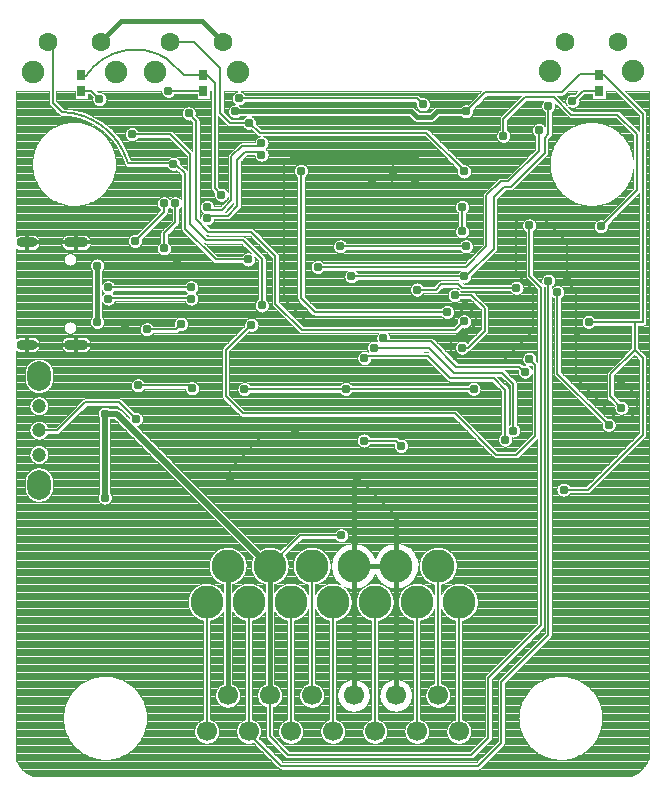
<source format=gbr>
G04 DipTrace 3.3.1.3*
G04 Top.gbr*
%MOIN*%
G04 #@! TF.FileFunction,Copper,L1,Top*
G04 #@! TF.Part,Single*
G04 #@! TA.AperFunction,Conductor*
%ADD13C,0.015748*%
%ADD14C,0.007874*%
%ADD16C,0.019685*%
G04 #@! TA.AperFunction,CopperBalancing*
%ADD17C,0.003937*%
%ADD18C,0.012992*%
%ADD21R,0.027559X0.035433*%
G04 #@! TA.AperFunction,ComponentPad*
%ADD26C,0.066929*%
%ADD29O,0.070866X0.035433*%
%ADD30O,0.082677X0.035433*%
%ADD31C,0.110236*%
%ADD37C,0.062992*%
%ADD38C,0.074803*%
%ADD39O,0.07874X0.098425*%
%ADD40C,0.047244*%
G04 #@! TA.AperFunction,ViaPad*
%ADD64C,0.031*%
%FSLAX26Y26*%
G04*
G70*
G90*
G75*
G01*
G04 Top*
%LPD*%
X1143703Y2631203D2*
D13*
X1730667D1*
X1749415Y2612455D1*
X1797643D1*
X1816391Y2631203D1*
X1912453D1*
X2356203Y2751134D2*
D14*
Y2755639D1*
X2292104D1*
X2232404Y2695940D1*
X1977189D1*
X1912453Y2631203D1*
X1037454Y2751135D2*
X1048772D1*
X1074953Y2724954D1*
Y2375755D1*
X1097337Y2353370D1*
X2356203Y2751134D2*
X2373773D1*
X2502157Y2622749D1*
Y1929562D1*
X2474953D1*
Y1837453D1*
X2393703Y1756203D1*
Y1681203D1*
X2431203Y1643703D1*
X631203Y2751134D2*
Y2749814D1*
X646147D1*
G02X920613Y2804020I164337J-110133D01*
G01*
X973497Y2751135D1*
X1037454D1*
X2321717Y1929562D2*
X2474953D1*
X2238032Y1370588D2*
X2319571D1*
X2501962Y1552979D1*
Y1809211D1*
X2474953Y1836220D1*
Y1837453D1*
X848882Y1904736D2*
X945017D1*
X963534Y1923253D1*
X906297Y2174954D2*
Y2224849D1*
X943703Y2262256D1*
Y2324954D1*
X1156203Y2674953D2*
X1749188D1*
X1769077Y2655063D1*
X2037453Y2549953D2*
Y2607260D1*
X2108026Y2677833D1*
X2206559D1*
X2263680Y2620713D1*
X2417906D1*
X2482165Y2556453D1*
Y2367954D1*
X2362213Y2248001D1*
X1538782Y1116243D2*
D13*
Y684992D1*
X1678940Y1116243D2*
Y684992D1*
X1599954Y2474953D2*
D14*
X1668110D1*
X1743703D1*
X1668110D2*
Y2431797D1*
X1668703Y2431203D1*
X1599954Y2393703D2*
X1667011D1*
X1743703D1*
X1667011D2*
Y2429511D1*
X1668703Y2431203D1*
X695869Y2862463D2*
D13*
Y2864619D1*
X762453Y2931203D1*
X1033367D1*
X1102118Y2862453D1*
X1538782Y1116243D2*
X1678940D1*
X2249126Y2064980D2*
D14*
X2247427D1*
X2281203Y2031203D1*
Y1875875D1*
Y1742801D1*
X2416508Y1607496D1*
X2455453D1*
X2481416Y1633459D1*
Y1680991D1*
X2431203Y1731203D1*
X1909029Y1982650D2*
X1916530D1*
X1947646Y1951534D1*
Y1922647D1*
X1912453Y1887454D1*
X1881205D1*
X1862454Y1868703D1*
Y1824951D1*
X1887453Y1799953D1*
X2037453D1*
X2137453Y1899953D1*
Y2037454D1*
X2081203Y2093703D1*
Y2262453D1*
X2099954Y2281203D1*
X2162454D1*
X2249126Y2194532D1*
Y2064980D1*
X2281490Y1875875D2*
X2281203D1*
X1126139Y1395486D2*
X1538782D1*
Y1406214D1*
X1554651D1*
X1678940Y1281925D1*
D13*
Y1116243D1*
X1126139Y1395486D2*
D14*
Y1440777D1*
X1243088Y1557726D1*
X1341923D1*
X1909029Y1982650D2*
Y1978783D1*
X1858336Y1928091D1*
X1384562D1*
X1306241Y2006411D1*
Y2456136D1*
X1325058Y2474953D1*
X1599954D1*
X1538782Y1116243D2*
D13*
Y1395486D1*
X1186290Y2137646D2*
D14*
X1078231D1*
X974953Y2240924D1*
Y2424954D1*
X943703Y2456203D1*
X937453D1*
X518703Y2862463D2*
X534618D1*
Y2659841D1*
X565381Y2629079D1*
X570720D1*
G02X783134Y2467553I-11143J-235083D01*
G01*
X786053Y2458682D1*
X937453D1*
Y2456203D1*
X1906203Y1931203D2*
X1905025D1*
X1877159Y1903337D1*
X1364785D1*
X1277811Y1990311D1*
Y2149098D1*
X1197345Y2229564D1*
X1054142D1*
X1012631Y2271075D1*
Y2600144D1*
X988371Y2624404D1*
X1531203Y2081203D2*
X1906203D1*
X1912454D1*
X2004650Y2173399D1*
Y2345220D1*
X2039917Y2380488D1*
X2061739D1*
X2174953Y2493702D1*
Y2543702D1*
X2187454Y2556203D1*
Y2649953D1*
X1197890Y1919967D2*
X1194967D1*
X1112453Y1837453D1*
Y1681203D1*
X1168703Y1624953D1*
X1874954D1*
X2012453Y1487454D1*
X2081205D1*
X2143703Y1549953D1*
Y1787194D1*
X2124209Y1806689D1*
X2070129Y1567593D2*
Y1723343D1*
X2034210Y1759261D1*
X1872186D1*
X1789625Y1841823D1*
X1606699D1*
Y1843567D1*
X2109520Y1763732D2*
Y1760722D1*
X2090198Y1780043D1*
X1880894D1*
X1796484Y1864453D1*
X1637454D1*
Y1874954D1*
X1231765Y1984423D2*
X1232749D1*
Y2139470D1*
X1169466Y2202753D1*
X1047038D1*
X993579Y2256213D1*
Y2488403D1*
X926836Y2555146D1*
X799079D1*
X1363147Y2433119D2*
Y2007929D1*
X1408623Y1962453D1*
X1849953D1*
X2081203Y2043703D2*
X1899954D1*
X1887454Y2056203D1*
X1831203D1*
X1812454Y2037454D1*
X1749954D1*
X2217391Y2028559D2*
Y1756913D1*
X2388156Y1586148D1*
X1912453Y2181203D2*
X1493703D1*
X1899953Y2312454D2*
Y2231203D1*
X1874954Y2018703D2*
X1931203D1*
X1974953Y1974954D1*
Y1899953D1*
X1918703Y1843703D1*
X1899953D1*
X1418703Y2112453D2*
X1912453D1*
X1981203Y2181203D1*
Y2351033D1*
X2028482Y2398311D1*
X2054562D1*
X2156203Y2499953D1*
Y2568703D1*
X2043105Y1537367D2*
Y1704260D1*
X2005171Y1742194D1*
X1860185D1*
X1785622Y1816757D1*
X1574459D1*
Y1809327D1*
X920406Y2699954D2*
X1037454D1*
X812453Y1606203D2*
X756203Y1662453D1*
X643703D1*
X549878Y1568627D1*
X489256D1*
X631203Y2699953D2*
X663055D1*
X691224Y2671783D1*
X2267906Y2666406D2*
X2268786D1*
X2302333Y2699953D1*
X2356203D1*
X924953Y2862453D2*
X1006560D1*
X1093898Y2775115D1*
Y2624759D1*
X1124953Y2593703D1*
X1191127D1*
X1224726Y2560105D1*
X1780562D1*
X1906203Y2434463D1*
Y2431203D1*
X1188575Y2593688D2*
X1191127Y2593703D1*
X906203Y2324954D2*
Y2296135D1*
X809857Y2199789D1*
X1118310Y1116243D2*
D13*
Y684992D1*
X1258467Y1116243D2*
Y684992D1*
D14*
Y547689D1*
X1318703Y487453D1*
X1931202D1*
X1987453Y543703D1*
Y743703D1*
X2162453Y918703D1*
Y2043705D1*
X2124033Y2082125D1*
Y2251032D1*
X1258467Y1116243D2*
D16*
X1255961D1*
X748529Y1623675D1*
X709113D1*
X1497217Y1218106D2*
D14*
X1360331D1*
X1258467Y1116243D1*
X708841Y1344045D2*
D16*
X709113D1*
Y1623675D1*
X1188388Y996164D2*
D14*
Y564913D1*
X2187270Y2066802D2*
Y887367D1*
X2030509Y730606D1*
Y527543D1*
X1952329Y449364D1*
X1297906D1*
X1187454Y559815D1*
Y564913D1*
X1188388D1*
X1889176Y996164D2*
Y564913D1*
X1819097Y1116243D2*
Y684992D1*
X1468703Y996164D2*
Y564913D1*
X1749018Y996164D2*
Y564913D1*
X1572332Y1534259D2*
X1678589D1*
X1696206Y1516642D1*
X1608861Y996164D2*
Y564913D1*
X1048231Y996164D2*
Y564913D1*
X1398625Y1116243D2*
Y684992D1*
X1328546Y996164D2*
Y564913D1*
X683388Y2117440D2*
D13*
Y1929617D1*
X683370Y1929598D1*
X720597Y2044786D2*
D14*
X996945D1*
Y2044781D1*
X720597Y2007266D2*
Y2010612D1*
X996945D1*
Y2007282D1*
X1049953Y2312453D2*
Y2303621D1*
X1099469D1*
X1131203Y2335356D1*
Y2481203D1*
X1166302Y2516302D1*
X1231203D1*
Y2524953D1*
X1049953Y2274954D2*
Y2284049D1*
X1118050D1*
X1149953Y2315951D1*
Y2468702D1*
X1177690Y2496440D1*
X1231203D1*
Y2487454D1*
X819759Y1718000D2*
X989928D1*
X999953Y1707975D1*
X1174514Y1704915D2*
Y1706266D1*
X1512427D1*
Y1707357D1*
X1937778D1*
X1937951Y1707184D1*
Y1706491D1*
D64*
X988371Y2624404D3*
X2156203Y2568703D3*
X920406Y2699954D3*
X2267906Y2666406D3*
X720597Y2044786D3*
Y2007266D3*
X996945Y2044781D3*
Y2007282D3*
X1097337Y2353370D3*
X906203Y2324954D3*
X943703D3*
X809857Y2199789D3*
X906297Y2174954D3*
X1156203Y2674953D3*
X1769077Y2655063D3*
X937453Y2456203D3*
X1186290Y2137646D3*
X1906203Y2431203D3*
X848882Y1904736D3*
X963534Y1923253D3*
X1143703Y2631203D3*
X1912453D3*
X950631Y2129879D3*
X1197890Y1919967D3*
X683388Y2117440D3*
X1497217Y1218106D3*
X1668703Y2431203D3*
X1599954Y2474953D3*
X1743703D3*
X1599954Y2393703D3*
X1743703D3*
X2124033Y2251032D3*
X2187270Y2066802D3*
X1231203Y2524953D3*
Y2487454D3*
X1049953Y2312453D3*
Y2274954D3*
X1899953Y1843703D3*
X1696206Y1516642D3*
X1493703Y2181203D3*
X1912453D3*
X1849953Y1962453D3*
X709113Y1623675D3*
X819759Y1718000D3*
X691224Y2671783D3*
X799079Y2555146D3*
X1363147Y2433119D3*
X1906203Y1931203D3*
X999953Y1707975D3*
X1906203Y2081203D3*
X683370Y1929598D3*
X1531203Y2081203D3*
X708841Y1344045D3*
X1231765Y1984423D3*
X1418703Y2112453D3*
X2431203Y1731203D3*
X1909029Y1982650D3*
X2431203Y1643703D3*
X1637454Y1874954D3*
X1512427Y1706266D3*
X1188575Y2593688D3*
X1174514Y1704915D3*
X1937951Y1706491D3*
X2187454Y2649953D3*
X2037453Y2549953D3*
X2249126Y2064980D3*
X1899953Y2312454D3*
X812453Y1606203D3*
X2081203Y2043703D3*
X2217391Y2028559D3*
X1899953Y2231203D3*
X1874954Y2018703D3*
X1572332Y1534259D3*
X2281490Y1875875D3*
X1126139Y1395486D3*
X2124209Y1806689D3*
X1341923Y1557726D3*
X777894Y1922886D3*
X2321717Y1929562D3*
X2238032Y1370588D3*
X2362213Y2248001D3*
X1606699Y1843567D3*
X2070129Y1567593D3*
X2109520Y1763732D3*
X2388156Y1586148D3*
X1749954Y2037454D3*
X1574459Y1809327D3*
X2043105Y1537367D3*
X414820Y2694180D2*
D17*
X522177D1*
X547056D2*
X608922D1*
X699092D2*
X897116D1*
X1059736D2*
X1062509D1*
X1106342D2*
X1142110D1*
X1170303D2*
X1958001D1*
X2248074D2*
X2279129D1*
X2378487D2*
X2413295D1*
X2448162D2*
X2522593D1*
X414820Y2690374D2*
X522177D1*
X547056D2*
X608922D1*
X706174D2*
X898431D1*
X1059736D2*
X1062509D1*
X1106342D2*
X1137935D1*
X1174478D2*
X1954195D1*
X2244268D2*
X2275322D1*
X2378487D2*
X2417101D1*
X2451960D2*
X2522593D1*
X414820Y2686568D2*
X522177D1*
X547056D2*
X608922D1*
X653486D2*
X659012D1*
X710027D2*
X900561D1*
X940249D2*
X1015172D1*
X1059736D2*
X1062509D1*
X1106342D2*
X1135251D1*
X1752780D2*
X1950389D1*
X2240369D2*
X2255230D1*
X2306383D2*
X2333924D1*
X2378487D2*
X2420907D1*
X2455767D2*
X2522593D1*
X414820Y2682762D2*
X522177D1*
X547056D2*
X608922D1*
X653486D2*
X662818D1*
X712518D2*
X903829D1*
X936981D2*
X1015172D1*
X1059736D2*
X1062509D1*
X1106342D2*
X1133529D1*
X1758809D2*
X1946582D1*
X1981442D2*
X2095527D1*
X2219062D2*
X2250485D1*
X2302577D2*
X2333924D1*
X2378487D2*
X2424713D1*
X2459573D2*
X2522593D1*
X414820Y2678957D2*
X522177D1*
X547056D2*
X608922D1*
X653486D2*
X666616D1*
X714110D2*
X909219D1*
X931599D2*
X1015172D1*
X1059736D2*
X1062509D1*
X1106342D2*
X1132544D1*
X1762615D2*
X1942776D1*
X1977635D2*
X2091721D1*
X2222868D2*
X2247517D1*
X2298771D2*
X2333924D1*
X2378487D2*
X2428520D1*
X2463379D2*
X2522593D1*
X414820Y2675151D2*
X522177D1*
X547056D2*
X608922D1*
X653486D2*
X667462D1*
X714986D2*
X1015172D1*
X1059736D2*
X1062509D1*
X1106342D2*
X1132198D1*
X1781877D2*
X1938970D1*
X1973829D2*
X2087915D1*
X2226674D2*
X2245580D1*
X2294964D2*
X2333924D1*
X2378487D2*
X2432326D1*
X2467185D2*
X2522593D1*
X414820Y2671345D2*
X522177D1*
X547056D2*
X667224D1*
X715225D2*
X1062509D1*
X1106342D2*
X1132475D1*
X1786567D2*
X1935163D1*
X1970023D2*
X2084108D1*
X2230481D2*
X2244426D1*
X2291389D2*
X2436132D1*
X2470992D2*
X2522593D1*
X414820Y2667539D2*
X522177D1*
X547056D2*
X667608D1*
X714840D2*
X1062509D1*
X1106342D2*
X1133390D1*
X1789513D2*
X1931357D1*
X1966217D2*
X2080302D1*
X2234287D2*
X2243926D1*
X2291881D2*
X2439939D1*
X2474798D2*
X2522593D1*
X414820Y2663734D2*
X522177D1*
X548156D2*
X668639D1*
X713817D2*
X1062509D1*
X1106342D2*
X1135036D1*
X1791435D2*
X1927551D1*
X1962418D2*
X2076496D1*
X2111355D2*
X2167893D1*
X2238093D2*
X2244057D1*
X2291758D2*
X2443745D1*
X2478604D2*
X2522593D1*
X414820Y2659928D2*
X522177D1*
X551962D2*
X670415D1*
X712033D2*
X1062509D1*
X1106342D2*
X1137596D1*
X1174809D2*
X1745580D1*
X1792573D2*
X1923745D1*
X1958612D2*
X2072690D1*
X2107549D2*
X2165663D1*
X2241899D2*
X2244811D1*
X2291004D2*
X2447551D1*
X2482411D2*
X2522593D1*
X414820Y2656122D2*
X522762D1*
X555768D2*
X673160D1*
X709288D2*
X1062509D1*
X1106342D2*
X1141564D1*
X1170841D2*
X1745095D1*
X1793057D2*
X1919938D1*
X1954805D2*
X2068883D1*
X2103743D2*
X2164271D1*
X2289551D2*
X2451357D1*
X2486217D2*
X2522593D1*
X414820Y2652316D2*
X524815D1*
X559574D2*
X677474D1*
X704975D2*
X1062509D1*
X1106342D2*
X1132744D1*
X1163305D2*
X1745234D1*
X1792919D2*
X1901491D1*
X1950999D2*
X2065077D1*
X2099944D2*
X2163571D1*
X2211341D2*
X2214645D1*
X2287244D2*
X2455156D1*
X2490023D2*
X2522593D1*
X414820Y2648511D2*
X528521D1*
X563381D2*
X686855D1*
X695593D2*
X1062509D1*
X1106342D2*
X1127254D1*
X1160160D2*
X1746002D1*
X1792158D2*
X1896001D1*
X1947193D2*
X2061271D1*
X2096138D2*
X2163494D1*
X2211411D2*
X2218451D1*
X2283699D2*
X2458962D1*
X2493829D2*
X2522593D1*
X414820Y2644705D2*
X532320D1*
X567187D2*
X975925D1*
X1000819D2*
X1062509D1*
X1106342D2*
X1123940D1*
X1739616D2*
X1747463D1*
X1790689D2*
X1807441D1*
X1943387D2*
X2057464D1*
X2092332D2*
X2164040D1*
X2210865D2*
X2222257D1*
X2277602D2*
X2462769D1*
X2497636D2*
X2522593D1*
X414820Y2640899D2*
X536126D1*
X574231D2*
X971089D1*
X1005656D2*
X1062509D1*
X1106342D2*
X1121779D1*
X1743968D2*
X1749793D1*
X1788359D2*
X1803089D1*
X1939580D2*
X2053658D1*
X2088525D2*
X2165255D1*
X2209650D2*
X2226064D1*
X2260923D2*
X2466575D1*
X2501442D2*
X2522593D1*
X414820Y2637093D2*
X539932D1*
X605004D2*
X968067D1*
X1008678D2*
X1062509D1*
X1106342D2*
X1120449D1*
X1747774D2*
X1753369D1*
X1784784D2*
X1799283D1*
X1935774D2*
X2049852D1*
X2084719D2*
X2167262D1*
X2207650D2*
X2229870D1*
X2264729D2*
X2470381D1*
X2505248D2*
X2522593D1*
X414820Y2633287D2*
X543739D1*
X622028D2*
X966106D1*
X1010639D2*
X1062509D1*
X1106342D2*
X1119795D1*
X1751580D2*
X1759559D1*
X1778594D2*
X1795477D1*
X1936366D2*
X2046046D1*
X2080913D2*
X2170338D1*
X2204575D2*
X2233676D1*
X2268536D2*
X2474187D1*
X2509047D2*
X2522593D1*
X414820Y2629482D2*
X547545D1*
X635323D2*
X964922D1*
X1011823D2*
X1062509D1*
X1106603D2*
X1119764D1*
X1755387D2*
X1791670D1*
X1936397D2*
X2042247D1*
X2077106D2*
X2175013D1*
X2199892D2*
X2237483D1*
X2426562D2*
X2477994D1*
X2512546D2*
X2522593D1*
X414820Y2625676D2*
X551351D1*
X646488D2*
X964399D1*
X1012338D2*
X1062509D1*
X1110409D2*
X1120357D1*
X1935797D2*
X2038441D1*
X2073300D2*
X2175013D1*
X2199892D2*
X2241289D1*
X2430376D2*
X2481800D1*
X2514237D2*
X2522593D1*
X414820Y2621870D2*
X555158D1*
X655839D2*
X964506D1*
X1012238D2*
X1062509D1*
X1114216D2*
X1121625D1*
X1934536D2*
X2034634D1*
X2069494D2*
X2175013D1*
X2199892D2*
X2245087D1*
X2434182D2*
X2485606D1*
X2514599D2*
X2522593D1*
X414820Y2618064D2*
X560110D1*
X664620D2*
X965237D1*
X1012146D2*
X1062509D1*
X1118022D2*
X1123694D1*
X1932460D2*
X2030828D1*
X2065688D2*
X2175013D1*
X2199892D2*
X2248894D1*
X2437988D2*
X2489413D1*
X2514599D2*
X2522593D1*
X414820Y2614259D2*
X594751D1*
X672279D2*
X966659D1*
X1015952D2*
X1062509D1*
X1121828D2*
X1126870D1*
X1160537D2*
X1176590D1*
X1200553D2*
X1724610D1*
X1822447D2*
X1895616D1*
X1929284D2*
X2027252D1*
X2061881D2*
X2175013D1*
X2199892D2*
X2252700D1*
X2441787D2*
X2489720D1*
X2514599D2*
X2522593D1*
X414820Y2610453D2*
X613267D1*
X679430D2*
X968928D1*
X1019751D2*
X1062509D1*
X1087395D2*
X1090775D1*
X1125635D2*
X1132045D1*
X1155362D2*
X1171553D1*
X1205590D2*
X1728417D1*
X1818640D2*
X1900799D1*
X1924109D2*
X2025445D1*
X2058075D2*
X2175013D1*
X2199892D2*
X2256968D1*
X2445593D2*
X2489720D1*
X2514599D2*
X2522593D1*
X414820Y2606647D2*
X626846D1*
X686297D2*
X972419D1*
X1023165D2*
X1062509D1*
X1087395D2*
X1094581D1*
X1129441D2*
X1168446D1*
X1208704D2*
X1732223D1*
X1814834D2*
X2025015D1*
X2054269D2*
X2175013D1*
X2199892D2*
X2414540D1*
X2449400D2*
X2489720D1*
X2514599D2*
X2522593D1*
X414820Y2602841D2*
X638012D1*
X692241D2*
X978363D1*
X1024764D2*
X1062509D1*
X1087395D2*
X1098380D1*
X1210734D2*
X1736029D1*
X1811028D2*
X2025015D1*
X2050462D2*
X2175013D1*
X2199892D2*
X2418347D1*
X2453206D2*
X2489720D1*
X2514599D2*
X2522593D1*
X414820Y2599035D2*
X647147D1*
X698177D2*
X996310D1*
X1025072D2*
X1062509D1*
X1087395D2*
X1102186D1*
X1211964D2*
X1740335D1*
X1806722D2*
X2025015D1*
X2049893D2*
X2175013D1*
X2199892D2*
X2422153D1*
X2457012D2*
X2489720D1*
X2514599D2*
X2522593D1*
X414820Y2595230D2*
X590245D1*
X622167D2*
X655928D1*
X703737D2*
X1000116D1*
X1025072D2*
X1062509D1*
X1087395D2*
X1105993D1*
X1212526D2*
X2025015D1*
X2049893D2*
X2175013D1*
X2199892D2*
X2315246D1*
X2347160D2*
X2425959D1*
X2460819D2*
X2489720D1*
X2514599D2*
X2522593D1*
X414820Y2591424D2*
X569952D1*
X642459D2*
X663110D1*
X708742D2*
X1000193D1*
X1025072D2*
X1062509D1*
X1087395D2*
X1109799D1*
X1212472D2*
X2025015D1*
X2049893D2*
X2149392D1*
X2163021D2*
X2175013D1*
X2199892D2*
X2294946D1*
X2367461D2*
X2429765D1*
X2464625D2*
X2489720D1*
X2514599D2*
X2522593D1*
X414820Y2587618D2*
X557841D1*
X654562D2*
X670261D1*
X713748D2*
X1000193D1*
X1025072D2*
X1062509D1*
X1087395D2*
X1113605D1*
X1214640D2*
X2025015D1*
X2049893D2*
X2141679D1*
X2170726D2*
X2175013D1*
X2199892D2*
X2282843D1*
X2379564D2*
X2433572D1*
X2468431D2*
X2489720D1*
X2514599D2*
X2522593D1*
X414820Y2583812D2*
X548483D1*
X663928D2*
X676490D1*
X718570D2*
X1000193D1*
X1025072D2*
X1062509D1*
X1087395D2*
X1117681D1*
X1218446D2*
X2025015D1*
X2049893D2*
X2137666D1*
X2199892D2*
X2273485D1*
X2388922D2*
X2437378D1*
X2472237D2*
X2489720D1*
X2514599D2*
X2522593D1*
X414820Y2580007D2*
X540671D1*
X671741D2*
X682434D1*
X722814D2*
X1000193D1*
X1025072D2*
X1062509D1*
X1087395D2*
X1168939D1*
X1222253D2*
X2025015D1*
X2049893D2*
X2135082D1*
X2199892D2*
X2265672D1*
X2396742D2*
X2441177D1*
X2476044D2*
X2489720D1*
X2514599D2*
X2522593D1*
X414820Y2576201D2*
X533896D1*
X678507D2*
X688170D1*
X727059D2*
X788002D1*
X810159D2*
X1000193D1*
X1025072D2*
X1062509D1*
X1087395D2*
X1172314D1*
X1226059D2*
X2025015D1*
X2049893D2*
X2133421D1*
X2199892D2*
X2258898D1*
X2403509D2*
X2444983D1*
X2479850D2*
X2489720D1*
X2514599D2*
X2522593D1*
X414820Y2572395D2*
X527898D1*
X684505D2*
X693176D1*
X731311D2*
X782566D1*
X815595D2*
X1000193D1*
X1025072D2*
X1062509D1*
X1087395D2*
X1177981D1*
X1229865D2*
X2025015D1*
X2049893D2*
X2132491D1*
X2199892D2*
X2252900D1*
X2409507D2*
X2448789D1*
X2483656D2*
X2489720D1*
X2514599D2*
X2522593D1*
X414820Y2568589D2*
X522500D1*
X689903D2*
X698182D1*
X735079D2*
X779275D1*
X818879D2*
X1000193D1*
X1025072D2*
X1062509D1*
X1087395D2*
X1198812D1*
X1789505D2*
X2022562D1*
X2052339D2*
X2132198D1*
X2199892D2*
X2247502D1*
X2414905D2*
X2452595D1*
X2487463D2*
X2489720D1*
X2514599D2*
X2522593D1*
X414820Y2564783D2*
X517602D1*
X694809D2*
X702911D1*
X738693D2*
X777129D1*
X934459D2*
X1000193D1*
X1025072D2*
X1062509D1*
X1087395D2*
X1202618D1*
X1793311D2*
X2018686D1*
X2056214D2*
X2132529D1*
X2199892D2*
X2242596D1*
X2419811D2*
X2456402D1*
X2514599D2*
X2522593D1*
X414820Y2560978D2*
X513112D1*
X699292D2*
X707155D1*
X742315D2*
X775807D1*
X938434D2*
X1000193D1*
X1025072D2*
X1062509D1*
X1087395D2*
X1206425D1*
X1797117D2*
X2016180D1*
X2058721D2*
X2133498D1*
X2199892D2*
X2238113D1*
X2424294D2*
X2460208D1*
X2514599D2*
X2522593D1*
X414820Y2557172D2*
X508982D1*
X703429D2*
X711408D1*
X745921D2*
X775161D1*
X942241D2*
X1000193D1*
X1025072D2*
X1062509D1*
X1087395D2*
X1210231D1*
X1800924D2*
X2014580D1*
X2060328D2*
X2135205D1*
X2199892D2*
X2233984D1*
X2428430D2*
X2464014D1*
X2514599D2*
X2522593D1*
X414820Y2553366D2*
X505161D1*
X707243D2*
X715521D1*
X749012D2*
X775146D1*
X946047D2*
X1000193D1*
X1025072D2*
X1062509D1*
X1087395D2*
X1214030D1*
X1804730D2*
X2013696D1*
X2061212D2*
X2137858D1*
X2199553D2*
X2230162D1*
X2432244D2*
X2467821D1*
X2514599D2*
X2522593D1*
X414820Y2549560D2*
X501623D1*
X710788D2*
X719135D1*
X752088D2*
X775745D1*
X949853D2*
X1000193D1*
X1025072D2*
X1062509D1*
X1087395D2*
X1218505D1*
X1808536D2*
X2013450D1*
X2061451D2*
X2141987D1*
X2197900D2*
X2226625D1*
X2435782D2*
X2469728D1*
X2514599D2*
X2522593D1*
X414820Y2545755D2*
X498332D1*
X714071D2*
X722750D1*
X755164D2*
X777022D1*
X953660D2*
X1000193D1*
X1025072D2*
X1062509D1*
X1087395D2*
X1219643D1*
X1242768D2*
X1777483D1*
X1812343D2*
X2013827D1*
X2061082D2*
X2143763D1*
X2194440D2*
X2223334D1*
X2439073D2*
X2469728D1*
X2514599D2*
X2522593D1*
X414820Y2541949D2*
X495272D1*
X717132D2*
X726364D1*
X758239D2*
X779106D1*
X819048D2*
X922599D1*
X957466D2*
X1000193D1*
X1025072D2*
X1062509D1*
X1087395D2*
X1214422D1*
X1247982D2*
X1781289D1*
X1816149D2*
X2014849D1*
X2060059D2*
X2143763D1*
X2190634D2*
X2220273D1*
X2442133D2*
X2469728D1*
X2514599D2*
X2522593D1*
X414820Y2538143D2*
X492427D1*
X719984D2*
X729555D1*
X760877D2*
X782304D1*
X815857D2*
X926405D1*
X961272D2*
X1000193D1*
X1025072D2*
X1062509D1*
X1087395D2*
X1211231D1*
X1251181D2*
X1785096D1*
X1819955D2*
X2016618D1*
X2058290D2*
X2143763D1*
X2187396D2*
X2217421D1*
X2444986D2*
X2469728D1*
X2514599D2*
X2522593D1*
X414820Y2534337D2*
X489766D1*
X722637D2*
X732623D1*
X763476D2*
X787526D1*
X810628D2*
X930211D1*
X965078D2*
X1000193D1*
X1025072D2*
X1062509D1*
X1087395D2*
X1209147D1*
X1253264D2*
X1788902D1*
X1823761D2*
X2019348D1*
X2055553D2*
X2143763D1*
X2187396D2*
X2214768D1*
X2447639D2*
X2469728D1*
X2514599D2*
X2522593D1*
X414820Y2530532D2*
X487290D1*
X725113D2*
X735699D1*
X766075D2*
X934018D1*
X968885D2*
X1000193D1*
X1025072D2*
X1062509D1*
X1087395D2*
X1207870D1*
X1254541D2*
X1792701D1*
X1827568D2*
X2023631D1*
X2051270D2*
X2143763D1*
X2187396D2*
X2212292D1*
X2450115D2*
X2469728D1*
X2514599D2*
X2522593D1*
X414820Y2526726D2*
X484991D1*
X727412D2*
X738713D1*
X768674D2*
X937824D1*
X972683D2*
X1000193D1*
X1025072D2*
X1062509D1*
X1087395D2*
X1159865D1*
X1255141D2*
X1796507D1*
X1831374D2*
X2032820D1*
X2042081D2*
X2143763D1*
X2187396D2*
X2209993D1*
X2452414D2*
X2469728D1*
X2514599D2*
X2522593D1*
X414820Y2522920D2*
X482846D1*
X729558D2*
X741312D1*
X771019D2*
X941630D1*
X976490D2*
X1000193D1*
X1025072D2*
X1062509D1*
X1087395D2*
X1155490D1*
X1255118D2*
X1800313D1*
X1835180D2*
X2143763D1*
X2187396D2*
X2207847D1*
X2454559D2*
X2469728D1*
X2514599D2*
X2522593D1*
X414820Y2519114D2*
X480862D1*
X731549D2*
X743911D1*
X773195D2*
X945437D1*
X980296D2*
X1000193D1*
X1025072D2*
X1062509D1*
X1087395D2*
X1151683D1*
X1254472D2*
X1804119D1*
X1838987D2*
X2143763D1*
X2187396D2*
X2205856D1*
X2456551D2*
X2469728D1*
X2514599D2*
X2522593D1*
X414820Y2515308D2*
X479016D1*
X733395D2*
X746510D1*
X775364D2*
X949243D1*
X984102D2*
X1000193D1*
X1025072D2*
X1062509D1*
X1087395D2*
X1147877D1*
X1253149D2*
X1807926D1*
X1842793D2*
X2143763D1*
X2187396D2*
X2204010D1*
X2458396D2*
X2469728D1*
X2514599D2*
X2522593D1*
X414820Y2511503D2*
X477309D1*
X735102D2*
X749009D1*
X777540D2*
X953049D1*
X987909D2*
X1000193D1*
X1025072D2*
X1062509D1*
X1087395D2*
X1144071D1*
X1251004D2*
X1811732D1*
X1846591D2*
X2143763D1*
X2187396D2*
X2202311D1*
X2460096D2*
X2469728D1*
X2514599D2*
X2522593D1*
X414820Y2507697D2*
X475733D1*
X736671D2*
X751177D1*
X779685D2*
X956855D1*
X991715D2*
X1000193D1*
X1025072D2*
X1062509D1*
X1087395D2*
X1140265D1*
X1247713D2*
X1815538D1*
X1850398D2*
X2143763D1*
X2187396D2*
X2200735D1*
X2461672D2*
X2469728D1*
X2514599D2*
X2522593D1*
X414820Y2503891D2*
X474295D1*
X738116D2*
X753354D1*
X781469D2*
X960662D1*
X995521D2*
X1000193D1*
X1025072D2*
X1062509D1*
X1087395D2*
X1136458D1*
X1248543D2*
X1819345D1*
X1854204D2*
X2142710D1*
X2187396D2*
X2199297D1*
X2463110D2*
X2469728D1*
X2514599D2*
X2522593D1*
X414820Y2500085D2*
X472973D1*
X739431D2*
X755522D1*
X783253D2*
X964468D1*
X1025072D2*
X1062509D1*
X1087395D2*
X1132652D1*
X1251542D2*
X1823151D1*
X1858010D2*
X2138904D1*
X2187396D2*
X2197974D1*
X2464433D2*
X2469728D1*
X2514599D2*
X2522593D1*
X414820Y2496280D2*
X471781D1*
X740631D2*
X757644D1*
X785045D2*
X968274D1*
X1025072D2*
X1062509D1*
X1087395D2*
X1128846D1*
X1253495D2*
X1826957D1*
X1861817D2*
X2135097D1*
X2187396D2*
X2196774D1*
X2465632D2*
X2469728D1*
X2514599D2*
X2522593D1*
X414820Y2492474D2*
X470696D1*
X741707D2*
X759428D1*
X786829D2*
X972081D1*
X1025072D2*
X1062509D1*
X1087395D2*
X1125039D1*
X1254664D2*
X1830763D1*
X1865623D2*
X2131291D1*
X2187335D2*
X2195698D1*
X2466709D2*
X2469728D1*
X2514599D2*
X2522593D1*
X414820Y2488668D2*
X469735D1*
X742676D2*
X761212D1*
X788490D2*
X975879D1*
X1025072D2*
X1062509D1*
X1087395D2*
X1121356D1*
X1255179D2*
X1834570D1*
X1869429D2*
X2127485D1*
X2186289D2*
X2194737D1*
X2467670D2*
X2469728D1*
X2514599D2*
X2522593D1*
X414820Y2484862D2*
X468882D1*
X743522D2*
X762996D1*
X789912D2*
X979685D1*
X1025072D2*
X1062509D1*
X1087395D2*
X1119334D1*
X1255064D2*
X1838376D1*
X1873235D2*
X2123678D1*
X2183544D2*
X2193883D1*
X2468523D2*
X2469723D1*
X2514599D2*
X2522593D1*
X414820Y2481056D2*
X468144D1*
X744268D2*
X764780D1*
X791335D2*
X981139D1*
X1025072D2*
X1062509D1*
X1087395D2*
X1118765D1*
X1179738D2*
X1208086D1*
X1254326D2*
X1842182D1*
X1877042D2*
X2119872D1*
X2179738D2*
X2193137D1*
X2514599D2*
X2522593D1*
X414820Y2477251D2*
X467505D1*
X744898D2*
X766249D1*
X792765D2*
X926359D1*
X948546D2*
X981139D1*
X1025072D2*
X1062509D1*
X1087395D2*
X1118765D1*
X1175931D2*
X1209516D1*
X1252888D2*
X1845989D1*
X1880848D2*
X2116074D1*
X2175931D2*
X2192507D1*
X2514599D2*
X2522593D1*
X414820Y2473445D2*
X466982D1*
X745429D2*
X767671D1*
X794188D2*
X920930D1*
X953975D2*
X981139D1*
X1025072D2*
X1062509D1*
X1087395D2*
X1118765D1*
X1172125D2*
X1211807D1*
X1250604D2*
X1849787D1*
X1884654D2*
X2112267D1*
X2172125D2*
X2191984D1*
X2514599D2*
X2522593D1*
X414820Y2469639D2*
X466559D1*
X745844D2*
X769094D1*
X957258D2*
X981139D1*
X1025072D2*
X1062509D1*
X1087395D2*
X1118765D1*
X1168319D2*
X1215314D1*
X1247090D2*
X1853594D1*
X1888461D2*
X2108461D1*
X2168319D2*
X2191561D1*
X2514599D2*
X2522593D1*
X414820Y2465833D2*
X466244D1*
X746159D2*
X770516D1*
X959404D2*
X981139D1*
X1025072D2*
X1062509D1*
X1087395D2*
X1118765D1*
X1164513D2*
X1221327D1*
X1241084D2*
X1857400D1*
X1892267D2*
X2104655D1*
X2164513D2*
X2191246D1*
X2514599D2*
X2522593D1*
X414820Y2462028D2*
X466037D1*
X746375D2*
X771878D1*
X960726D2*
X981139D1*
X1025072D2*
X1062509D1*
X1087395D2*
X1118765D1*
X1162390D2*
X1861206D1*
X1896073D2*
X2100848D1*
X2160706D2*
X2191038D1*
X2514599D2*
X2522593D1*
X414820Y2458222D2*
X465929D1*
X746475D2*
X773131D1*
X961372D2*
X981139D1*
X1025072D2*
X1062509D1*
X1087395D2*
X1118765D1*
X1162390D2*
X1865012D1*
X1899879D2*
X2097042D1*
X2156900D2*
X2190930D1*
X2514599D2*
X2522593D1*
X414820Y2454416D2*
X465929D1*
X746482D2*
X774392D1*
X962925D2*
X981139D1*
X1025072D2*
X1062509D1*
X1087395D2*
X1118765D1*
X1162390D2*
X1352563D1*
X1373735D2*
X1868819D1*
X1910914D2*
X2093236D1*
X2153101D2*
X2190923D1*
X2514599D2*
X2522593D1*
X414820Y2450610D2*
X466029D1*
X746382D2*
X776714D1*
X966724D2*
X981139D1*
X1025072D2*
X1062509D1*
X1087395D2*
X1118765D1*
X1162390D2*
X1346896D1*
X1379402D2*
X1872625D1*
X1920041D2*
X2089430D1*
X2149295D2*
X2191023D1*
X2514599D2*
X2522593D1*
X414820Y2446804D2*
X466229D1*
X746175D2*
X783642D1*
X970530D2*
X981139D1*
X1025072D2*
X1062509D1*
X1087395D2*
X1118765D1*
X1162390D2*
X1343513D1*
X1382778D2*
X1876431D1*
X1924317D2*
X2085623D1*
X2145489D2*
X2191230D1*
X2514599D2*
X2522593D1*
X414820Y2442999D2*
X466536D1*
X745867D2*
X917485D1*
X974337D2*
X981139D1*
X1025072D2*
X1062509D1*
X1087395D2*
X1118765D1*
X1162390D2*
X1341306D1*
X1384985D2*
X1880238D1*
X1927046D2*
X2081817D1*
X2141683D2*
X2191538D1*
X2514599D2*
X2522593D1*
X414820Y2439193D2*
X466952D1*
X745452D2*
X920684D1*
X978143D2*
X981139D1*
X1025072D2*
X1062509D1*
X1087395D2*
X1118765D1*
X1162390D2*
X1339937D1*
X1386354D2*
X1883590D1*
X1928815D2*
X2078011D1*
X2137876D2*
X2191953D1*
X2514599D2*
X2522593D1*
X414820Y2435387D2*
X467475D1*
X744937D2*
X925921D1*
X1025072D2*
X1062509D1*
X1087395D2*
X1118765D1*
X1162390D2*
X1339253D1*
X1387038D2*
X1882575D1*
X1929830D2*
X2074204D1*
X2134070D2*
X2192468D1*
X2514599D2*
X2522593D1*
X414820Y2431581D2*
X468097D1*
X744306D2*
X950896D1*
X1025072D2*
X1062509D1*
X1087395D2*
X1118765D1*
X1162390D2*
X1339191D1*
X1387100D2*
X1882206D1*
X1930207D2*
X2070398D1*
X2130264D2*
X2193099D1*
X2514599D2*
X2522593D1*
X414820Y2427776D2*
X468836D1*
X743576D2*
X954702D1*
X1025072D2*
X1062509D1*
X1087395D2*
X1118765D1*
X1162390D2*
X1339752D1*
X1386538D2*
X1882452D1*
X1929961D2*
X2066592D1*
X2126457D2*
X2193837D1*
X2514599D2*
X2522593D1*
X414820Y2423970D2*
X469681D1*
X742730D2*
X958509D1*
X1025072D2*
X1062509D1*
X1087395D2*
X1118765D1*
X1162390D2*
X1340990D1*
X1385308D2*
X1883336D1*
X1929069D2*
X2062785D1*
X2122651D2*
X2194675D1*
X2467731D2*
X2469728D1*
X2514599D2*
X2522593D1*
X414820Y2420164D2*
X470635D1*
X741769D2*
X962315D1*
X1025072D2*
X1062509D1*
X1087395D2*
X1118765D1*
X1162390D2*
X1343013D1*
X1383278D2*
X1884936D1*
X1927469D2*
X2058987D1*
X2118845D2*
X2195636D1*
X2466770D2*
X2469728D1*
X2514599D2*
X2522593D1*
X414820Y2416358D2*
X471711D1*
X740700D2*
X962515D1*
X1025072D2*
X1062509D1*
X1087395D2*
X1118765D1*
X1162390D2*
X1346127D1*
X1380171D2*
X1887450D1*
X1924955D2*
X2055181D1*
X2115039D2*
X2196705D1*
X2465701D2*
X2469728D1*
X2514599D2*
X2522593D1*
X414820Y2412553D2*
X472896D1*
X739508D2*
X962515D1*
X1025072D2*
X1062509D1*
X1087395D2*
X1118765D1*
X1162390D2*
X1350702D1*
X1375588D2*
X1891333D1*
X1921072D2*
X2051374D1*
X2111232D2*
X2197897D1*
X2464509D2*
X2469728D1*
X2514599D2*
X2522593D1*
X414820Y2408747D2*
X474211D1*
X738193D2*
X962515D1*
X1025072D2*
X1062509D1*
X1087395D2*
X1118765D1*
X1162390D2*
X1350702D1*
X1375588D2*
X1898523D1*
X1913890D2*
X2022070D1*
X2107426D2*
X2199212D1*
X2463195D2*
X2469728D1*
X2514599D2*
X2522593D1*
X414820Y2404941D2*
X475648D1*
X736763D2*
X962515D1*
X1025072D2*
X1062509D1*
X1087395D2*
X1118765D1*
X1162390D2*
X1350702D1*
X1375588D2*
X2017679D1*
X2103620D2*
X2200642D1*
X2461764D2*
X2469728D1*
X2514599D2*
X2522593D1*
X414820Y2401135D2*
X477209D1*
X735194D2*
X962515D1*
X1025072D2*
X1062509D1*
X1087395D2*
X1118765D1*
X1162390D2*
X1350702D1*
X1375588D2*
X2013873D1*
X2099813D2*
X2202211D1*
X2460196D2*
X2469728D1*
X2514599D2*
X2522593D1*
X414820Y2397329D2*
X478909D1*
X733502D2*
X962515D1*
X1025072D2*
X1062509D1*
X1087395D2*
X1118765D1*
X1162390D2*
X1350702D1*
X1375588D2*
X2010066D1*
X2096015D2*
X2203903D1*
X2458504D2*
X2469728D1*
X2514599D2*
X2522593D1*
X414820Y2393524D2*
X480739D1*
X731665D2*
X962515D1*
X1025072D2*
X1062509D1*
X1087395D2*
X1118765D1*
X1162390D2*
X1350702D1*
X1375588D2*
X2006260D1*
X2092208D2*
X2205740D1*
X2456666D2*
X2469728D1*
X2514599D2*
X2522593D1*
X414820Y2389718D2*
X482723D1*
X729681D2*
X962515D1*
X1025072D2*
X1062509D1*
X1087395D2*
X1118765D1*
X1162390D2*
X1350702D1*
X1375588D2*
X2002454D1*
X2088402D2*
X2207724D1*
X2454682D2*
X2469728D1*
X2514599D2*
X2522593D1*
X414820Y2385912D2*
X484853D1*
X727551D2*
X962515D1*
X1025072D2*
X1062509D1*
X1087395D2*
X1118765D1*
X1162390D2*
X1350702D1*
X1375588D2*
X1998655D1*
X2084596D2*
X2209854D1*
X2452552D2*
X2469728D1*
X2514599D2*
X2522593D1*
X414820Y2382106D2*
X487152D1*
X725259D2*
X962515D1*
X1025072D2*
X1062509D1*
X1087395D2*
X1118765D1*
X1162390D2*
X1350702D1*
X1375588D2*
X1994849D1*
X2080790D2*
X2212146D1*
X2450261D2*
X2469728D1*
X2514599D2*
X2522593D1*
X414820Y2378301D2*
X489613D1*
X722791D2*
X962515D1*
X1025072D2*
X1062509D1*
X1089840D2*
X1118765D1*
X1162390D2*
X1350702D1*
X1375588D2*
X1991043D1*
X2076983D2*
X2214614D1*
X2447793D2*
X2469728D1*
X2514599D2*
X2522593D1*
X414820Y2374495D2*
X492258D1*
X720154D2*
X962515D1*
X1025072D2*
X1062578D1*
X1108279D2*
X1118765D1*
X1162390D2*
X1350702D1*
X1375588D2*
X1987236D1*
X2073177D2*
X2217259D1*
X2445147D2*
X2469728D1*
X2514599D2*
X2522593D1*
X414820Y2370689D2*
X495095D1*
X717316D2*
X962515D1*
X1025072D2*
X1063631D1*
X1113777D2*
X1118765D1*
X1162390D2*
X1350702D1*
X1375588D2*
X1983430D1*
X2069140D2*
X2220097D1*
X2442310D2*
X2467467D1*
X2514599D2*
X2522593D1*
X414820Y2366883D2*
X498140D1*
X714263D2*
X962515D1*
X1025072D2*
X1066392D1*
X1117092D2*
X1118765D1*
X1162390D2*
X1350702D1*
X1375588D2*
X1979624D1*
X2043742D2*
X2223142D1*
X2439265D2*
X2463661D1*
X2514599D2*
X2522593D1*
X414820Y2363077D2*
X501416D1*
X710988D2*
X962515D1*
X1025072D2*
X1070198D1*
X1162390D2*
X1350702D1*
X1375588D2*
X1975818D1*
X2039935D2*
X2226417D1*
X2435989D2*
X2459854D1*
X2514599D2*
X2522593D1*
X414820Y2359272D2*
X504938D1*
X707466D2*
X962515D1*
X1025072D2*
X1074004D1*
X1162390D2*
X1350702D1*
X1375588D2*
X1972019D1*
X2036129D2*
X2229939D1*
X2432467D2*
X2456048D1*
X2514599D2*
X2522593D1*
X414820Y2355466D2*
X508736D1*
X703667D2*
X962515D1*
X1025072D2*
X1073428D1*
X1162390D2*
X1350702D1*
X1375588D2*
X1969605D1*
X2032323D2*
X2233738D1*
X2428669D2*
X2452249D1*
X2487109D2*
X2489720D1*
X2514599D2*
X2522593D1*
X414820Y2351660D2*
X512850D1*
X699553D2*
X962515D1*
X1025072D2*
X1073397D1*
X1162390D2*
X1350702D1*
X1375588D2*
X1968782D1*
X2028524D2*
X2237852D1*
X2424555D2*
X2448443D1*
X2483303D2*
X2489720D1*
X2514599D2*
X2522593D1*
X414820Y2347854D2*
X517318D1*
X695094D2*
X900061D1*
X912344D2*
X937563D1*
X949846D2*
X962515D1*
X1025072D2*
X1073989D1*
X1162390D2*
X1350702D1*
X1375588D2*
X1968759D1*
X2024718D2*
X2242319D1*
X2420087D2*
X2444637D1*
X2479496D2*
X2489720D1*
X2514599D2*
X2522593D1*
X414820Y2344049D2*
X522193D1*
X690218D2*
X891926D1*
X920487D2*
X929419D1*
X957981D2*
X962515D1*
X1025072D2*
X1075250D1*
X1162390D2*
X1350702D1*
X1375588D2*
X1968759D1*
X2020912D2*
X2247194D1*
X2415212D2*
X2440831D1*
X2475690D2*
X2489720D1*
X2514599D2*
X2522593D1*
X414820Y2340243D2*
X527552D1*
X684851D2*
X887819D1*
X1025072D2*
X1077319D1*
X1117353D2*
X1118655D1*
X1162390D2*
X1350702D1*
X1375588D2*
X1968759D1*
X2017105D2*
X2252554D1*
X2409853D2*
X2437024D1*
X2471884D2*
X2489720D1*
X2514599D2*
X2522593D1*
X414820Y2336437D2*
X533512D1*
X678892D2*
X885182D1*
X1025072D2*
X1080487D1*
X1162390D2*
X1350702D1*
X1375588D2*
X1968759D1*
X2017090D2*
X2258513D1*
X2403893D2*
X2433218D1*
X2468077D2*
X2489720D1*
X2514599D2*
X2522593D1*
X414820Y2332631D2*
X540232D1*
X672179D2*
X883482D1*
X1025072D2*
X1037303D1*
X1062604D2*
X1085662D1*
X1109018D2*
X1111045D1*
X1162390D2*
X1350702D1*
X1375588D2*
X1887296D1*
X1912606D2*
X1968759D1*
X2017090D2*
X2265234D1*
X2397173D2*
X2429412D1*
X2464271D2*
X2489720D1*
X2514599D2*
X2522593D1*
X414820Y2328825D2*
X547968D1*
X664436D2*
X882521D1*
X1025072D2*
X1032551D1*
X1067356D2*
X1107238D1*
X1162390D2*
X1350702D1*
X1375588D2*
X1882544D1*
X1917358D2*
X1968759D1*
X2017090D2*
X2272969D1*
X2389437D2*
X2425605D1*
X2460465D2*
X2489720D1*
X2514599D2*
X2522593D1*
X414820Y2325020D2*
X557218D1*
X655193D2*
X882198D1*
X1025072D2*
X1029575D1*
X1070332D2*
X1103440D1*
X1162390D2*
X1350702D1*
X1375588D2*
X1879569D1*
X1920333D2*
X1968759D1*
X2017090D2*
X2282212D1*
X2380194D2*
X2421799D1*
X2456659D2*
X2489720D1*
X2514599D2*
X2522593D1*
X414820Y2321214D2*
X569091D1*
X643320D2*
X882498D1*
X1025072D2*
X1027628D1*
X1072270D2*
X1099633D1*
X1134493D2*
X1137512D1*
X1162390D2*
X1350702D1*
X1375588D2*
X1877631D1*
X1922271D2*
X1968759D1*
X2017090D2*
X2294085D1*
X2368322D2*
X2417993D1*
X2452860D2*
X2489720D1*
X2514599D2*
X2522593D1*
X414820Y2317408D2*
X588299D1*
X624104D2*
X883436D1*
X1025072D2*
X1026480D1*
X1073431D2*
X1095827D1*
X1130687D2*
X1133975D1*
X1162390D2*
X1350702D1*
X1375588D2*
X1876477D1*
X1923432D2*
X1968759D1*
X2017090D2*
X2313301D1*
X2349106D2*
X2414187D1*
X2449054D2*
X2489720D1*
X2514599D2*
X2522593D1*
X414820Y2313602D2*
X885105D1*
X1126880D2*
X1130176D1*
X1162160D2*
X1350702D1*
X1375588D2*
X1875978D1*
X1923932D2*
X1968759D1*
X2017090D2*
X2410380D1*
X2445247D2*
X2489720D1*
X2514599D2*
X2522593D1*
X414820Y2309797D2*
X887704D1*
X1123074D2*
X1126370D1*
X1160706D2*
X1350702D1*
X1375588D2*
X1876101D1*
X1923809D2*
X1968759D1*
X2017090D2*
X2406574D1*
X2441441D2*
X2489720D1*
X2514599D2*
X2522593D1*
X414820Y2305991D2*
X891741D1*
X920664D2*
X929242D1*
X958166D2*
X962515D1*
X1025072D2*
X1026848D1*
X1119268D2*
X1122563D1*
X1157423D2*
X1350702D1*
X1375588D2*
X1876854D1*
X1923056D2*
X1968759D1*
X2017090D2*
X2402768D1*
X2437635D2*
X2489720D1*
X2514599D2*
X2522593D1*
X414820Y2302185D2*
X893763D1*
X918642D2*
X931265D1*
X956143D2*
X962515D1*
X1025072D2*
X1028298D1*
X1115461D2*
X1118757D1*
X1153617D2*
X1350702D1*
X1375588D2*
X1878300D1*
X1921610D2*
X1968759D1*
X2017090D2*
X2398961D1*
X2433828D2*
X2489720D1*
X2514599D2*
X2522593D1*
X414820Y2298379D2*
X891018D1*
X918642D2*
X931265D1*
X956143D2*
X962515D1*
X1025072D2*
X1030605D1*
X1111655D2*
X1114951D1*
X1149810D2*
X1350702D1*
X1375588D2*
X1880599D1*
X1919303D2*
X1968759D1*
X2017090D2*
X2395163D1*
X2430022D2*
X2489720D1*
X2514599D2*
X2522593D1*
X414820Y2294574D2*
X887212D1*
X918542D2*
X931265D1*
X956143D2*
X962515D1*
X1025072D2*
X1034142D1*
X1146004D2*
X1350702D1*
X1375588D2*
X1884144D1*
X1915766D2*
X1968759D1*
X2017090D2*
X2391356D1*
X2426216D2*
X2489720D1*
X2514599D2*
X2522593D1*
X414820Y2290768D2*
X883406D1*
X917381D2*
X931265D1*
X956143D2*
X962515D1*
X1025072D2*
X1032028D1*
X1142198D2*
X1350702D1*
X1375588D2*
X1887512D1*
X1912390D2*
X1968759D1*
X2017090D2*
X2387550D1*
X2422410D2*
X2489720D1*
X2514599D2*
X2522593D1*
X414820Y2286962D2*
X879599D1*
X914459D2*
X931265D1*
X956143D2*
X962515D1*
X1025072D2*
X1029229D1*
X1138391D2*
X1350702D1*
X1375588D2*
X1887512D1*
X1912390D2*
X1968759D1*
X2017090D2*
X2383744D1*
X2418603D2*
X2489720D1*
X2514599D2*
X2522593D1*
X414820Y2283156D2*
X875793D1*
X910652D2*
X931265D1*
X956143D2*
X962515D1*
X1025072D2*
X1027414D1*
X1134585D2*
X1350702D1*
X1375588D2*
X1887512D1*
X1912390D2*
X1968759D1*
X2017090D2*
X2379938D1*
X2414797D2*
X2489720D1*
X2514599D2*
X2522593D1*
X414820Y2279350D2*
X871987D1*
X906846D2*
X931265D1*
X956143D2*
X962515D1*
X1025072D2*
X1026358D1*
X1130787D2*
X1350702D1*
X1375588D2*
X1887512D1*
X1912390D2*
X1968759D1*
X2017090D2*
X2376131D1*
X2410991D2*
X2489720D1*
X2514599D2*
X2522593D1*
X414820Y2275545D2*
X868180D1*
X903048D2*
X931265D1*
X956143D2*
X962515D1*
X1126980D2*
X1350702D1*
X1375588D2*
X1887512D1*
X1912390D2*
X1968759D1*
X2017090D2*
X2372325D1*
X2407184D2*
X2489720D1*
X2514599D2*
X2522593D1*
X414820Y2271739D2*
X864374D1*
X899241D2*
X931265D1*
X956143D2*
X962515D1*
X1073738D2*
X1350702D1*
X1375588D2*
X1887512D1*
X1912390D2*
X1968759D1*
X2017090D2*
X2112298D1*
X2135769D2*
X2368519D1*
X2403378D2*
X2489720D1*
X2514599D2*
X2522593D1*
X414820Y2267933D2*
X860568D1*
X895435D2*
X931265D1*
X956143D2*
X962515D1*
X1072885D2*
X1350702D1*
X1375588D2*
X1887512D1*
X1912390D2*
X1968759D1*
X2017090D2*
X2107154D1*
X2140914D2*
X2349164D1*
X2399572D2*
X2489720D1*
X2514599D2*
X2522593D1*
X414820Y2264127D2*
X856762D1*
X891629D2*
X928143D1*
X956143D2*
X962515D1*
X1071332D2*
X1350702D1*
X1375588D2*
X1887512D1*
X1912390D2*
X1968759D1*
X2017090D2*
X2103993D1*
X2144074D2*
X2344574D1*
X2395773D2*
X2489720D1*
X2514599D2*
X2522593D1*
X414820Y2260322D2*
X852955D1*
X887822D2*
X924337D1*
X955990D2*
X962515D1*
X1068879D2*
X1350702D1*
X1375588D2*
X1887512D1*
X1912390D2*
X1968759D1*
X2017090D2*
X2101933D1*
X2146135D2*
X2341675D1*
X2391967D2*
X2489720D1*
X2514599D2*
X2522593D1*
X414820Y2256516D2*
X849149D1*
X884016D2*
X920530D1*
X954690D2*
X962515D1*
X1065095D2*
X1350702D1*
X1375588D2*
X1887512D1*
X1912390D2*
X1968759D1*
X2017090D2*
X2100672D1*
X2147388D2*
X2339799D1*
X2388161D2*
X2489720D1*
X2514599D2*
X2522593D1*
X414820Y2252710D2*
X845350D1*
X880210D2*
X916724D1*
X951591D2*
X962515D1*
X1058259D2*
X1350702D1*
X1375588D2*
X1887512D1*
X1912390D2*
X1968759D1*
X2017090D2*
X2100087D1*
X2147980D2*
X2338684D1*
X2385739D2*
X2489720D1*
X2514599D2*
X2522593D1*
X414820Y2248904D2*
X841544D1*
X876404D2*
X912918D1*
X947785D2*
X962515D1*
X1052231D2*
X1350702D1*
X1375588D2*
X1883936D1*
X1915974D2*
X1968759D1*
X2017090D2*
X2100126D1*
X2147942D2*
X2338222D1*
X2386200D2*
X2489720D1*
X2514599D2*
X2522593D1*
X414820Y2245098D2*
X837738D1*
X872597D2*
X909111D1*
X943979D2*
X962515D1*
X1056037D2*
X1350702D1*
X1375588D2*
X1880468D1*
X1919434D2*
X1968759D1*
X2017090D2*
X2100787D1*
X2147280D2*
X2338391D1*
X2386038D2*
X2489720D1*
X2514599D2*
X2522593D1*
X414820Y2241293D2*
X833932D1*
X868791D2*
X905313D1*
X940172D2*
X962515D1*
X1200492D2*
X1350702D1*
X1375588D2*
X1878215D1*
X1921695D2*
X1968759D1*
X2017090D2*
X2102133D1*
X2145935D2*
X2339183D1*
X2385246D2*
X2489720D1*
X2514599D2*
X2522593D1*
X414820Y2237487D2*
X830125D1*
X864985D2*
X901507D1*
X936366D2*
X963015D1*
X1206851D2*
X1350702D1*
X1375588D2*
X1876800D1*
X1923102D2*
X1968759D1*
X2017090D2*
X2104301D1*
X2143766D2*
X2340683D1*
X2383747D2*
X2489720D1*
X2514599D2*
X2522593D1*
X414820Y2233681D2*
X826319D1*
X861178D2*
X897700D1*
X932560D2*
X964929D1*
X1210657D2*
X1350702D1*
X1375588D2*
X1876078D1*
X1923824D2*
X1968759D1*
X2017090D2*
X2107623D1*
X2140437D2*
X2343044D1*
X2381379D2*
X2489720D1*
X2514599D2*
X2522593D1*
X414820Y2229875D2*
X822513D1*
X857372D2*
X894955D1*
X928753D2*
X968566D1*
X1214463D2*
X1350702D1*
X1375588D2*
X1875985D1*
X1923917D2*
X1968759D1*
X2017090D2*
X2111591D1*
X2136477D2*
X2346688D1*
X2377734D2*
X2489720D1*
X2514599D2*
X2522593D1*
X414820Y2226070D2*
X818706D1*
X853566D2*
X893917D1*
X924947D2*
X972373D1*
X1218270D2*
X1350702D1*
X1375588D2*
X1876516D1*
X1923394D2*
X1968759D1*
X2017090D2*
X2111591D1*
X2136477D2*
X2353078D1*
X2371352D2*
X2489720D1*
X2514599D2*
X2522593D1*
X414820Y2222264D2*
X802228D1*
X849760D2*
X893856D1*
X921141D2*
X976179D1*
X1222076D2*
X1350702D1*
X1375588D2*
X1877708D1*
X1922202D2*
X1968759D1*
X2017090D2*
X2111591D1*
X2136477D2*
X2489720D1*
X2514599D2*
X2522593D1*
X414820Y2218458D2*
X420661D1*
X475575D2*
X579318D1*
X646042D2*
X795007D1*
X845961D2*
X893856D1*
X918734D2*
X979985D1*
X1225882D2*
X1350702D1*
X1375588D2*
X1879684D1*
X1920218D2*
X1968759D1*
X2017090D2*
X2111591D1*
X2136477D2*
X2489720D1*
X2514599D2*
X2522593D1*
X482234Y2214652D2*
X572659D1*
X652702D2*
X791117D1*
X842155D2*
X893856D1*
X918734D2*
X983792D1*
X1171741D2*
X1194829D1*
X1229688D2*
X1350702D1*
X1375588D2*
X1882721D1*
X1917181D2*
X1968759D1*
X2017090D2*
X2111591D1*
X2136477D2*
X2489720D1*
X2514599D2*
X2522593D1*
X486125Y2210846D2*
X568768D1*
X656600D2*
X788602D1*
X838348D2*
X893856D1*
X918734D2*
X987598D1*
X1178807D2*
X1198635D1*
X1233495D2*
X1350702D1*
X1375588D2*
X1887596D1*
X1912306D2*
X1968759D1*
X2017090D2*
X2111591D1*
X2136477D2*
X2489720D1*
X2514599D2*
X2522593D1*
X488739Y2207041D2*
X566153D1*
X659207D2*
X786995D1*
X834542D2*
X893856D1*
X918734D2*
X991404D1*
X1182606D2*
X1202434D1*
X1237301D2*
X1350702D1*
X1375588D2*
X1968759D1*
X2017090D2*
X2111591D1*
X2136477D2*
X2489720D1*
X2514599D2*
X2522593D1*
X490484Y2203235D2*
X564408D1*
X660960D2*
X786103D1*
X833612D2*
X893856D1*
X918734D2*
X995210D1*
X1186412D2*
X1206240D1*
X1241107D2*
X1350702D1*
X1375588D2*
X1484822D1*
X1502588D2*
X1903567D1*
X1921333D2*
X1968759D1*
X2017090D2*
X2111591D1*
X2136477D2*
X2489720D1*
X2514599D2*
X2522593D1*
X491553Y2199429D2*
X563339D1*
X662029D2*
X785857D1*
X833858D2*
X893856D1*
X918734D2*
X999017D1*
X1190218D2*
X1210047D1*
X1244914D2*
X1350702D1*
X1375588D2*
X1478301D1*
X1509108D2*
X1897047D1*
X1927854D2*
X1968759D1*
X2017090D2*
X2111591D1*
X2136477D2*
X2489720D1*
X2514599D2*
X2522593D1*
X492022Y2195623D2*
X562870D1*
X662498D2*
X786226D1*
X833489D2*
X893856D1*
X918734D2*
X1002823D1*
X1194025D2*
X1213853D1*
X1248720D2*
X1350702D1*
X1375588D2*
X1474618D1*
X1512792D2*
X1893363D1*
X1931545D2*
X1968759D1*
X2017090D2*
X2111591D1*
X2136477D2*
X2489720D1*
X2514599D2*
X2522593D1*
X491922Y2191818D2*
X562970D1*
X662398D2*
X787241D1*
X832474D2*
X889380D1*
X923217D2*
X1006629D1*
X1197831D2*
X1217659D1*
X1252526D2*
X1350702D1*
X1375588D2*
X1472219D1*
X1933936D2*
X1968759D1*
X2017090D2*
X2111591D1*
X2136477D2*
X2489720D1*
X2514599D2*
X2522593D1*
X491253Y2188012D2*
X563639D1*
X661729D2*
X789002D1*
X830713D2*
X886235D1*
X926362D2*
X1010436D1*
X1045295D2*
X1166778D1*
X1201637D2*
X1221465D1*
X1256332D2*
X1350702D1*
X1375588D2*
X1470704D1*
X1935451D2*
X1968759D1*
X2017090D2*
X2111591D1*
X2136477D2*
X2489720D1*
X2514599D2*
X2522593D1*
X489962Y2184206D2*
X564931D1*
X660437D2*
X791724D1*
X827991D2*
X884182D1*
X928415D2*
X1014242D1*
X1049101D2*
X1170584D1*
X1205444D2*
X1225272D1*
X1260131D2*
X1350702D1*
X1375588D2*
X1469889D1*
X1936266D2*
X1966775D1*
X2017090D2*
X2111591D1*
X2136477D2*
X2489720D1*
X2514599D2*
X2522593D1*
X487939Y2180400D2*
X566953D1*
X658415D2*
X795992D1*
X823723D2*
X882929D1*
X929661D2*
X1018048D1*
X1052908D2*
X1174390D1*
X1209250D2*
X1229078D1*
X1263937D2*
X1350702D1*
X1375588D2*
X1469712D1*
X1936443D2*
X1962969D1*
X2017090D2*
X2111591D1*
X2136477D2*
X2489720D1*
X2514599D2*
X2522593D1*
X484948Y2176595D2*
X569944D1*
X655424D2*
X805050D1*
X814665D2*
X882352D1*
X930245D2*
X1021854D1*
X1056714D2*
X1178197D1*
X1213056D2*
X1232884D1*
X1267744D2*
X1350702D1*
X1375588D2*
X1470150D1*
X1936005D2*
X1959162D1*
X2017090D2*
X2111591D1*
X2136477D2*
X2489720D1*
X2514599D2*
X2522593D1*
X480396Y2172789D2*
X574497D1*
X650864D2*
X882391D1*
X930199D2*
X1025653D1*
X1060520D2*
X1182003D1*
X1216862D2*
X1236691D1*
X1271550D2*
X1350702D1*
X1375588D2*
X1471250D1*
X1934905D2*
X1955356D1*
X2017075D2*
X2111591D1*
X2136477D2*
X2489720D1*
X2514599D2*
X2522593D1*
X414820Y2168983D2*
X425329D1*
X470907D2*
X583985D1*
X641375D2*
X883060D1*
X929530D2*
X1029459D1*
X1064326D2*
X1185802D1*
X1220669D2*
X1240497D1*
X1275356D2*
X1350702D1*
X1375588D2*
X1473111D1*
X1514299D2*
X1891856D1*
X1933052D2*
X1951550D1*
X2016252D2*
X2111591D1*
X2136477D2*
X2489720D1*
X2514599D2*
X2522593D1*
X414820Y2165177D2*
X884413D1*
X928184D2*
X1033266D1*
X1068133D2*
X1189608D1*
X1224475D2*
X1244303D1*
X1279163D2*
X1350702D1*
X1375588D2*
X1475971D1*
X1511438D2*
X1894724D1*
X1930184D2*
X1947743D1*
X2013853D2*
X2111591D1*
X2136477D2*
X2489720D1*
X2514599D2*
X2522593D1*
X414820Y2161371D2*
X886589D1*
X926001D2*
X1037072D1*
X1071939D2*
X1193414D1*
X1228281D2*
X1248109D1*
X1282969D2*
X1350702D1*
X1375588D2*
X1480500D1*
X1506909D2*
X1899246D1*
X1925655D2*
X1943937D1*
X2010054D2*
X2111591D1*
X2136477D2*
X2489720D1*
X2514599D2*
X2522593D1*
X414820Y2157566D2*
X585023D1*
X600974D2*
X889934D1*
X922663D2*
X1040878D1*
X1075745D2*
X1173222D1*
X1232088D2*
X1251916D1*
X1286775D2*
X1350702D1*
X1375588D2*
X1940131D1*
X2006248D2*
X2111591D1*
X2136477D2*
X2489720D1*
X2514599D2*
X2522593D1*
X414820Y2153760D2*
X578772D1*
X607218D2*
X895501D1*
X917096D2*
X1044684D1*
X1079552D2*
X1168639D1*
X1235894D2*
X1255722D1*
X1289313D2*
X1350702D1*
X1375588D2*
X1936332D1*
X2002442D2*
X2111591D1*
X2136477D2*
X2489720D1*
X2514599D2*
X2522593D1*
X414820Y2149954D2*
X575396D1*
X610602D2*
X1048491D1*
X1083350D2*
X1165747D1*
X1239692D2*
X1259521D1*
X1290220D2*
X1350702D1*
X1375588D2*
X1932526D1*
X1998635D2*
X2111591D1*
X2136477D2*
X2489720D1*
X2514599D2*
X2522593D1*
X414820Y2146148D2*
X573320D1*
X612678D2*
X1052297D1*
X1243168D2*
X1263327D1*
X1290251D2*
X1350702D1*
X1375588D2*
X1928720D1*
X1994829D2*
X2111591D1*
X2136477D2*
X2489720D1*
X2514599D2*
X2522593D1*
X414820Y2142343D2*
X572136D1*
X613862D2*
X1056103D1*
X1209819D2*
X1212446D1*
X1244844D2*
X1265372D1*
X1290251D2*
X1350702D1*
X1375588D2*
X1924913D1*
X1991023D2*
X2111591D1*
X2136477D2*
X2489720D1*
X2514599D2*
X2522593D1*
X414820Y2138537D2*
X571705D1*
X614293D2*
X672391D1*
X694378D2*
X1059910D1*
X1210280D2*
X1216252D1*
X1245190D2*
X1265372D1*
X1290251D2*
X1350702D1*
X1375588D2*
X1921107D1*
X1987216D2*
X2111591D1*
X2136477D2*
X2489720D1*
X2514599D2*
X2522593D1*
X414820Y2134731D2*
X571967D1*
X614023D2*
X666916D1*
X699861D2*
X1063716D1*
X1210111D2*
X1220058D1*
X1245190D2*
X1265372D1*
X1290251D2*
X1350702D1*
X1375588D2*
X1410488D1*
X1426916D2*
X1917301D1*
X1983410D2*
X2111591D1*
X2136477D2*
X2489720D1*
X2514599D2*
X2522593D1*
X414820Y2130925D2*
X572959D1*
X613032D2*
X663617D1*
X703160D2*
X1067522D1*
X1209319D2*
X1220312D1*
X1245190D2*
X1265372D1*
X1290251D2*
X1350702D1*
X1375588D2*
X1403606D1*
X1433798D2*
X1913494D1*
X1979604D2*
X2111591D1*
X2136477D2*
X2489720D1*
X2514599D2*
X2522593D1*
X414820Y2127119D2*
X574804D1*
X611194D2*
X661457D1*
X705321D2*
X1071974D1*
X1207820D2*
X1220312D1*
X1245190D2*
X1265372D1*
X1290251D2*
X1350702D1*
X1375588D2*
X1399807D1*
X1437596D2*
X1909688D1*
X1975798D2*
X2111591D1*
X2136477D2*
X2489720D1*
X2514599D2*
X2522593D1*
X414820Y2123314D2*
X577811D1*
X608187D2*
X660126D1*
X706651D2*
X1167132D1*
X1205444D2*
X1220312D1*
X1245190D2*
X1265372D1*
X1290251D2*
X1350702D1*
X1375588D2*
X1397347D1*
X1971999D2*
X2111591D1*
X2136477D2*
X2489720D1*
X2514599D2*
X2522593D1*
X414820Y2119508D2*
X583009D1*
X602981D2*
X659473D1*
X707304D2*
X1170784D1*
X1201799D2*
X1220312D1*
X1245190D2*
X1265372D1*
X1290251D2*
X1350702D1*
X1375588D2*
X1395778D1*
X1968193D2*
X2111591D1*
X2136477D2*
X2489720D1*
X2514599D2*
X2522593D1*
X414820Y2115702D2*
X659450D1*
X707328D2*
X1177182D1*
X1195393D2*
X1220312D1*
X1245190D2*
X1265372D1*
X1290251D2*
X1350702D1*
X1375588D2*
X1394924D1*
X1964386D2*
X2111591D1*
X2136477D2*
X2489720D1*
X2514599D2*
X2522593D1*
X414820Y2111896D2*
X660042D1*
X706735D2*
X1220312D1*
X1245190D2*
X1265372D1*
X1290251D2*
X1350702D1*
X1375588D2*
X1394709D1*
X1960580D2*
X2111591D1*
X2136477D2*
X2489720D1*
X2514599D2*
X2522593D1*
X414820Y2108091D2*
X661311D1*
X705459D2*
X1220312D1*
X1245190D2*
X1265372D1*
X1290251D2*
X1350702D1*
X1375588D2*
X1395109D1*
X1956774D2*
X2111591D1*
X2136477D2*
X2489720D1*
X2514599D2*
X2522593D1*
X414820Y2104285D2*
X663387D1*
X703391D2*
X1220312D1*
X1245190D2*
X1265372D1*
X1290251D2*
X1350702D1*
X1375588D2*
X1396155D1*
X1952968D2*
X2111591D1*
X2136477D2*
X2489720D1*
X2514599D2*
X2522593D1*
X414820Y2100479D2*
X666570D1*
X700207D2*
X1220312D1*
X1245190D2*
X1265372D1*
X1290251D2*
X1350702D1*
X1375588D2*
X1397962D1*
X1949161D2*
X2111591D1*
X2136477D2*
X2489720D1*
X2514599D2*
X2522593D1*
X414820Y2096673D2*
X667009D1*
X699769D2*
X1220312D1*
X1245190D2*
X1265372D1*
X1290251D2*
X1350702D1*
X1375588D2*
X1400745D1*
X1436658D2*
X1512973D1*
X1549432D2*
X1887973D1*
X1945355D2*
X2111591D1*
X2136477D2*
X2489720D1*
X2514599D2*
X2522593D1*
X414820Y2092867D2*
X667009D1*
X699769D2*
X1220312D1*
X1245190D2*
X1265372D1*
X1290251D2*
X1350702D1*
X1375588D2*
X1405121D1*
X1432283D2*
X1510282D1*
X1941549D2*
X2111591D1*
X2136477D2*
X2489720D1*
X2514599D2*
X2522593D1*
X414820Y2089062D2*
X667009D1*
X699769D2*
X1220312D1*
X1245190D2*
X1265372D1*
X1290251D2*
X1350702D1*
X1375588D2*
X1415102D1*
X1422310D2*
X1508544D1*
X1937742D2*
X2111591D1*
X2136477D2*
X2179004D1*
X2195532D2*
X2489720D1*
X2514599D2*
X2522593D1*
X414820Y2085256D2*
X667009D1*
X699769D2*
X1220312D1*
X1245190D2*
X1265372D1*
X1290251D2*
X1350702D1*
X1375588D2*
X1507552D1*
X1933936D2*
X2111591D1*
X2138330D2*
X2172153D1*
X2202391D2*
X2489720D1*
X2514599D2*
X2522593D1*
X414820Y2081450D2*
X667009D1*
X699769D2*
X1220312D1*
X1245190D2*
X1265372D1*
X1290251D2*
X1350702D1*
X1375588D2*
X1507198D1*
X1930207D2*
X2111614D1*
X2142136D2*
X2168362D1*
X2206182D2*
X2489720D1*
X2514599D2*
X2522593D1*
X414820Y2077644D2*
X667009D1*
X699769D2*
X1220312D1*
X1245190D2*
X1265372D1*
X1290251D2*
X1350702D1*
X1375588D2*
X1507467D1*
X1929938D2*
X2112459D1*
X2145942D2*
X2165901D1*
X2208635D2*
X2489720D1*
X2514599D2*
X2522593D1*
X414820Y2073839D2*
X667009D1*
X699769D2*
X1220312D1*
X1245190D2*
X1265372D1*
X1290251D2*
X1350702D1*
X1375588D2*
X1508375D1*
X1929030D2*
X2114897D1*
X2149749D2*
X2164340D1*
X2210203D2*
X2489720D1*
X2514599D2*
X2522593D1*
X414820Y2070033D2*
X667009D1*
X699769D2*
X1220312D1*
X1245190D2*
X1265372D1*
X1290251D2*
X1350702D1*
X1375588D2*
X1510013D1*
X1927400D2*
X2118696D1*
X2153555D2*
X2163487D1*
X2211049D2*
X2489720D1*
X2514599D2*
X2522593D1*
X414820Y2066227D2*
X667009D1*
X699769D2*
X710316D1*
X730880D2*
X986675D1*
X1007217D2*
X1220312D1*
X1245190D2*
X1265372D1*
X1290251D2*
X1350702D1*
X1375588D2*
X1512558D1*
X1549847D2*
X1824127D1*
X1924847D2*
X2073728D1*
X2088679D2*
X2122502D1*
X2157361D2*
X2163271D1*
X2211265D2*
X2489720D1*
X2514599D2*
X2522593D1*
X414820Y2062421D2*
X667009D1*
X699769D2*
X704502D1*
X736686D2*
X980862D1*
X1013030D2*
X1220312D1*
X1245190D2*
X1265372D1*
X1290251D2*
X1350702D1*
X1375588D2*
X1516503D1*
X1545902D2*
X1819991D1*
X1920902D2*
X2066423D1*
X2095984D2*
X2126308D1*
X2161168D2*
X2163680D1*
X2210865D2*
X2489720D1*
X2514599D2*
X2522593D1*
X414820Y2058615D2*
X667009D1*
X699769D2*
X701072D1*
X740131D2*
X977417D1*
X1016467D2*
X1220312D1*
X1245190D2*
X1265372D1*
X1290251D2*
X1350702D1*
X1375588D2*
X1523938D1*
X1538467D2*
X1739090D1*
X1760815D2*
X1816184D1*
X1913467D2*
X2062501D1*
X2099906D2*
X2130114D1*
X2209811D2*
X2489720D1*
X2514599D2*
X2522593D1*
X414820Y2054810D2*
X667009D1*
X1018713D2*
X1220312D1*
X1245190D2*
X1265372D1*
X1290251D2*
X1350702D1*
X1375588D2*
X1733553D1*
X1766352D2*
X1812378D1*
X2102435D2*
X2133913D1*
X2208004D2*
X2489720D1*
X2514599D2*
X2522593D1*
X414820Y2051004D2*
X667009D1*
X1020112D2*
X1220312D1*
X1245190D2*
X1265372D1*
X1290251D2*
X1350702D1*
X1375588D2*
X1730224D1*
X1769681D2*
X1808572D1*
X2104050D2*
X2137719D1*
X2205213D2*
X2209670D1*
X2225113D2*
X2489720D1*
X2514599D2*
X2522593D1*
X414820Y2047198D2*
X667009D1*
X1020827D2*
X1220312D1*
X1245190D2*
X1265372D1*
X1290251D2*
X1350702D1*
X1375588D2*
X1728055D1*
X2104950D2*
X2141526D1*
X2200822D2*
X2202499D1*
X2232280D2*
X2489720D1*
X2514599D2*
X2522593D1*
X414820Y2043392D2*
X667009D1*
X1020912D2*
X1220312D1*
X1245190D2*
X1265372D1*
X1290251D2*
X1350702D1*
X1375588D2*
X1726710D1*
X1835826D2*
X1882837D1*
X2105204D2*
X2145332D1*
X2236155D2*
X2489720D1*
X2514599D2*
X2522593D1*
X414820Y2039587D2*
X667009D1*
X1020373D2*
X1220312D1*
X1245190D2*
X1265372D1*
X1290251D2*
X1350702D1*
X1375588D2*
X1726048D1*
X1832020D2*
X1863544D1*
X2104842D2*
X2149138D1*
X2238662D2*
X2489720D1*
X2514599D2*
X2522593D1*
X414820Y2035781D2*
X667009D1*
X1019166D2*
X1220312D1*
X1245190D2*
X1265372D1*
X1290251D2*
X1350702D1*
X1375588D2*
X1726010D1*
X1828214D2*
X1858253D1*
X2103835D2*
X2150015D1*
X2240262D2*
X2489720D1*
X2514599D2*
X2522593D1*
X414820Y2031975D2*
X667009D1*
X740823D2*
X976717D1*
X1017175D2*
X1220312D1*
X1245190D2*
X1265372D1*
X1290251D2*
X1350702D1*
X1375588D2*
X1726594D1*
X1824407D2*
X1855031D1*
X1894874D2*
X1896808D1*
X2102089D2*
X2150015D1*
X2241146D2*
X2489720D1*
X2514599D2*
X2522593D1*
X414820Y2028169D2*
X667009D1*
X699769D2*
X703434D1*
X737762D2*
X979770D1*
X1014114D2*
X1220312D1*
X1245190D2*
X1265372D1*
X1290251D2*
X1350702D1*
X1375588D2*
X1727855D1*
X1820524D2*
X1852932D1*
X1939050D2*
X2063032D1*
X2099375D2*
X2150015D1*
X2241392D2*
X2489720D1*
X2514599D2*
X2522593D1*
X414820Y2024364D2*
X667009D1*
X699769D2*
X703918D1*
X737270D2*
X980254D1*
X1013637D2*
X1220312D1*
X1245190D2*
X1265372D1*
X1290251D2*
X1350702D1*
X1375588D2*
X1729908D1*
X1769997D2*
X1851640D1*
X1942971D2*
X2067268D1*
X2095138D2*
X2150015D1*
X2241023D2*
X2489720D1*
X2514599D2*
X2522593D1*
X414820Y2020558D2*
X667009D1*
X1016859D2*
X1220312D1*
X1245190D2*
X1265372D1*
X1290251D2*
X1350702D1*
X1375588D2*
X1733069D1*
X1766836D2*
X1851025D1*
X1946778D2*
X2076150D1*
X2086257D2*
X2150015D1*
X2240000D2*
X2489720D1*
X2514599D2*
X2522593D1*
X414820Y2016752D2*
X667009D1*
X1018966D2*
X1220312D1*
X1245190D2*
X1265372D1*
X1290251D2*
X1350702D1*
X1375588D2*
X1738205D1*
X1761700D2*
X1851033D1*
X1950584D2*
X2150015D1*
X2238231D2*
X2489720D1*
X2514599D2*
X2522593D1*
X414820Y2012946D2*
X667009D1*
X1020258D2*
X1220312D1*
X1245190D2*
X1265372D1*
X1290251D2*
X1350702D1*
X1375588D2*
X1851663D1*
X1954390D2*
X2150015D1*
X2235494D2*
X2489720D1*
X2514599D2*
X2522593D1*
X414820Y2009140D2*
X667009D1*
X1020873D2*
X1220312D1*
X1245190D2*
X1265372D1*
X1290251D2*
X1350702D1*
X1379364D2*
X1852971D1*
X1958196D2*
X2150015D1*
X2199715D2*
X2203564D1*
X2231211D2*
X2489720D1*
X2514599D2*
X2522593D1*
X414820Y2005335D2*
X667009D1*
X1020866D2*
X1220312D1*
X1245190D2*
X1265372D1*
X1290251D2*
X1350987D1*
X1383170D2*
X1855101D1*
X1894812D2*
X1927143D1*
X1962003D2*
X2150015D1*
X2199715D2*
X2204948D1*
X2229835D2*
X2489720D1*
X2514599D2*
X2522593D1*
X414820Y2001529D2*
X667009D1*
X1020235D2*
X1215098D1*
X1248435D2*
X1265372D1*
X1290251D2*
X1352548D1*
X1386977D2*
X1858361D1*
X1891552D2*
X1930950D1*
X1965809D2*
X2150015D1*
X2199715D2*
X2204948D1*
X2229835D2*
X2489720D1*
X2514599D2*
X2522593D1*
X414820Y1997723D2*
X667009D1*
X742584D2*
X974964D1*
X1018928D2*
X1211861D1*
X1251665D2*
X1265372D1*
X1290251D2*
X1355923D1*
X1390783D2*
X1863728D1*
X1886177D2*
X1934756D1*
X1969615D2*
X2150015D1*
X2199715D2*
X2204948D1*
X2229835D2*
X2489720D1*
X2514599D2*
X2522593D1*
X414820Y1993917D2*
X667009D1*
X740461D2*
X977086D1*
X1016806D2*
X1209754D1*
X1253780D2*
X1265372D1*
X1291635D2*
X1359730D1*
X1394589D2*
X1938562D1*
X1973422D2*
X2150015D1*
X2199715D2*
X2204948D1*
X2229835D2*
X2489720D1*
X2514599D2*
X2522593D1*
X414820Y1990112D2*
X667009D1*
X699769D2*
X703980D1*
X737216D2*
X980347D1*
X1013545D2*
X1208455D1*
X1255071D2*
X1265372D1*
X1295441D2*
X1363536D1*
X1398395D2*
X1942361D1*
X1977228D2*
X2150015D1*
X2199715D2*
X2204948D1*
X2229835D2*
X2489720D1*
X2514599D2*
X2522593D1*
X414820Y1986306D2*
X667009D1*
X699769D2*
X709339D1*
X731857D2*
X985714D1*
X1008178D2*
X1207840D1*
X1255694D2*
X1266057D1*
X1299247D2*
X1367342D1*
X1402202D2*
X1946167D1*
X1981034D2*
X2150015D1*
X2199715D2*
X2204948D1*
X2229835D2*
X2489720D1*
X2514599D2*
X2522593D1*
X414820Y1982500D2*
X667009D1*
X699769D2*
X1207840D1*
X1255694D2*
X1268248D1*
X1303054D2*
X1371149D1*
X1406008D2*
X1837084D1*
X1862816D2*
X1949973D1*
X1984740D2*
X2150015D1*
X2199715D2*
X2204948D1*
X2229835D2*
X2489720D1*
X2514599D2*
X2522593D1*
X414820Y1978694D2*
X667009D1*
X699769D2*
X1208470D1*
X1255064D2*
X1271993D1*
X1306860D2*
X1374947D1*
X1409814D2*
X1832424D1*
X1867484D2*
X1953780D1*
X1986801D2*
X2150015D1*
X2199715D2*
X2204948D1*
X2229835D2*
X2489720D1*
X2514599D2*
X2522593D1*
X414820Y1974888D2*
X667009D1*
X699769D2*
X1209770D1*
X1253757D2*
X1275799D1*
X1310666D2*
X1378753D1*
X1413621D2*
X1829487D1*
X1870413D2*
X1957586D1*
X1987393D2*
X2150015D1*
X2199715D2*
X2204948D1*
X2229835D2*
X2489720D1*
X2514599D2*
X2522593D1*
X414820Y1971083D2*
X667009D1*
X699769D2*
X1211892D1*
X1251642D2*
X1279605D1*
X1314473D2*
X1382560D1*
X1872320D2*
X1961392D1*
X1987393D2*
X2150015D1*
X2199715D2*
X2204948D1*
X2229835D2*
X2489720D1*
X2514599D2*
X2522593D1*
X414820Y1967277D2*
X667009D1*
X699769D2*
X1215137D1*
X1248389D2*
X1283412D1*
X1318279D2*
X1386366D1*
X1873458D2*
X1962515D1*
X1987393D2*
X2150015D1*
X2199715D2*
X2204948D1*
X2229835D2*
X2489720D1*
X2514599D2*
X2522593D1*
X414820Y1963471D2*
X667009D1*
X699769D2*
X1220489D1*
X1243045D2*
X1287218D1*
X1322085D2*
X1390172D1*
X1873935D2*
X1962515D1*
X1987393D2*
X2150015D1*
X2199715D2*
X2204948D1*
X2229835D2*
X2489720D1*
X2514599D2*
X2522593D1*
X414820Y1959665D2*
X667009D1*
X699769D2*
X1291024D1*
X1325891D2*
X1393979D1*
X1873789D2*
X1962515D1*
X1987393D2*
X2150015D1*
X2199715D2*
X2204948D1*
X2229835D2*
X2489720D1*
X2514599D2*
X2522593D1*
X414820Y1955860D2*
X667009D1*
X699769D2*
X1294831D1*
X1329690D2*
X1397785D1*
X1873020D2*
X1962515D1*
X1987393D2*
X2150015D1*
X2199715D2*
X2204948D1*
X2229835D2*
X2489720D1*
X2514599D2*
X2522593D1*
X414820Y1952054D2*
X667009D1*
X699769D2*
X1298637D1*
X1333496D2*
X1402145D1*
X1871544D2*
X1894732D1*
X1917673D2*
X1962515D1*
X1987393D2*
X2150015D1*
X2199715D2*
X2204948D1*
X2229835D2*
X2314147D1*
X2329290D2*
X2489720D1*
X2514599D2*
X2522593D1*
X414820Y1948248D2*
X667009D1*
X699769D2*
X1302443D1*
X1337303D2*
X1830702D1*
X1869206D2*
X1889473D1*
X1922933D2*
X1962515D1*
X1987393D2*
X2150015D1*
X2199715D2*
X2204948D1*
X2229835D2*
X2306888D1*
X2336541D2*
X2489720D1*
X2514599D2*
X2522593D1*
X414820Y1944442D2*
X664617D1*
X702122D2*
X952726D1*
X974344D2*
X1306249D1*
X1341109D2*
X1834293D1*
X1865615D2*
X1886258D1*
X1926147D2*
X1962515D1*
X1987393D2*
X2150015D1*
X2199715D2*
X2204948D1*
X2229835D2*
X2302989D1*
X2340440D2*
X2489720D1*
X2514599D2*
X2522593D1*
X414820Y1940636D2*
X662103D1*
X704636D2*
X947167D1*
X979904D2*
X1186086D1*
X1209696D2*
X1310056D1*
X1344915D2*
X1840529D1*
X1859371D2*
X1884167D1*
X1928238D2*
X1962515D1*
X1987393D2*
X2150015D1*
X2199715D2*
X2204948D1*
X2229835D2*
X2300475D1*
X2514599D2*
X2522593D1*
X414820Y1936831D2*
X660503D1*
X706236D2*
X943822D1*
X983241D2*
X1180973D1*
X1214809D2*
X1313862D1*
X1348721D2*
X1882883D1*
X1929530D2*
X1962515D1*
X1987393D2*
X2150015D1*
X2199715D2*
X2204948D1*
X2229835D2*
X2298860D1*
X2514599D2*
X2522593D1*
X414820Y1933025D2*
X659619D1*
X707128D2*
X941646D1*
X985425D2*
X1177828D1*
X1217954D2*
X1317668D1*
X1352528D2*
X1882268D1*
X1930138D2*
X1962515D1*
X1987393D2*
X2150015D1*
X2199715D2*
X2204948D1*
X2229835D2*
X2297968D1*
X2514599D2*
X2522593D1*
X414820Y1929219D2*
X583247D1*
X602751D2*
X659373D1*
X707374D2*
X940300D1*
X986770D2*
X1175775D1*
X1220007D2*
X1321475D1*
X1356334D2*
X1882283D1*
X1930122D2*
X1962515D1*
X1987393D2*
X2150015D1*
X2199715D2*
X2204948D1*
X2229835D2*
X2297714D1*
X2514591D2*
X2522593D1*
X414820Y1925413D2*
X577926D1*
X608064D2*
X659742D1*
X706997D2*
X837092D1*
X860671D2*
X939631D1*
X987439D2*
X1174521D1*
X1221261D2*
X1325281D1*
X1360140D2*
X1881806D1*
X1929484D2*
X1962515D1*
X1987393D2*
X2150015D1*
X2199715D2*
X2204948D1*
X2229835D2*
X2298083D1*
X2513860D2*
X2522593D1*
X414820Y1921608D2*
X574881D1*
X611117D2*
X660757D1*
X705982D2*
X831971D1*
X865792D2*
X939585D1*
X987478D2*
X1173944D1*
X1221838D2*
X1329079D1*
X1363947D2*
X1878000D1*
X1928169D2*
X1962515D1*
X1987393D2*
X2150015D1*
X2199715D2*
X2204948D1*
X2229835D2*
X2299091D1*
X2511600D2*
X2522593D1*
X414820Y1917802D2*
X573005D1*
X612985D2*
X662526D1*
X704213D2*
X828826D1*
X868945D2*
X940169D1*
X986901D2*
X1173983D1*
X1221791D2*
X1332886D1*
X1367753D2*
X1874194D1*
X1926039D2*
X1962515D1*
X1987393D2*
X2150015D1*
X2199715D2*
X2204948D1*
X2229835D2*
X2300851D1*
X2505164D2*
X2522593D1*
X414820Y1913996D2*
X571990D1*
X614008D2*
X665255D1*
X701484D2*
X826773D1*
X985648D2*
X1171568D1*
X1221122D2*
X1336692D1*
X1922763D2*
X1962515D1*
X1987393D2*
X2150015D1*
X2199715D2*
X2204948D1*
X2229835D2*
X2303574D1*
X2339863D2*
X2462515D1*
X2487393D2*
X2522593D1*
X414820Y1910190D2*
X571698D1*
X614293D2*
X669531D1*
X697208D2*
X825519D1*
X983595D2*
X1167762D1*
X1219777D2*
X1340498D1*
X1917365D2*
X1962515D1*
X1987393D2*
X2150015D1*
X2199715D2*
X2204948D1*
X2229835D2*
X2307826D1*
X2335611D2*
X2462515D1*
X2487393D2*
X2522593D1*
X414820Y1906385D2*
X572113D1*
X613885D2*
X678666D1*
X688073D2*
X824935D1*
X980450D2*
X1163956D1*
X1217593D2*
X1344305D1*
X1897634D2*
X1962515D1*
X1987393D2*
X2150015D1*
X2199715D2*
X2204948D1*
X2229835D2*
X2316822D1*
X2326614D2*
X2462515D1*
X2487393D2*
X2522593D1*
X414820Y1902579D2*
X573266D1*
X612732D2*
X824973D1*
X975329D2*
X1160150D1*
X1214256D2*
X1348111D1*
X1893828D2*
X1960146D1*
X1987393D2*
X2150015D1*
X2199715D2*
X2204948D1*
X2229835D2*
X2462515D1*
X2487393D2*
X2522593D1*
X414820Y1898773D2*
X575312D1*
X610679D2*
X825642D1*
X956482D2*
X1156343D1*
X1208689D2*
X1351917D1*
X1890029D2*
X1956340D1*
X1987340D2*
X2150015D1*
X2199715D2*
X2204948D1*
X2229835D2*
X2462515D1*
X2487393D2*
X2522593D1*
X414820Y1894967D2*
X578641D1*
X607357D2*
X826996D1*
X952460D2*
X1152537D1*
X1187396D2*
X1355723D1*
X1886223D2*
X1952534D1*
X1986317D2*
X2150015D1*
X2199715D2*
X2204948D1*
X2229835D2*
X2462515D1*
X2487393D2*
X2522593D1*
X414820Y1891161D2*
X584724D1*
X601274D2*
X829172D1*
X868591D2*
X1148731D1*
X1183590D2*
X1619895D1*
X1655016D2*
X1948728D1*
X1983595D2*
X2150015D1*
X2199715D2*
X2204948D1*
X2229835D2*
X2462515D1*
X2487393D2*
X2522593D1*
X414820Y1887356D2*
X832509D1*
X865254D2*
X1144924D1*
X1179784D2*
X1616973D1*
X1657938D2*
X1944921D1*
X1979788D2*
X2150015D1*
X2199715D2*
X2204948D1*
X2229835D2*
X2462515D1*
X2487393D2*
X2522593D1*
X414820Y1883550D2*
X838068D1*
X859694D2*
X1141118D1*
X1175978D2*
X1615074D1*
X1659837D2*
X1941115D1*
X1975982D2*
X2150015D1*
X2199715D2*
X2204948D1*
X2229835D2*
X2462515D1*
X2487393D2*
X2522593D1*
X414820Y1879744D2*
X426036D1*
X470200D2*
X584693D1*
X640675D2*
X1137312D1*
X1172179D2*
X1613944D1*
X1660968D2*
X1937316D1*
X1972176D2*
X2150015D1*
X2199715D2*
X2204948D1*
X2229835D2*
X2462515D1*
X2487393D2*
X2522593D1*
X414820Y1875938D2*
X416022D1*
X480211D2*
X574681D1*
X650679D2*
X1133506D1*
X1168373D2*
X1613474D1*
X1800516D2*
X1933510D1*
X1968370D2*
X2150015D1*
X2199715D2*
X2204948D1*
X2229835D2*
X2462515D1*
X2487393D2*
X2522593D1*
X484833Y1872133D2*
X570060D1*
X655308D2*
X1129699D1*
X1164566D2*
X1613621D1*
X1806237D2*
X1929704D1*
X1964563D2*
X2150015D1*
X2199715D2*
X2204948D1*
X2229835D2*
X2462515D1*
X2487393D2*
X2522593D1*
X487862Y1868327D2*
X567030D1*
X658338D2*
X1125893D1*
X1160760D2*
X1614397D1*
X1810043D2*
X1925898D1*
X1960757D2*
X2150015D1*
X2199715D2*
X2204948D1*
X2229835D2*
X2462515D1*
X2487393D2*
X2522593D1*
X489915Y1864521D2*
X564985D1*
X660383D2*
X1122087D1*
X1156954D2*
X1595427D1*
X1813850D2*
X1888419D1*
X1911483D2*
X1922091D1*
X1956951D2*
X2150015D1*
X2199715D2*
X2204948D1*
X2229835D2*
X2462515D1*
X2487393D2*
X2522593D1*
X491223Y1860715D2*
X563670D1*
X661698D2*
X1118280D1*
X1153148D2*
X1590075D1*
X1817656D2*
X1883190D1*
X1916719D2*
X1918285D1*
X1953144D2*
X2150015D1*
X2199715D2*
X2204948D1*
X2229835D2*
X2462515D1*
X2487393D2*
X2522593D1*
X491915Y1856909D2*
X562978D1*
X662383D2*
X1114482D1*
X1149341D2*
X1586830D1*
X1821462D2*
X1879984D1*
X1949338D2*
X2150015D1*
X2199715D2*
X2204948D1*
X2229835D2*
X2462515D1*
X2487393D2*
X2522593D1*
X492030Y1853104D2*
X562862D1*
X662498D2*
X1110676D1*
X1145535D2*
X1584708D1*
X1825261D2*
X1877900D1*
X1945532D2*
X2150015D1*
X2199715D2*
X2204948D1*
X2229835D2*
X2462515D1*
X2487393D2*
X2522593D1*
X491576Y1849298D2*
X563316D1*
X662052D2*
X1106869D1*
X1141729D2*
X1583401D1*
X1829067D2*
X1876623D1*
X1941726D2*
X2150015D1*
X2199715D2*
X2204948D1*
X2229835D2*
X2462515D1*
X2487393D2*
X2522593D1*
X490531Y1845492D2*
X564362D1*
X661006D2*
X1103086D1*
X1137922D2*
X1582770D1*
X1832873D2*
X1876016D1*
X1937927D2*
X2150015D1*
X2199715D2*
X2204948D1*
X2229835D2*
X2462515D1*
X2487393D2*
X2522593D1*
X488808Y1841686D2*
X566084D1*
X659276D2*
X1100779D1*
X1134116D2*
X1582770D1*
X1836680D2*
X1876031D1*
X1934121D2*
X2150015D1*
X2199715D2*
X2204948D1*
X2229835D2*
X2461754D1*
X2487393D2*
X2522593D1*
X486225Y1837881D2*
X568668D1*
X656692D2*
X1100018D1*
X1130310D2*
X1583393D1*
X1840486D2*
X1876677D1*
X1930314D2*
X2150015D1*
X2199715D2*
X2204948D1*
X2229835D2*
X2457947D1*
X2490723D2*
X2522593D1*
X482380Y1834075D2*
X572513D1*
X652855D2*
X1100010D1*
X1126504D2*
X1584685D1*
X1844292D2*
X1878000D1*
X1926339D2*
X2150015D1*
X2199715D2*
X2204948D1*
X2229835D2*
X2454141D1*
X2494529D2*
X2522593D1*
X414820Y1830269D2*
X420353D1*
X475875D2*
X579018D1*
X646350D2*
X1100010D1*
X1124896D2*
X1563162D1*
X1848099D2*
X1880145D1*
X1919764D2*
X2122625D1*
X2125796D2*
X2150015D1*
X2199715D2*
X2204948D1*
X2229835D2*
X2450335D1*
X2498335D2*
X2522593D1*
X414820Y1826463D2*
X1100010D1*
X1124896D2*
X1557826D1*
X1851905D2*
X1883429D1*
X1916481D2*
X2110914D1*
X2137499D2*
X2150015D1*
X2199715D2*
X2204948D1*
X2229835D2*
X2446528D1*
X2502142D2*
X2522593D1*
X414820Y1822657D2*
X1100010D1*
X1124896D2*
X1554581D1*
X1855711D2*
X1888857D1*
X1911045D2*
X2106423D1*
X2141990D2*
X2150015D1*
X2199715D2*
X2204948D1*
X2229835D2*
X2442730D1*
X2505948D2*
X2522593D1*
X414820Y1818852D2*
X1100010D1*
X1124896D2*
X1552459D1*
X1859517D2*
X2103578D1*
X2144835D2*
X2150015D1*
X2199715D2*
X2204948D1*
X2229835D2*
X2438924D1*
X2509754D2*
X2522593D1*
X414820Y1815046D2*
X1100010D1*
X1124896D2*
X1551159D1*
X1863324D2*
X2101733D1*
X2146681D2*
X2150015D1*
X2199715D2*
X2204948D1*
X2229835D2*
X2435117D1*
X2469977D2*
X2478693D1*
X2512899D2*
X2522593D1*
X414820Y1811240D2*
X1100010D1*
X1124896D2*
X1550536D1*
X1867130D2*
X2100648D1*
X2147773D2*
X2150013D1*
X2199715D2*
X2204948D1*
X2229835D2*
X2431311D1*
X2466170D2*
X2482500D1*
X2514230D2*
X2522593D1*
X414820Y1807434D2*
X1100010D1*
X1124896D2*
X1550528D1*
X1870936D2*
X2100218D1*
X2148203D2*
X2150011D1*
X2199715D2*
X2204948D1*
X2229835D2*
X2427505D1*
X2462364D2*
X2486306D1*
X2514406D2*
X2522593D1*
X414820Y1803629D2*
X470796D1*
X507717D2*
X1100010D1*
X1124896D2*
X1551151D1*
X1597768D2*
X1781320D1*
X1874743D2*
X2100402D1*
X2148011D2*
X2150007D1*
X2199715D2*
X2204948D1*
X2229835D2*
X2423698D1*
X2458558D2*
X2489520D1*
X2514406D2*
X2522593D1*
X414820Y1799823D2*
X463445D1*
X515068D2*
X1100010D1*
X1124896D2*
X1552451D1*
X1596468D2*
X1785126D1*
X1878549D2*
X2101225D1*
X2148503D2*
X2150007D1*
X2199715D2*
X2204948D1*
X2229835D2*
X2419892D1*
X2454752D2*
X2489520D1*
X2514406D2*
X2522593D1*
X414820Y1796017D2*
X458255D1*
X520258D2*
X1100010D1*
X1124896D2*
X1554565D1*
X1594354D2*
X1788933D1*
X1882348D2*
X2102755D1*
X2199715D2*
X2204948D1*
X2229835D2*
X2416086D1*
X2450945D2*
X2489520D1*
X2514406D2*
X2522593D1*
X414820Y1792211D2*
X454241D1*
X524272D2*
X1100010D1*
X1124896D2*
X1557803D1*
X1591117D2*
X1792739D1*
X1886154D2*
X2105162D1*
X2199715D2*
X2204948D1*
X2229835D2*
X2412280D1*
X2447139D2*
X2489520D1*
X2514406D2*
X2522593D1*
X414820Y1788406D2*
X451027D1*
X527486D2*
X1100010D1*
X1124896D2*
X1563124D1*
X1585795D2*
X1796545D1*
X2099267D2*
X2108876D1*
X2199715D2*
X2204948D1*
X2229835D2*
X2408473D1*
X2443340D2*
X2489520D1*
X2514406D2*
X2522593D1*
X414820Y1784600D2*
X448420D1*
X530085D2*
X1100010D1*
X1124896D2*
X1800352D1*
X2199715D2*
X2204948D1*
X2229835D2*
X2404667D1*
X2439534D2*
X2489520D1*
X2514406D2*
X2522593D1*
X414820Y1780794D2*
X446313D1*
X532200D2*
X1100010D1*
X1124896D2*
X1804150D1*
X2126234D2*
X2131260D1*
X2199715D2*
X2204948D1*
X2229835D2*
X2400861D1*
X2435728D2*
X2489520D1*
X2514406D2*
X2522593D1*
X414820Y1776988D2*
X444637D1*
X533876D2*
X1100010D1*
X1124896D2*
X1807957D1*
X2129449D2*
X2131255D1*
X2199715D2*
X2204948D1*
X2229835D2*
X2397054D1*
X2431922D2*
X2489520D1*
X2514406D2*
X2522593D1*
X414820Y1773182D2*
X443330D1*
X535183D2*
X1100010D1*
X1124896D2*
X1811763D1*
X2199715D2*
X2204948D1*
X2229835D2*
X2393248D1*
X2428115D2*
X2489520D1*
X2514406D2*
X2522593D1*
X414820Y1769377D2*
X442376D1*
X536137D2*
X1100010D1*
X1124896D2*
X1815569D1*
X2199715D2*
X2204948D1*
X2229835D2*
X2389442D1*
X2424309D2*
X2489520D1*
X2514406D2*
X2522593D1*
X414820Y1765571D2*
X441746D1*
X536767D2*
X1100010D1*
X1124896D2*
X1819375D1*
X2045333D2*
X2085585D1*
X2199715D2*
X2204948D1*
X2229835D2*
X2385643D1*
X2420503D2*
X2489520D1*
X2514406D2*
X2522593D1*
X414820Y1761765D2*
X441423D1*
X537083D2*
X1100010D1*
X1124896D2*
X1823182D1*
X2049140D2*
X2085600D1*
X2199715D2*
X2204948D1*
X2229973D2*
X2382621D1*
X2416696D2*
X2489520D1*
X2514406D2*
X2522593D1*
X414820Y1757959D2*
X441384D1*
X537129D2*
X1100010D1*
X1124896D2*
X1826988D1*
X2052946D2*
X2086231D1*
X2199715D2*
X2204948D1*
X2233779D2*
X2381391D1*
X2412890D2*
X2489520D1*
X2514406D2*
X2522593D1*
X414820Y1754154D2*
X441384D1*
X537129D2*
X1100010D1*
X1124896D2*
X1830794D1*
X2056752D2*
X2087546D1*
X2199715D2*
X2205271D1*
X2237586D2*
X2381260D1*
X2409084D2*
X2489520D1*
X2514406D2*
X2522593D1*
X414820Y1750348D2*
X441384D1*
X537129D2*
X1100010D1*
X1124896D2*
X1834601D1*
X2060551D2*
X2089676D1*
X2129364D2*
X2131260D1*
X2199715D2*
X2206894D1*
X2241384D2*
X2381260D1*
X2406146D2*
X2489520D1*
X2514406D2*
X2522593D1*
X414820Y1746542D2*
X441384D1*
X537129D2*
X1100010D1*
X1124896D2*
X1838407D1*
X2018251D2*
X2029498D1*
X2064357D2*
X2092944D1*
X2126096D2*
X2131260D1*
X2199715D2*
X2210331D1*
X2245190D2*
X2381260D1*
X2406146D2*
X2489520D1*
X2514406D2*
X2522593D1*
X414820Y1742736D2*
X441384D1*
X537129D2*
X1100010D1*
X1124896D2*
X1842213D1*
X2022057D2*
X2033304D1*
X2068164D2*
X2098326D1*
X2120713D2*
X2131260D1*
X2199715D2*
X2214137D1*
X2248997D2*
X2381260D1*
X2406146D2*
X2489520D1*
X2514406D2*
X2522593D1*
X414820Y1738930D2*
X441392D1*
X537113D2*
X808441D1*
X831074D2*
X1100010D1*
X1124896D2*
X1846019D1*
X2025864D2*
X2037110D1*
X2071970D2*
X2131260D1*
X2199715D2*
X2217944D1*
X2252803D2*
X2381260D1*
X2406146D2*
X2489520D1*
X2514406D2*
X2522593D1*
X414820Y1735125D2*
X441638D1*
X536875D2*
X803112D1*
X836403D2*
X1100010D1*
X1124896D2*
X1849826D1*
X2029670D2*
X2040917D1*
X2075776D2*
X2131260D1*
X2199715D2*
X2221750D1*
X2256609D2*
X2381260D1*
X2406146D2*
X2489520D1*
X2514406D2*
X2522593D1*
X414820Y1731319D2*
X442192D1*
X536321D2*
X799867D1*
X839648D2*
X996026D1*
X1003880D2*
X1100010D1*
X1124896D2*
X1854609D1*
X2033476D2*
X2044723D1*
X2079552D2*
X2131260D1*
X2199715D2*
X2225556D1*
X2260416D2*
X2381260D1*
X2406146D2*
X2489520D1*
X2514406D2*
X2522593D1*
X414820Y1727513D2*
X443060D1*
X535453D2*
X797753D1*
X1013599D2*
X1100010D1*
X1124896D2*
X1167285D1*
X1181745D2*
X1501739D1*
X1523119D2*
X1926813D1*
X1949092D2*
X2002423D1*
X2037283D2*
X2048529D1*
X2081828D2*
X2131260D1*
X2199715D2*
X2229362D1*
X2264222D2*
X2381260D1*
X2406146D2*
X2489520D1*
X2514406D2*
X2522593D1*
X414820Y1723707D2*
X444275D1*
X534238D2*
X796453D1*
X1017951D2*
X1100010D1*
X1124896D2*
X1159827D1*
X1189203D2*
X1496118D1*
X1528732D2*
X1921399D1*
X1954505D2*
X2006229D1*
X2041089D2*
X2052336D1*
X2082566D2*
X2131260D1*
X2199715D2*
X2233169D1*
X2268028D2*
X2381260D1*
X2406146D2*
X2489520D1*
X2514406D2*
X2522593D1*
X414820Y1719902D2*
X445859D1*
X532654D2*
X795830D1*
X1020719D2*
X1100010D1*
X1124896D2*
X1155874D1*
X1193148D2*
X1492758D1*
X1532092D2*
X1918124D1*
X1957773D2*
X2010036D1*
X2044895D2*
X2056142D1*
X2082566D2*
X2131260D1*
X2199715D2*
X2236975D1*
X2271834D2*
X2381260D1*
X2406146D2*
X2489520D1*
X2514406D2*
X2522593D1*
X414820Y1716096D2*
X447859D1*
X530654D2*
X795830D1*
X1022519D2*
X1100010D1*
X1124896D2*
X1153329D1*
X1959911D2*
X2013834D1*
X2048701D2*
X2057687D1*
X2082566D2*
X2131260D1*
X2199715D2*
X2240774D1*
X2275641D2*
X2381260D1*
X2406146D2*
X2489520D1*
X2514406D2*
X2522593D1*
X414820Y1712290D2*
X450335D1*
X528178D2*
X796453D1*
X1023557D2*
X1100010D1*
X1124896D2*
X1151691D1*
X1961234D2*
X2017641D1*
X2052477D2*
X2057687D1*
X2082566D2*
X2131260D1*
X2199715D2*
X2244580D1*
X2279447D2*
X2381260D1*
X2406146D2*
X2489520D1*
X2514406D2*
X2522593D1*
X414820Y1708484D2*
X453380D1*
X525133D2*
X797760D1*
X1023949D2*
X1100010D1*
X1124896D2*
X1150784D1*
X1961872D2*
X2021447D1*
X2054784D2*
X2057693D1*
X2082566D2*
X2131260D1*
X2199715D2*
X2248386D1*
X2283253D2*
X2381260D1*
X2406146D2*
X2489520D1*
X2514406D2*
X2522593D1*
X414820Y1704678D2*
X457171D1*
X521342D2*
X799875D1*
X839648D2*
X976179D1*
X1023726D2*
X1100010D1*
X1124896D2*
X1150515D1*
X1961887D2*
X2025253D1*
X2055537D2*
X2057689D1*
X2082566D2*
X2131260D1*
X2199715D2*
X2252192D1*
X2287060D2*
X2381260D1*
X2406146D2*
X2489520D1*
X2514406D2*
X2522593D1*
X414820Y1700873D2*
X462015D1*
X516498D2*
X803112D1*
X836403D2*
X977040D1*
X1022865D2*
X1100010D1*
X1124896D2*
X1150861D1*
X1961280D2*
X2029059D1*
X2055545D2*
X2057689D1*
X2082566D2*
X2131260D1*
X2199715D2*
X2255999D1*
X2290866D2*
X2381260D1*
X2406146D2*
X2489520D1*
X2514406D2*
X2522593D1*
X414820Y1697067D2*
X468659D1*
X509854D2*
X808441D1*
X831074D2*
X978617D1*
X1021289D2*
X1100010D1*
X1124896D2*
X1151853D1*
X1959996D2*
X2030667D1*
X2055545D2*
X2057689D1*
X2082566D2*
X2131260D1*
X2199715D2*
X2259805D1*
X2294672D2*
X2381260D1*
X2406146D2*
X2489520D1*
X2514406D2*
X2522593D1*
X414820Y1693261D2*
X480700D1*
X497813D2*
X981093D1*
X1018813D2*
X1100010D1*
X1124896D2*
X1153590D1*
X1195440D2*
X1492327D1*
X1532523D2*
X1918000D1*
X1957904D2*
X2030667D1*
X2055545D2*
X2057689D1*
X2082566D2*
X2131260D1*
X2199715D2*
X2263611D1*
X2298471D2*
X2381260D1*
X2406146D2*
X2489520D1*
X2514406D2*
X2522593D1*
X414820Y1689455D2*
X984914D1*
X1014991D2*
X1100010D1*
X1124896D2*
X1156274D1*
X1192756D2*
X1495457D1*
X1529401D2*
X1921207D1*
X1954690D2*
X2030667D1*
X2055545D2*
X2057689D1*
X2082566D2*
X2131260D1*
X2199715D2*
X2267418D1*
X2302277D2*
X2381260D1*
X2406146D2*
X2489520D1*
X2514406D2*
X2522593D1*
X414820Y1685650D2*
X991873D1*
X1008032D2*
X1100010D1*
X1125435D2*
X1160473D1*
X1188558D2*
X1500524D1*
X1524326D2*
X1926467D1*
X1949438D2*
X2030667D1*
X2055545D2*
X2057689D1*
X2082566D2*
X2131260D1*
X2199715D2*
X2271224D1*
X2306083D2*
X2381260D1*
X2406685D2*
X2489520D1*
X2514406D2*
X2522593D1*
X414820Y1681844D2*
X1100010D1*
X1129241D2*
X1169100D1*
X1179922D2*
X2030667D1*
X2055545D2*
X2057689D1*
X2082566D2*
X2131260D1*
X2199715D2*
X2275030D1*
X2309890D2*
X2381260D1*
X2410491D2*
X2489520D1*
X2514406D2*
X2522593D1*
X414820Y1678038D2*
X474257D1*
X504256D2*
X1100433D1*
X1133047D2*
X2030667D1*
X2055545D2*
X2057689D1*
X2082566D2*
X2131260D1*
X2199715D2*
X2278836D1*
X2313696D2*
X2381683D1*
X2414297D2*
X2489520D1*
X2514406D2*
X2522593D1*
X414820Y1674232D2*
X468536D1*
X509977D2*
X640787D1*
X759124D2*
X1102232D1*
X1136854D2*
X2030667D1*
X2055545D2*
X2057689D1*
X2082566D2*
X2131260D1*
X2199715D2*
X2282643D1*
X2317502D2*
X2383482D1*
X2418104D2*
X2489520D1*
X2514406D2*
X2522593D1*
X414820Y1670427D2*
X464691D1*
X513822D2*
X634244D1*
X765660D2*
X1105800D1*
X1140660D2*
X2030667D1*
X2055545D2*
X2057689D1*
X2082566D2*
X2131260D1*
X2199715D2*
X2286449D1*
X2321309D2*
X2387050D1*
X2421910D2*
X2489520D1*
X2514406D2*
X2522593D1*
X414820Y1666621D2*
X461915D1*
X516598D2*
X630437D1*
X769466D2*
X1109607D1*
X1144466D2*
X2030667D1*
X2055545D2*
X2057689D1*
X2082566D2*
X2131260D1*
X2199715D2*
X2290255D1*
X2325115D2*
X2390857D1*
X2437273D2*
X2489520D1*
X2514406D2*
X2522593D1*
X414820Y1662815D2*
X459893D1*
X518620D2*
X626631D1*
X773272D2*
X1113413D1*
X1148272D2*
X2030667D1*
X2055545D2*
X2057689D1*
X2082566D2*
X2131260D1*
X2199715D2*
X2294062D1*
X2328921D2*
X2394663D1*
X2445463D2*
X2489520D1*
X2514406D2*
X2522593D1*
X414820Y1659009D2*
X458478D1*
X520035D2*
X622833D1*
X777079D2*
X1117219D1*
X1152079D2*
X2030667D1*
X2055545D2*
X2057689D1*
X2082566D2*
X2131260D1*
X2199715D2*
X2297860D1*
X2332727D2*
X2398469D1*
X2449577D2*
X2489520D1*
X2514406D2*
X2522593D1*
X414820Y1655203D2*
X457578D1*
X520927D2*
X619026D1*
X780885D2*
X1121018D1*
X1155885D2*
X2030667D1*
X2055545D2*
X2057689D1*
X2082566D2*
X2131260D1*
X2199715D2*
X2301667D1*
X2336534D2*
X2402276D1*
X2452214D2*
X2489520D1*
X2514406D2*
X2522593D1*
X414820Y1651398D2*
X457171D1*
X521342D2*
X615220D1*
X784691D2*
X1124824D1*
X1159691D2*
X2030667D1*
X2055545D2*
X2057689D1*
X2082566D2*
X2131260D1*
X2199715D2*
X2305473D1*
X2340340D2*
X2406074D1*
X2453921D2*
X2489520D1*
X2514406D2*
X2522593D1*
X414820Y1647592D2*
X457209D1*
X521304D2*
X611414D1*
X646273D2*
X753630D1*
X788498D2*
X1128630D1*
X1163498D2*
X2030667D1*
X2055545D2*
X2057689D1*
X2082566D2*
X2131260D1*
X2199715D2*
X2309279D1*
X2344146D2*
X2407520D1*
X2454882D2*
X2489520D1*
X2514406D2*
X2522593D1*
X414820Y1643786D2*
X457717D1*
X520796D2*
X607607D1*
X642467D2*
X696352D1*
X721876D2*
X757437D1*
X792304D2*
X1132437D1*
X1167304D2*
X2030667D1*
X2055545D2*
X2057689D1*
X2082566D2*
X2131260D1*
X2199715D2*
X2313085D1*
X2347953D2*
X2407197D1*
X2455205D2*
X2489520D1*
X2514406D2*
X2522593D1*
X414820Y1639980D2*
X458709D1*
X519804D2*
X603801D1*
X638661D2*
X691646D1*
X756432D2*
X761243D1*
X796110D2*
X1136243D1*
X1171110D2*
X2030667D1*
X2055545D2*
X2057689D1*
X2082566D2*
X2131260D1*
X2199715D2*
X2316892D1*
X2351759D2*
X2407497D1*
X2454913D2*
X2489520D1*
X2514406D2*
X2522593D1*
X414820Y1636175D2*
X460239D1*
X518274D2*
X599995D1*
X634854D2*
X688693D1*
X761815D2*
X765049D1*
X799916D2*
X1140049D1*
X1879733D2*
X2030667D1*
X2055545D2*
X2057689D1*
X2082566D2*
X2131260D1*
X2199715D2*
X2320698D1*
X2355557D2*
X2408435D1*
X2453975D2*
X2489520D1*
X2514406D2*
X2522593D1*
X414820Y1632369D2*
X462392D1*
X516121D2*
X596189D1*
X631048D2*
X686770D1*
X765614D2*
X768856D1*
X803715D2*
X1143856D1*
X1884970D2*
X2030667D1*
X2055545D2*
X2057689D1*
X2082566D2*
X2131260D1*
X2199715D2*
X2324504D1*
X2359364D2*
X2410096D1*
X2452306D2*
X2489520D1*
X2514406D2*
X2522593D1*
X414820Y1628563D2*
X465345D1*
X513168D2*
X592382D1*
X627242D2*
X685617D1*
X769420D2*
X772662D1*
X820432D2*
X1147662D1*
X1888776D2*
X2030667D1*
X2055545D2*
X2057689D1*
X2082566D2*
X2131260D1*
X2199715D2*
X2328311D1*
X2363170D2*
X2412695D1*
X2449715D2*
X2489520D1*
X2514406D2*
X2522593D1*
X414820Y1624757D2*
X469458D1*
X509055D2*
X588576D1*
X623435D2*
X685133D1*
X773226D2*
X776468D1*
X827445D2*
X1151468D1*
X1892582D2*
X2030667D1*
X2055545D2*
X2057689D1*
X2082566D2*
X2131260D1*
X2199715D2*
X2332117D1*
X2366976D2*
X2416724D1*
X2445686D2*
X2489520D1*
X2514406D2*
X2522593D1*
X414820Y1620951D2*
X475795D1*
X502718D2*
X584770D1*
X619637D2*
X685263D1*
X777033D2*
X780274D1*
X831282D2*
X1155274D1*
X1896388D2*
X2030667D1*
X2055545D2*
X2057689D1*
X2082566D2*
X2131260D1*
X2199715D2*
X2335923D1*
X2370783D2*
X2424498D1*
X2437904D2*
X2489520D1*
X2514406D2*
X2522593D1*
X414820Y1617146D2*
X580963D1*
X615831D2*
X686032D1*
X780839D2*
X784081D1*
X833765D2*
X1159081D1*
X1900195D2*
X2030667D1*
X2055545D2*
X2057689D1*
X2082566D2*
X2131260D1*
X2199715D2*
X2339729D1*
X2374589D2*
X2489520D1*
X2514406D2*
X2522593D1*
X414820Y1613340D2*
X577157D1*
X612024D2*
X687493D1*
X784645D2*
X787887D1*
X835349D2*
X1165102D1*
X1904001D2*
X2030667D1*
X2055545D2*
X2057689D1*
X2082566D2*
X2131260D1*
X2199715D2*
X2343536D1*
X2378395D2*
X2489520D1*
X2514406D2*
X2522593D1*
X414820Y1609534D2*
X573351D1*
X608218D2*
X689816D1*
X836218D2*
X1872940D1*
X1907807D2*
X2030667D1*
X2055545D2*
X2057689D1*
X2082566D2*
X2131260D1*
X2199715D2*
X2347342D1*
X2382201D2*
X2384513D1*
X2391798D2*
X2489520D1*
X2514406D2*
X2522593D1*
X414820Y1605728D2*
X569545D1*
X604412D2*
X690769D1*
X836449D2*
X1876746D1*
X1911606D2*
X2030667D1*
X2055545D2*
X2057689D1*
X2082566D2*
X2131260D1*
X2199715D2*
X2351148D1*
X2401740D2*
X2489520D1*
X2514406D2*
X2522593D1*
X414820Y1601923D2*
X565746D1*
X600605D2*
X690769D1*
X727459D2*
X744495D1*
X836065D2*
X1880553D1*
X1915412D2*
X2030667D1*
X2055545D2*
X2057689D1*
X2082566D2*
X2131260D1*
X2199715D2*
X2354947D1*
X2406116D2*
X2489520D1*
X2514406D2*
X2522593D1*
X414820Y1598117D2*
X477148D1*
X501365D2*
X561940D1*
X596799D2*
X690769D1*
X727459D2*
X748302D1*
X835027D2*
X1884359D1*
X1919219D2*
X2030667D1*
X2055545D2*
X2057689D1*
X2082566D2*
X2131260D1*
X2199715D2*
X2358753D1*
X2408899D2*
X2489520D1*
X2514406D2*
X2522593D1*
X414820Y1594311D2*
X470227D1*
X508286D2*
X558133D1*
X592993D2*
X690769D1*
X727459D2*
X752108D1*
X833243D2*
X1888165D1*
X1923025D2*
X2030667D1*
X2055545D2*
X2057689D1*
X2082566D2*
X2131260D1*
X2199715D2*
X2362559D1*
X2410706D2*
X2489520D1*
X2514406D2*
X2522593D1*
X414820Y1590505D2*
X465875D1*
X512638D2*
X554327D1*
X589187D2*
X690769D1*
X727459D2*
X755914D1*
X830482D2*
X1891972D1*
X1926831D2*
X2030667D1*
X2055545D2*
X2057689D1*
X2082566D2*
X2131260D1*
X2199715D2*
X2364559D1*
X2411752D2*
X2489520D1*
X2514406D2*
X2522593D1*
X414820Y1586699D2*
X462776D1*
X515729D2*
X550521D1*
X585380D2*
X690769D1*
X727459D2*
X759720D1*
X826153D2*
X1895778D1*
X1930637D2*
X2030667D1*
X2084396D2*
X2131260D1*
X2199715D2*
X2364159D1*
X2412152D2*
X2489520D1*
X2514406D2*
X2522593D1*
X414820Y1582894D2*
X460516D1*
X517997D2*
X546715D1*
X581574D2*
X690769D1*
X727459D2*
X763527D1*
X816603D2*
X1899584D1*
X1934444D2*
X2030667D1*
X2088502D2*
X2131260D1*
X2199715D2*
X2364374D1*
X2411937D2*
X2489520D1*
X2514406D2*
X2522593D1*
X414820Y1579088D2*
X458901D1*
X577768D2*
X690769D1*
X727459D2*
X767333D1*
X818902D2*
X1903391D1*
X1938250D2*
X2030667D1*
X2091147D2*
X2131260D1*
X2199715D2*
X2365235D1*
X2411083D2*
X2489520D1*
X2514406D2*
X2522593D1*
X414820Y1575282D2*
X457832D1*
X573961D2*
X690769D1*
X727459D2*
X771139D1*
X822700D2*
X1907197D1*
X1942056D2*
X2030667D1*
X2092847D2*
X2131260D1*
X2199715D2*
X2366804D1*
X2409514D2*
X2489520D1*
X2514406D2*
X2522593D1*
X414820Y1571476D2*
X457255D1*
X570155D2*
X690769D1*
X727459D2*
X774946D1*
X826507D2*
X1911003D1*
X1945863D2*
X2030667D1*
X2093808D2*
X2131260D1*
X2199715D2*
X2369265D1*
X2407046D2*
X2489520D1*
X2514406D2*
X2522593D1*
X414820Y1567671D2*
X457148D1*
X566349D2*
X690769D1*
X727459D2*
X778752D1*
X830313D2*
X1914802D1*
X1949669D2*
X2030667D1*
X2094131D2*
X2131260D1*
X2199715D2*
X2373063D1*
X2403247D2*
X2489520D1*
X2514406D2*
X2522593D1*
X414820Y1563865D2*
X457486D1*
X562550D2*
X690769D1*
X727459D2*
X782558D1*
X834119D2*
X1918608D1*
X1953475D2*
X2030667D1*
X2093839D2*
X2131260D1*
X2199715D2*
X2379961D1*
X2396350D2*
X2489520D1*
X2514406D2*
X2522593D1*
X414820Y1560059D2*
X458309D1*
X558744D2*
X690769D1*
X727459D2*
X786364D1*
X837925D2*
X1922414D1*
X1957281D2*
X2030667D1*
X2092901D2*
X2131260D1*
X2199715D2*
X2489520D1*
X2514406D2*
X2522593D1*
X414820Y1556253D2*
X459639D1*
X518866D2*
X690769D1*
X727459D2*
X790171D1*
X841732D2*
X1563355D1*
X1581313D2*
X1926221D1*
X1961088D2*
X2028544D1*
X2091232D2*
X2131260D1*
X2199715D2*
X2487805D1*
X2514406D2*
X2522593D1*
X414820Y1552448D2*
X461561D1*
X516944D2*
X690769D1*
X727459D2*
X793969D1*
X845538D2*
X1556888D1*
X1587779D2*
X1930027D1*
X1964894D2*
X2024546D1*
X2088633D2*
X2128769D1*
X2199715D2*
X2483999D1*
X2514391D2*
X2522593D1*
X414820Y1548642D2*
X464214D1*
X514299D2*
X690769D1*
X727459D2*
X797776D1*
X849344D2*
X1553212D1*
X1591447D2*
X1933833D1*
X1968693D2*
X2021970D1*
X2084604D2*
X2124963D1*
X2199715D2*
X2480193D1*
X2513599D2*
X2522593D1*
X414820Y1544836D2*
X467867D1*
X510646D2*
X690769D1*
X727459D2*
X801582D1*
X853151D2*
X1550828D1*
X1684751D2*
X1937639D1*
X1972499D2*
X2020317D1*
X2076814D2*
X2121156D1*
X2199715D2*
X2476387D1*
X2511231D2*
X2522593D1*
X414820Y1541030D2*
X473195D1*
X505310D2*
X690769D1*
X727459D2*
X805388D1*
X856957D2*
X1549321D1*
X1689250D2*
X1941446D1*
X1976305D2*
X2019386D1*
X2066826D2*
X2117350D1*
X2199715D2*
X2472580D1*
X2507447D2*
X2522593D1*
X414820Y1537224D2*
X484299D1*
X494206D2*
X690769D1*
X727459D2*
X809195D1*
X860763D2*
X1548514D1*
X1708166D2*
X1945252D1*
X1980111D2*
X2019102D1*
X2067110D2*
X2113544D1*
X2148403D2*
X2150008D1*
X2199715D2*
X2468774D1*
X2503641D2*
X2522593D1*
X414820Y1533419D2*
X690769D1*
X727459D2*
X813001D1*
X864569D2*
X1548345D1*
X1713210D2*
X1949058D1*
X1983918D2*
X2019432D1*
X2066779D2*
X2109737D1*
X2144597D2*
X2150015D1*
X2199715D2*
X2464968D1*
X2499835D2*
X2522593D1*
X414820Y1529613D2*
X690769D1*
X727459D2*
X816807D1*
X868376D2*
X1548791D1*
X1716324D2*
X1952865D1*
X1987724D2*
X2020409D1*
X2065803D2*
X2105931D1*
X2140798D2*
X2150015D1*
X2199715D2*
X2461161D1*
X2496029D2*
X2522593D1*
X414820Y1525807D2*
X690769D1*
X727459D2*
X820613D1*
X872182D2*
X1549890D1*
X1718362D2*
X1956671D1*
X1991530D2*
X2022124D1*
X2064088D2*
X2102125D1*
X2136992D2*
X2150015D1*
X2199715D2*
X2457355D1*
X2492222D2*
X2522593D1*
X414820Y1522001D2*
X690769D1*
X727459D2*
X824420D1*
X875988D2*
X1551759D1*
X1592908D2*
X1672822D1*
X1719592D2*
X1960477D1*
X1995337D2*
X2024784D1*
X2061428D2*
X2098319D1*
X2133186D2*
X2150015D1*
X2199715D2*
X2453557D1*
X2488416D2*
X2522593D1*
X414820Y1518196D2*
X481300D1*
X497205D2*
X690769D1*
X727459D2*
X828226D1*
X879787D2*
X1554635D1*
X1590032D2*
X1672253D1*
X1720161D2*
X1964283D1*
X1999143D2*
X2028929D1*
X2057275D2*
X2094512D1*
X2129379D2*
X2150015D1*
X2199715D2*
X2449750D1*
X2484610D2*
X2522593D1*
X414820Y1514390D2*
X472211D1*
X506302D2*
X690769D1*
X727459D2*
X832032D1*
X883593D2*
X1559187D1*
X1585480D2*
X1672307D1*
X1720100D2*
X1968090D1*
X2002949D2*
X2037280D1*
X2048924D2*
X2090706D1*
X2125573D2*
X2150015D1*
X2199715D2*
X2445944D1*
X2480803D2*
X2522593D1*
X414820Y1510584D2*
X467221D1*
X511292D2*
X690769D1*
X727459D2*
X835839D1*
X887399D2*
X1672991D1*
X1719423D2*
X1971888D1*
X2006755D2*
X2086900D1*
X2121767D2*
X2150015D1*
X2199715D2*
X2442138D1*
X2476997D2*
X2522593D1*
X414820Y1506778D2*
X463753D1*
X514760D2*
X690769D1*
X727459D2*
X839645D1*
X891206D2*
X1674360D1*
X1718054D2*
X1975695D1*
X2010562D2*
X2083101D1*
X2117961D2*
X2150015D1*
X2199715D2*
X2438331D1*
X2473191D2*
X2522593D1*
X414820Y1502972D2*
X461231D1*
X517282D2*
X690769D1*
X727459D2*
X843451D1*
X895012D2*
X1676559D1*
X1715847D2*
X1979501D1*
X2014368D2*
X2079295D1*
X2114154D2*
X2150015D1*
X2199715D2*
X2434525D1*
X2469385D2*
X2522593D1*
X414820Y1499167D2*
X459401D1*
X519112D2*
X690769D1*
X727459D2*
X847257D1*
X898818D2*
X1679935D1*
X1712479D2*
X1983307D1*
X2110348D2*
X2150015D1*
X2199715D2*
X2430719D1*
X2465578D2*
X2522593D1*
X414820Y1495361D2*
X458147D1*
X520358D2*
X690769D1*
X727459D2*
X851056D1*
X902625D2*
X1685586D1*
X1706828D2*
X1987113D1*
X2106542D2*
X2150015D1*
X2199715D2*
X2426913D1*
X2461772D2*
X2522593D1*
X414820Y1491555D2*
X457409D1*
X521104D2*
X690769D1*
X727459D2*
X854862D1*
X906431D2*
X1990920D1*
X2102735D2*
X2150015D1*
X2199715D2*
X2423106D1*
X2457966D2*
X2522593D1*
X414820Y1487749D2*
X457132D1*
X521381D2*
X690769D1*
X727459D2*
X858669D1*
X910237D2*
X1994726D1*
X2098929D2*
X2150015D1*
X2199715D2*
X2419300D1*
X2454167D2*
X2522593D1*
X414820Y1483944D2*
X457317D1*
X521196D2*
X690769D1*
X727459D2*
X862475D1*
X914043D2*
X1998532D1*
X2095123D2*
X2150015D1*
X2199715D2*
X2415494D1*
X2450361D2*
X2522593D1*
X414820Y1480138D2*
X457970D1*
X520543D2*
X690769D1*
X727459D2*
X866281D1*
X917850D2*
X2002339D1*
X2091316D2*
X2150015D1*
X2199715D2*
X2411687D1*
X2446555D2*
X2522593D1*
X414820Y1476332D2*
X459116D1*
X519397D2*
X690769D1*
X727459D2*
X870087D1*
X921656D2*
X2007429D1*
X2086226D2*
X2150015D1*
X2199715D2*
X2407881D1*
X2442748D2*
X2522593D1*
X414820Y1472526D2*
X460823D1*
X517690D2*
X690769D1*
X727459D2*
X873894D1*
X925462D2*
X2150015D1*
X2199715D2*
X2404075D1*
X2438942D2*
X2522593D1*
X414820Y1468720D2*
X463191D1*
X515321D2*
X690769D1*
X727459D2*
X877700D1*
X929269D2*
X2150015D1*
X2199715D2*
X2400269D1*
X2435136D2*
X2522593D1*
X414820Y1464915D2*
X466444D1*
X512061D2*
X690769D1*
X727459D2*
X881506D1*
X933075D2*
X2150015D1*
X2199715D2*
X2396470D1*
X2431329D2*
X2522593D1*
X414820Y1461109D2*
X471058D1*
X507455D2*
X690769D1*
X727459D2*
X885313D1*
X936874D2*
X2150015D1*
X2199715D2*
X2392664D1*
X2427523D2*
X2522593D1*
X414820Y1457303D2*
X478740D1*
X499773D2*
X690769D1*
X727459D2*
X889119D1*
X940680D2*
X2150015D1*
X2199715D2*
X2388857D1*
X2423717D2*
X2522593D1*
X414820Y1453497D2*
X690769D1*
X727459D2*
X892925D1*
X944486D2*
X2150015D1*
X2199715D2*
X2385051D1*
X2419911D2*
X2522593D1*
X414820Y1449692D2*
X690769D1*
X727459D2*
X896731D1*
X948292D2*
X2150015D1*
X2199715D2*
X2381245D1*
X2416104D2*
X2522593D1*
X414820Y1445886D2*
X690769D1*
X727459D2*
X900538D1*
X952099D2*
X2150015D1*
X2199715D2*
X2377439D1*
X2412298D2*
X2522593D1*
X414820Y1442080D2*
X473334D1*
X505179D2*
X690769D1*
X727459D2*
X904344D1*
X955905D2*
X2150015D1*
X2199715D2*
X2373632D1*
X2408492D2*
X2522593D1*
X414820Y1438274D2*
X465029D1*
X513484D2*
X690769D1*
X727459D2*
X908143D1*
X959711D2*
X2150015D1*
X2199715D2*
X2369826D1*
X2404685D2*
X2522593D1*
X414820Y1434469D2*
X459431D1*
X519082D2*
X690769D1*
X727459D2*
X911949D1*
X963518D2*
X2150015D1*
X2199715D2*
X2366020D1*
X2400879D2*
X2522593D1*
X414820Y1430663D2*
X455171D1*
X523342D2*
X690769D1*
X727459D2*
X915755D1*
X967324D2*
X2150015D1*
X2199715D2*
X2362213D1*
X2397081D2*
X2522593D1*
X414820Y1426857D2*
X451773D1*
X526733D2*
X690769D1*
X727459D2*
X919561D1*
X971130D2*
X2150015D1*
X2199715D2*
X2358407D1*
X2393274D2*
X2522593D1*
X414820Y1423051D2*
X449027D1*
X529485D2*
X690769D1*
X727459D2*
X923368D1*
X974936D2*
X2150015D1*
X2199715D2*
X2354601D1*
X2389468D2*
X2522593D1*
X414820Y1419245D2*
X446805D1*
X531708D2*
X690769D1*
X727459D2*
X927174D1*
X978743D2*
X2150015D1*
X2199715D2*
X2350795D1*
X2385662D2*
X2522593D1*
X414820Y1415440D2*
X445021D1*
X533492D2*
X690769D1*
X727459D2*
X930980D1*
X982549D2*
X2150015D1*
X2199715D2*
X2346988D1*
X2381855D2*
X2522593D1*
X414820Y1411634D2*
X443629D1*
X534883D2*
X690769D1*
X727459D2*
X934787D1*
X986355D2*
X2150015D1*
X2199715D2*
X2343182D1*
X2378049D2*
X2522593D1*
X414820Y1407828D2*
X442584D1*
X535929D2*
X690769D1*
X727459D2*
X938593D1*
X990162D2*
X2150015D1*
X2199715D2*
X2339383D1*
X2374243D2*
X2522593D1*
X414820Y1404022D2*
X441876D1*
X536637D2*
X690769D1*
X727459D2*
X942399D1*
X993960D2*
X2150015D1*
X2199715D2*
X2335577D1*
X2370437D2*
X2522593D1*
X414820Y1400217D2*
X441476D1*
X537037D2*
X690769D1*
X727459D2*
X946205D1*
X997766D2*
X2150015D1*
X2199715D2*
X2331771D1*
X2366630D2*
X2522593D1*
X414820Y1396411D2*
X441384D1*
X537129D2*
X690769D1*
X727459D2*
X950012D1*
X1001573D2*
X2150015D1*
X2199715D2*
X2327965D1*
X2362824D2*
X2522593D1*
X414820Y1392605D2*
X441384D1*
X537129D2*
X690769D1*
X727459D2*
X953818D1*
X1005379D2*
X2150015D1*
X2199715D2*
X2229109D1*
X2246951D2*
X2324158D1*
X2359018D2*
X2522593D1*
X414820Y1388799D2*
X441384D1*
X537129D2*
X690769D1*
X727459D2*
X957624D1*
X1009185D2*
X2150015D1*
X2199715D2*
X2222611D1*
X2253449D2*
X2320352D1*
X2355211D2*
X2522593D1*
X414820Y1384993D2*
X441384D1*
X537129D2*
X690769D1*
X727459D2*
X961431D1*
X1012992D2*
X2150015D1*
X2199715D2*
X2218928D1*
X2257132D2*
X2316546D1*
X2351405D2*
X2522593D1*
X414820Y1381188D2*
X441384D1*
X537129D2*
X690769D1*
X727459D2*
X965229D1*
X1016798D2*
X2150015D1*
X2199715D2*
X2216544D1*
X2347599D2*
X2522593D1*
X414820Y1377382D2*
X441384D1*
X537129D2*
X690769D1*
X727459D2*
X969035D1*
X1020604D2*
X2150015D1*
X2199715D2*
X2215029D1*
X2343793D2*
X2522593D1*
X414820Y1373576D2*
X441546D1*
X536967D2*
X690769D1*
X727459D2*
X972842D1*
X1024410D2*
X2150015D1*
X2199715D2*
X2214214D1*
X2339994D2*
X2522593D1*
X414820Y1369770D2*
X442022D1*
X536491D2*
X690769D1*
X727459D2*
X976648D1*
X1028217D2*
X2150015D1*
X2199715D2*
X2214045D1*
X2336188D2*
X2522593D1*
X414820Y1365965D2*
X442814D1*
X535699D2*
X690769D1*
X727459D2*
X980454D1*
X1032023D2*
X2150015D1*
X2199715D2*
X2214483D1*
X2332381D2*
X2522593D1*
X414820Y1362159D2*
X443937D1*
X534576D2*
X690769D1*
X727459D2*
X984261D1*
X1035829D2*
X2150015D1*
X2199715D2*
X2215583D1*
X2328575D2*
X2522593D1*
X414820Y1358353D2*
X445421D1*
X533084D2*
X689669D1*
X728012D2*
X988067D1*
X1039636D2*
X2150015D1*
X2199715D2*
X2217444D1*
X2258616D2*
X2522593D1*
X414820Y1354547D2*
X447313D1*
X531200D2*
X687301D1*
X730381D2*
X991873D1*
X1043442D2*
X2150015D1*
X2199715D2*
X2220312D1*
X2255748D2*
X2522593D1*
X414820Y1350741D2*
X449658D1*
X528855D2*
X685809D1*
X731872D2*
X995680D1*
X1047248D2*
X2150015D1*
X2199715D2*
X2224849D1*
X2251211D2*
X2522593D1*
X414820Y1346936D2*
X452549D1*
X525964D2*
X685017D1*
X732664D2*
X999486D1*
X1051047D2*
X2150015D1*
X2199715D2*
X2522593D1*
X414820Y1343130D2*
X456133D1*
X522380D2*
X684856D1*
X732826D2*
X1003292D1*
X1054853D2*
X2150015D1*
X2199715D2*
X2522593D1*
X414820Y1339324D2*
X460662D1*
X517844D2*
X685317D1*
X732372D2*
X1007098D1*
X1058659D2*
X2150015D1*
X2199715D2*
X2522593D1*
X414820Y1335518D2*
X466729D1*
X511784D2*
X686432D1*
X731249D2*
X1010905D1*
X1062466D2*
X2150015D1*
X2199715D2*
X2522593D1*
X414820Y1331713D2*
X476387D1*
X502126D2*
X688316D1*
X729366D2*
X1014711D1*
X1066272D2*
X2150015D1*
X2199715D2*
X2522593D1*
X414820Y1327907D2*
X691215D1*
X726467D2*
X1018517D1*
X1070078D2*
X2150015D1*
X2199715D2*
X2522593D1*
X414820Y1324101D2*
X695813D1*
X721868D2*
X1022316D1*
X1073884D2*
X2150015D1*
X2199715D2*
X2522593D1*
X414820Y1320295D2*
X1026122D1*
X1077691D2*
X2150015D1*
X2199715D2*
X2522593D1*
X414820Y1316490D2*
X1029928D1*
X1081497D2*
X2150015D1*
X2199715D2*
X2522593D1*
X414820Y1312684D2*
X1033735D1*
X1085303D2*
X2150015D1*
X2199715D2*
X2522593D1*
X414820Y1308878D2*
X1037541D1*
X1089110D2*
X2150015D1*
X2199715D2*
X2522593D1*
X414820Y1305072D2*
X1041347D1*
X1092916D2*
X2150015D1*
X2199715D2*
X2522593D1*
X414820Y1301266D2*
X1045154D1*
X1096722D2*
X2150015D1*
X2199715D2*
X2522593D1*
X414820Y1297461D2*
X1048960D1*
X1100528D2*
X2150015D1*
X2199715D2*
X2522593D1*
X414820Y1293655D2*
X1052766D1*
X1104335D2*
X2150015D1*
X2199715D2*
X2522593D1*
X414820Y1289849D2*
X1056572D1*
X1108133D2*
X2150015D1*
X2199715D2*
X2522593D1*
X414820Y1286043D2*
X1060379D1*
X1111940D2*
X2150015D1*
X2199715D2*
X2522593D1*
X414820Y1282238D2*
X1064185D1*
X1115746D2*
X2150015D1*
X2199715D2*
X2522593D1*
X414820Y1278432D2*
X1067991D1*
X1119552D2*
X2150015D1*
X2199715D2*
X2522593D1*
X414820Y1274626D2*
X1071798D1*
X1123359D2*
X2150015D1*
X2199715D2*
X2522593D1*
X414820Y1270820D2*
X1075604D1*
X1127165D2*
X2150015D1*
X2199715D2*
X2522593D1*
X414820Y1267014D2*
X1079402D1*
X1130971D2*
X2150015D1*
X2199715D2*
X2522593D1*
X414820Y1263209D2*
X1083209D1*
X1134777D2*
X2150015D1*
X2199715D2*
X2522593D1*
X414820Y1259403D2*
X1087015D1*
X1138584D2*
X2150015D1*
X2199715D2*
X2522593D1*
X414820Y1255597D2*
X1090821D1*
X1142390D2*
X2150015D1*
X2199715D2*
X2522593D1*
X414820Y1251791D2*
X1094628D1*
X1146196D2*
X2150015D1*
X2199715D2*
X2522593D1*
X414820Y1247986D2*
X1098434D1*
X1150003D2*
X2150015D1*
X2199715D2*
X2522593D1*
X414820Y1244180D2*
X1102240D1*
X1153809D2*
X2150015D1*
X2199715D2*
X2522593D1*
X414820Y1240374D2*
X1106046D1*
X1157615D2*
X1488974D1*
X1505456D2*
X2150015D1*
X2199715D2*
X2522593D1*
X414820Y1236568D2*
X1109853D1*
X1161421D2*
X1482108D1*
X1512330D2*
X2150015D1*
X2199715D2*
X2522593D1*
X414820Y1232762D2*
X1113659D1*
X1165220D2*
X1478309D1*
X1516121D2*
X2150015D1*
X2199715D2*
X2522593D1*
X414820Y1228957D2*
X1117465D1*
X1169026D2*
X1354701D1*
X1518582D2*
X2150015D1*
X2199715D2*
X2522593D1*
X414820Y1225151D2*
X1121272D1*
X1172833D2*
X1349941D1*
X1520143D2*
X2150015D1*
X2199715D2*
X2522593D1*
X414820Y1221345D2*
X1125078D1*
X1176639D2*
X1346135D1*
X1520996D2*
X2150015D1*
X2199715D2*
X2522593D1*
X414820Y1217539D2*
X1128884D1*
X1180445D2*
X1342336D1*
X1521212D2*
X2150015D1*
X2199715D2*
X2522593D1*
X414820Y1213734D2*
X1132690D1*
X1184251D2*
X1338530D1*
X1520812D2*
X2150015D1*
X2199715D2*
X2522593D1*
X414820Y1209928D2*
X1136489D1*
X1188058D2*
X1334724D1*
X1519758D2*
X2150015D1*
X2199715D2*
X2522593D1*
X414820Y1206122D2*
X1140295D1*
X1191864D2*
X1330917D1*
X1517951D2*
X2150015D1*
X2199715D2*
X2522593D1*
X414820Y1202316D2*
X1144102D1*
X1195670D2*
X1327111D1*
X1361970D2*
X1479270D1*
X1515160D2*
X2150015D1*
X2199715D2*
X2522593D1*
X414820Y1198511D2*
X1147908D1*
X1199477D2*
X1323305D1*
X1358164D2*
X1483653D1*
X1510777D2*
X2150015D1*
X2199715D2*
X2522593D1*
X414820Y1194705D2*
X1151714D1*
X1203283D2*
X1319498D1*
X1354358D2*
X1493688D1*
X1500742D2*
X2150015D1*
X2199715D2*
X2522593D1*
X414820Y1190899D2*
X1155520D1*
X1207089D2*
X1315692D1*
X1350552D2*
X1526514D1*
X1550885D2*
X1663687D1*
X1696078D2*
X2150015D1*
X2199715D2*
X2522593D1*
X414820Y1187093D2*
X1159327D1*
X1210895D2*
X1311886D1*
X1346745D2*
X1511112D1*
X1566287D2*
X1650914D1*
X1708850D2*
X2150015D1*
X2199715D2*
X2522593D1*
X414820Y1183287D2*
X1163133D1*
X1214702D2*
X1308080D1*
X1342947D2*
X1503684D1*
X1573723D2*
X1643294D1*
X1716470D2*
X2150015D1*
X2199715D2*
X2522593D1*
X414820Y1179482D2*
X1166939D1*
X1218508D2*
X1304273D1*
X1339140D2*
X1496256D1*
X1581151D2*
X1635828D1*
X1723937D2*
X2150015D1*
X2199715D2*
X2522593D1*
X414820Y1175676D2*
X1096342D1*
X1140283D2*
X1170746D1*
X1222307D2*
X1236498D1*
X1280439D2*
X1300467D1*
X1335334D2*
X1376654D1*
X1420595D2*
X1491304D1*
X1586095D2*
X1631545D1*
X1728212D2*
X1797130D1*
X1841070D2*
X2150015D1*
X2199715D2*
X2522593D1*
X414820Y1171870D2*
X1087861D1*
X1148757D2*
X1174552D1*
X1226113D2*
X1228023D1*
X1288920D2*
X1296661D1*
X1331528D2*
X1368173D1*
X1429076D2*
X1487521D1*
X1589886D2*
X1627662D1*
X1732095D2*
X1788648D1*
X1849544D2*
X2150015D1*
X2199715D2*
X2522593D1*
X414820Y1168064D2*
X1081686D1*
X1154931D2*
X1178358D1*
X1327722D2*
X1362006D1*
X1435243D2*
X1483738D1*
X1593669D2*
X1623778D1*
X1735986D2*
X1782474D1*
X1855719D2*
X2150015D1*
X2199715D2*
X2522593D1*
X414820Y1164259D2*
X1076780D1*
X1159837D2*
X1182164D1*
X1323915D2*
X1357092D1*
X1440157D2*
X1479947D1*
X1597453D2*
X1619895D1*
X1739869D2*
X1777568D1*
X1860625D2*
X2150015D1*
X2199715D2*
X2522593D1*
X414820Y1160453D2*
X1072713D1*
X1163905D2*
X1185971D1*
X1320109D2*
X1353024D1*
X1444225D2*
X1476702D1*
X1600705D2*
X1617204D1*
X1742553D2*
X1773500D1*
X1864692D2*
X2150015D1*
X2199715D2*
X2522593D1*
X414820Y1156647D2*
X1069283D1*
X1167335D2*
X1189777D1*
X1316303D2*
X1349595D1*
X1447654D2*
X1474733D1*
X1602674D2*
X1615228D1*
X1744537D2*
X1770070D1*
X1868122D2*
X2150015D1*
X2199715D2*
X2522593D1*
X414820Y1152841D2*
X1066353D1*
X1170264D2*
X1193576D1*
X1312496D2*
X1346673D1*
X1450576D2*
X1472803D1*
X1604596D2*
X1613244D1*
X1746513D2*
X1767141D1*
X1871052D2*
X2150015D1*
X2199715D2*
X2522593D1*
X414820Y1149035D2*
X1063854D1*
X1172763D2*
X1197382D1*
X1312919D2*
X1344174D1*
X1453075D2*
X1470873D1*
X1606526D2*
X1611268D1*
X1748497D2*
X1764642D1*
X1873551D2*
X2150015D1*
X2199715D2*
X2522593D1*
X414820Y1145230D2*
X1061724D1*
X1174893D2*
X1201188D1*
X1315057D2*
X1342036D1*
X1455213D2*
X1468943D1*
X1750473D2*
X1762512D1*
X1875681D2*
X2150015D1*
X2199715D2*
X2522593D1*
X414820Y1141424D2*
X1059917D1*
X1176700D2*
X1200073D1*
X1316856D2*
X1340237D1*
X1457020D2*
X1467044D1*
X1752126D2*
X1760705D1*
X1877488D2*
X2150015D1*
X2199715D2*
X2522593D1*
X414820Y1137618D2*
X1058410D1*
X1178207D2*
X1198566D1*
X1318363D2*
X1338722D1*
X1458527D2*
X1465744D1*
X1752818D2*
X1759198D1*
X1878995D2*
X2150015D1*
X2199715D2*
X2522593D1*
X414820Y1133812D2*
X1057180D1*
X1179445D2*
X1197336D1*
X1319601D2*
X1337492D1*
X1459757D2*
X1464768D1*
X1753434D2*
X1757967D1*
X1880233D2*
X2150015D1*
X2199715D2*
X2522593D1*
X414820Y1130007D2*
X1056203D1*
X1180414D2*
X1196359D1*
X1320570D2*
X1336515D1*
X1460734D2*
X1464153D1*
X1754049D2*
X1756991D1*
X1881202D2*
X2150015D1*
X2199715D2*
X2522593D1*
X414820Y1126201D2*
X1055481D1*
X1181145D2*
X1195636D1*
X1321301D2*
X1335792D1*
X1461457D2*
X1463538D1*
X1754664D2*
X1756262D1*
X1881932D2*
X2150015D1*
X2199715D2*
X2522593D1*
X414820Y1122395D2*
X1054988D1*
X1181629D2*
X1195144D1*
X1321793D2*
X1335300D1*
X1882417D2*
X2150015D1*
X2199715D2*
X2522593D1*
X414820Y1118589D2*
X1054735D1*
X1181891D2*
X1194891D1*
X1322047D2*
X1335047D1*
X1882678D2*
X2150015D1*
X2199715D2*
X2522593D1*
X414820Y1114783D2*
X1054704D1*
X1181914D2*
X1194860D1*
X1322070D2*
X1335016D1*
X1882701D2*
X2150015D1*
X2199715D2*
X2522593D1*
X414820Y1110978D2*
X1054904D1*
X1181714D2*
X1195067D1*
X1321870D2*
X1335223D1*
X1754502D2*
X1755691D1*
X1882501D2*
X2150015D1*
X2199715D2*
X2522593D1*
X414820Y1107172D2*
X1055342D1*
X1181276D2*
X1195498D1*
X1321432D2*
X1335654D1*
X1753887D2*
X1756124D1*
X1882063D2*
X2150015D1*
X2199715D2*
X2522593D1*
X414820Y1103366D2*
X1056011D1*
X1180607D2*
X1196167D1*
X1320763D2*
X1336331D1*
X1460918D2*
X1463199D1*
X1753272D2*
X1756798D1*
X1881394D2*
X2150015D1*
X2199715D2*
X2522593D1*
X414820Y1099560D2*
X1056926D1*
X1179692D2*
X1197082D1*
X1319848D2*
X1337246D1*
X1460003D2*
X1463807D1*
X1752657D2*
X1757714D1*
X1880479D2*
X2150015D1*
X2199715D2*
X2522593D1*
X414820Y1095755D2*
X1058103D1*
X1178523D2*
X1198259D1*
X1318679D2*
X1338414D1*
X1458835D2*
X1464422D1*
X1751811D2*
X1758890D1*
X1879310D2*
X2150015D1*
X2199715D2*
X2522593D1*
X414820Y1091949D2*
X1059541D1*
X1177077D2*
X1199696D1*
X1317233D2*
X1339852D1*
X1457397D2*
X1465068D1*
X1750665D2*
X1760328D1*
X1877865D2*
X2150015D1*
X2199715D2*
X2522593D1*
X414820Y1088143D2*
X1061278D1*
X1175347D2*
X1201434D1*
X1315503D2*
X1341590D1*
X1455659D2*
X1466567D1*
X1748781D2*
X1762066D1*
X1876134D2*
X2150015D1*
X2199715D2*
X2522593D1*
X414820Y1084337D2*
X1063331D1*
X1173294D2*
X1203487D1*
X1313450D2*
X1343643D1*
X1453606D2*
X1468551D1*
X1606357D2*
X1611045D1*
X1746851D2*
X1764119D1*
X1874081D2*
X2150015D1*
X2199715D2*
X2522593D1*
X414820Y1080532D2*
X1065738D1*
X1170879D2*
X1205894D1*
X1311035D2*
X1346050D1*
X1451199D2*
X1470527D1*
X1604381D2*
X1612967D1*
X1744921D2*
X1766526D1*
X1871667D2*
X2150015D1*
X2199715D2*
X2522593D1*
X414820Y1076726D2*
X1068560D1*
X1168065D2*
X1208716D1*
X1308221D2*
X1348872D1*
X1448377D2*
X1472503D1*
X1602443D2*
X1614897D1*
X1742991D2*
X1769348D1*
X1868852D2*
X2150015D1*
X2199715D2*
X2522593D1*
X414820Y1072920D2*
X1071859D1*
X1164759D2*
X1212023D1*
X1304915D2*
X1352179D1*
X1445070D2*
X1474487D1*
X1600429D2*
X1616850D1*
X1741038D2*
X1772646D1*
X1865546D2*
X2150015D1*
X2199715D2*
X2522593D1*
X414820Y1069114D2*
X1075765D1*
X1160852D2*
X1215921D1*
X1301008D2*
X1356077D1*
X1441172D2*
X1476933D1*
X1597976D2*
X1620041D1*
X1737847D2*
X1776553D1*
X1861640D2*
X2150015D1*
X2199715D2*
X2522593D1*
X414820Y1065308D2*
X1080456D1*
X1156169D2*
X1220612D1*
X1296325D2*
X1360768D1*
X1436481D2*
X1480777D1*
X1594131D2*
X1623824D1*
X1734064D2*
X1781243D1*
X1856957D2*
X2150015D1*
X2199715D2*
X2522593D1*
X414820Y1061503D2*
X1086269D1*
X1150349D2*
X1226433D1*
X1290504D2*
X1366589D1*
X1430660D2*
X1484660D1*
X1590248D2*
X1627608D1*
X1730281D2*
X1787057D1*
X1851136D2*
X2150015D1*
X2199715D2*
X2522593D1*
X414820Y1057697D2*
X1033296D1*
X1063165D2*
X1094035D1*
X1142582D2*
X1173452D1*
X1203329D2*
X1234191D1*
X1282738D2*
X1313608D1*
X1343485D2*
X1374355D1*
X1422894D2*
X1453764D1*
X1483641D2*
X1488544D1*
X1586364D2*
X1593920D1*
X1623797D2*
X1631399D1*
X1726490D2*
X1734084D1*
X1763953D2*
X1794823D1*
X1843370D2*
X1874240D1*
X1904116D2*
X2150015D1*
X2199715D2*
X2522593D1*
X414820Y1053891D2*
X1022039D1*
X1074423D2*
X1101933D1*
X1134685D2*
X1162203D1*
X1214579D2*
X1242089D1*
X1274849D2*
X1302359D1*
X1354735D2*
X1386181D1*
X1411068D2*
X1442515D1*
X1775210D2*
X1806657D1*
X1831535D2*
X1862990D1*
X1915366D2*
X2150015D1*
X2199715D2*
X2522593D1*
X414820Y1050085D2*
X1014819D1*
X1081643D2*
X1101933D1*
X1134685D2*
X1154975D1*
X1221799D2*
X1242089D1*
X1274849D2*
X1295130D1*
X1361963D2*
X1386181D1*
X1411068D2*
X1435286D1*
X1642275D2*
X1643624D1*
X1714263D2*
X1715609D1*
X1782431D2*
X1806657D1*
X1831535D2*
X1855762D1*
X1922586D2*
X2150015D1*
X2199715D2*
X2522593D1*
X414820Y1046280D2*
X1009282D1*
X1087180D2*
X1101933D1*
X1134685D2*
X1149446D1*
X1227336D2*
X1242089D1*
X1274849D2*
X1289602D1*
X1367491D2*
X1386181D1*
X1411068D2*
X1429758D1*
X1567548D2*
X1569914D1*
X1647803D2*
X1651061D1*
X1706835D2*
X1710070D1*
X1787967D2*
X1806657D1*
X1831535D2*
X1850233D1*
X1928123D2*
X2150015D1*
X2199715D2*
X2522593D1*
X414820Y1042474D2*
X1004792D1*
X1091670D2*
X1101933D1*
X1134685D2*
X1144947D1*
X1231834D2*
X1242089D1*
X1274849D2*
X1285103D1*
X1371990D2*
X1386181D1*
X1411068D2*
X1425259D1*
X1512146D2*
X1517633D1*
X1557275D2*
X1565415D1*
X1652302D2*
X1665794D1*
X1692095D2*
X1705579D1*
X1792458D2*
X1806657D1*
X1831535D2*
X1845735D1*
X1932621D2*
X2150015D1*
X2199715D2*
X2522593D1*
X414820Y1038668D2*
X1001024D1*
X1095438D2*
X1101933D1*
X1134685D2*
X1141187D1*
X1235594D2*
X1242089D1*
X1274849D2*
X1281343D1*
X1375750D2*
X1386181D1*
X1411068D2*
X1421499D1*
X1515906D2*
X1561655D1*
X1656062D2*
X1701811D1*
X1796225D2*
X1806657D1*
X1831535D2*
X1841975D1*
X1936381D2*
X2150015D1*
X2199715D2*
X2522593D1*
X414820Y1034862D2*
X997833D1*
X1098629D2*
X1101933D1*
X1134685D2*
X1137988D1*
X1238785D2*
X1242089D1*
X1274849D2*
X1278152D1*
X1378941D2*
X1386181D1*
X1411068D2*
X1418308D1*
X1519097D2*
X1558464D1*
X1659261D2*
X1698620D1*
X1799417D2*
X1806657D1*
X1831535D2*
X1838776D1*
X1939573D2*
X2150015D1*
X2199715D2*
X2522593D1*
X414820Y1031056D2*
X995110D1*
X1381671D2*
X1386181D1*
X1411068D2*
X1415578D1*
X1521827D2*
X1555742D1*
X1661983D2*
X1695898D1*
X1802139D2*
X1806657D1*
X1831535D2*
X1836054D1*
X1942302D2*
X2150015D1*
X2199715D2*
X2522593D1*
X414820Y1027251D2*
X992781D1*
X1384001D2*
X1386184D1*
X1411068D2*
X1413245D1*
X1524157D2*
X1553412D1*
X1664313D2*
X1693568D1*
X1804469D2*
X1806657D1*
X1831535D2*
X1833724D1*
X1944625D2*
X2150015D1*
X2199715D2*
X2522593D1*
X414820Y1023445D2*
X990797D1*
X1526141D2*
X1551428D1*
X1666297D2*
X1691584D1*
X1946608D2*
X2150015D1*
X2199715D2*
X2522593D1*
X414820Y1019639D2*
X989128D1*
X1527809D2*
X1549760D1*
X1667965D2*
X1689915D1*
X1948277D2*
X2150015D1*
X2199715D2*
X2522593D1*
X414820Y1015833D2*
X987744D1*
X1529186D2*
X1548375D1*
X1669349D2*
X1688531D1*
X1949661D2*
X2150015D1*
X2199715D2*
X2522593D1*
X414820Y1012028D2*
X986629D1*
X1530301D2*
X1547260D1*
X1670464D2*
X1687416D1*
X1950776D2*
X2150015D1*
X2199715D2*
X2522593D1*
X414820Y1008222D2*
X985768D1*
X1531162D2*
X1546399D1*
X1671325D2*
X1686555D1*
X1951637D2*
X2150015D1*
X2199715D2*
X2522593D1*
X414820Y1004416D2*
X985153D1*
X1531785D2*
X1545776D1*
X1671941D2*
X1685940D1*
X1952260D2*
X2150015D1*
X2199715D2*
X2522593D1*
X414820Y1000610D2*
X984768D1*
X1532169D2*
X1545392D1*
X1672325D2*
X1685556D1*
X1952645D2*
X2150015D1*
X2199715D2*
X2522593D1*
X414820Y996804D2*
X984614D1*
X1532323D2*
X1545246D1*
X1672479D2*
X1685402D1*
X1952798D2*
X2150015D1*
X2199715D2*
X2522593D1*
X414820Y992999D2*
X984691D1*
X1532246D2*
X1545315D1*
X1672402D2*
X1685479D1*
X1952722D2*
X2150015D1*
X2199715D2*
X2522593D1*
X414820Y989193D2*
X984991D1*
X1531938D2*
X1545623D1*
X1672094D2*
X1685779D1*
X1952414D2*
X2150015D1*
X2199715D2*
X2522593D1*
X414820Y985387D2*
X985537D1*
X1531400D2*
X1546161D1*
X1671556D2*
X1686324D1*
X1951876D2*
X2150015D1*
X2199715D2*
X2522593D1*
X414820Y981581D2*
X986314D1*
X1530624D2*
X1546945D1*
X1670779D2*
X1687101D1*
X1951091D2*
X2150015D1*
X2199715D2*
X2522593D1*
X414820Y977776D2*
X987344D1*
X1529593D2*
X1547976D1*
X1669749D2*
X1688132D1*
X1950069D2*
X2150015D1*
X2199715D2*
X2522593D1*
X414820Y973970D2*
X988636D1*
X1528301D2*
X1549260D1*
X1668457D2*
X1689423D1*
X1948777D2*
X2150015D1*
X2199715D2*
X2522593D1*
X414820Y970164D2*
X990205D1*
X1526733D2*
X1550828D1*
X1666889D2*
X1690992D1*
X1947208D2*
X2150015D1*
X2199715D2*
X2522593D1*
X414820Y966358D2*
X992073D1*
X1384700D2*
X1386185D1*
X1411068D2*
X1412543D1*
X1524856D2*
X1552705D1*
X1665020D2*
X1692861D1*
X1805176D2*
X1806653D1*
X1831535D2*
X1833024D1*
X1945332D2*
X2150015D1*
X2199715D2*
X2522593D1*
X414820Y962553D2*
X994280D1*
X1382494D2*
X1386181D1*
X1411068D2*
X1414756D1*
X1522650D2*
X1554911D1*
X1662805D2*
X1695067D1*
X1802969D2*
X1806657D1*
X1831535D2*
X1835231D1*
X1943125D2*
X2150015D1*
X2199715D2*
X2522593D1*
X414820Y958747D2*
X996871D1*
X1099590D2*
X1101933D1*
X1134685D2*
X1137027D1*
X1239754D2*
X1242093D1*
X1274849D2*
X1277183D1*
X1379910D2*
X1386181D1*
X1411068D2*
X1417339D1*
X1520066D2*
X1557495D1*
X1660222D2*
X1697659D1*
X1800378D2*
X1806657D1*
X1831535D2*
X1837815D1*
X1940541D2*
X2150015D1*
X2199715D2*
X2522593D1*
X414820Y954941D2*
X999893D1*
X1096568D2*
X1101933D1*
X1134685D2*
X1140049D1*
X1236724D2*
X1242089D1*
X1274849D2*
X1280213D1*
X1376880D2*
X1386181D1*
X1411068D2*
X1420369D1*
X1517036D2*
X1560525D1*
X1657200D2*
X1700681D1*
X1797356D2*
X1806657D1*
X1831535D2*
X1840837D1*
X1937512D2*
X2150015D1*
X2199715D2*
X2522593D1*
X414820Y951135D2*
X1003454D1*
X1093008D2*
X1101933D1*
X1134685D2*
X1143609D1*
X1233172D2*
X1242089D1*
X1274849D2*
X1283765D1*
X1373328D2*
X1386181D1*
X1411068D2*
X1423921D1*
X1513484D2*
X1564077D1*
X1653640D2*
X1704241D1*
X1793796D2*
X1806657D1*
X1831535D2*
X1844397D1*
X1933959D2*
X2150015D1*
X2199715D2*
X2522593D1*
X414820Y947329D2*
X1007675D1*
X1088787D2*
X1101933D1*
X1134685D2*
X1147831D1*
X1228943D2*
X1242089D1*
X1274849D2*
X1287987D1*
X1369099D2*
X1386181D1*
X1411068D2*
X1428151D1*
X1509262D2*
X1568307D1*
X1649418D2*
X1708462D1*
X1789574D2*
X1806657D1*
X1831535D2*
X1848618D1*
X1929730D2*
X2150015D1*
X2199715D2*
X2522593D1*
X414820Y943524D2*
X1012812D1*
X1083650D2*
X1101933D1*
X1134685D2*
X1152968D1*
X1223806D2*
X1242089D1*
X1274849D2*
X1293124D1*
X1363962D2*
X1386181D1*
X1411068D2*
X1433287D1*
X1504126D2*
X1573443D1*
X1644282D2*
X1713599D1*
X1784438D2*
X1806657D1*
X1831535D2*
X1853755D1*
X1924593D2*
X2150015D1*
X2199715D2*
X2522593D1*
X414820Y939718D2*
X1019348D1*
X1077114D2*
X1101933D1*
X1134685D2*
X1159504D1*
X1217270D2*
X1242089D1*
X1274849D2*
X1299660D1*
X1357426D2*
X1386181D1*
X1411068D2*
X1439823D1*
X1497590D2*
X1579979D1*
X1637746D2*
X1720135D1*
X1777901D2*
X1806657D1*
X1831535D2*
X1860291D1*
X1918057D2*
X2150015D1*
X2199715D2*
X2522593D1*
X414820Y935912D2*
X1028667D1*
X1067794D2*
X1101933D1*
X1134685D2*
X1168823D1*
X1207950D2*
X1242089D1*
X1274849D2*
X1308979D1*
X1348114D2*
X1386181D1*
X1411068D2*
X1449135D1*
X1488270D2*
X1589299D1*
X1628426D2*
X1729455D1*
X1768582D2*
X1806657D1*
X1831535D2*
X1869611D1*
X1908738D2*
X2150015D1*
X2199715D2*
X2522593D1*
X414820Y932106D2*
X1035788D1*
X1060674D2*
X1101933D1*
X1134685D2*
X1175944D1*
X1200830D2*
X1242089D1*
X1274849D2*
X1316107D1*
X1340986D2*
X1386181D1*
X1411068D2*
X1456263D1*
X1481142D2*
X1596419D1*
X1621305D2*
X1736575D1*
X1761461D2*
X1806657D1*
X1831535D2*
X1876731D1*
X1901617D2*
X2150015D1*
X2199715D2*
X2522593D1*
X414820Y928301D2*
X1035788D1*
X1060674D2*
X1101933D1*
X1134685D2*
X1175944D1*
X1200830D2*
X1242089D1*
X1274849D2*
X1316107D1*
X1340986D2*
X1386181D1*
X1411068D2*
X1456263D1*
X1481142D2*
X1596419D1*
X1621305D2*
X1736575D1*
X1761461D2*
X1806657D1*
X1831535D2*
X1876731D1*
X1901617D2*
X2150015D1*
X2199715D2*
X2522593D1*
X414820Y924495D2*
X1035788D1*
X1060674D2*
X1101933D1*
X1134685D2*
X1175944D1*
X1200830D2*
X1242089D1*
X1274849D2*
X1316107D1*
X1340986D2*
X1386181D1*
X1411068D2*
X1456263D1*
X1481142D2*
X1596419D1*
X1621305D2*
X1736575D1*
X1761461D2*
X1806657D1*
X1831535D2*
X1876731D1*
X1901617D2*
X2150015D1*
X2199715D2*
X2522593D1*
X414820Y920689D2*
X1035788D1*
X1060674D2*
X1101933D1*
X1134685D2*
X1175944D1*
X1200830D2*
X1242089D1*
X1274849D2*
X1316107D1*
X1340986D2*
X1386181D1*
X1411068D2*
X1456263D1*
X1481142D2*
X1596419D1*
X1621305D2*
X1736575D1*
X1761461D2*
X1806657D1*
X1831535D2*
X1876731D1*
X1901617D2*
X2147008D1*
X2199715D2*
X2522593D1*
X414820Y916883D2*
X1035788D1*
X1060674D2*
X1101933D1*
X1134685D2*
X1175944D1*
X1200830D2*
X1242089D1*
X1274849D2*
X1316107D1*
X1340986D2*
X1386181D1*
X1411068D2*
X1456263D1*
X1481142D2*
X1596419D1*
X1621305D2*
X1736575D1*
X1761461D2*
X1806657D1*
X1831535D2*
X1876731D1*
X1901617D2*
X2143202D1*
X2199715D2*
X2522593D1*
X414820Y913077D2*
X1035788D1*
X1060674D2*
X1101933D1*
X1134685D2*
X1175944D1*
X1200830D2*
X1242089D1*
X1274849D2*
X1316107D1*
X1340986D2*
X1386181D1*
X1411068D2*
X1456263D1*
X1481142D2*
X1596419D1*
X1621305D2*
X1736575D1*
X1761461D2*
X1806657D1*
X1831535D2*
X1876731D1*
X1901617D2*
X2139396D1*
X2173502D2*
X2174833D1*
X2199715D2*
X2522593D1*
X414820Y909272D2*
X1035788D1*
X1060674D2*
X1101933D1*
X1134685D2*
X1175944D1*
X1200830D2*
X1242089D1*
X1274849D2*
X1316107D1*
X1340986D2*
X1386181D1*
X1411068D2*
X1456263D1*
X1481142D2*
X1596419D1*
X1621305D2*
X1736575D1*
X1761461D2*
X1806657D1*
X1831535D2*
X1876731D1*
X1901617D2*
X2135589D1*
X2170449D2*
X2174829D1*
X2199715D2*
X2522593D1*
X414820Y905466D2*
X1035788D1*
X1060674D2*
X1101933D1*
X1134685D2*
X1175944D1*
X1200830D2*
X1242089D1*
X1274849D2*
X1316107D1*
X1340986D2*
X1386181D1*
X1411068D2*
X1456263D1*
X1481142D2*
X1596419D1*
X1621305D2*
X1736575D1*
X1761461D2*
X1806657D1*
X1831535D2*
X1876731D1*
X1901617D2*
X2131783D1*
X2166643D2*
X2174829D1*
X2199715D2*
X2522593D1*
X414820Y901660D2*
X1035788D1*
X1060674D2*
X1101933D1*
X1134685D2*
X1175944D1*
X1200830D2*
X1242089D1*
X1274849D2*
X1316107D1*
X1340986D2*
X1386181D1*
X1411068D2*
X1456263D1*
X1481142D2*
X1596419D1*
X1621305D2*
X1736575D1*
X1761461D2*
X1806657D1*
X1831535D2*
X1876731D1*
X1901617D2*
X2127977D1*
X2162844D2*
X2174829D1*
X2199715D2*
X2522593D1*
X414820Y897854D2*
X1035788D1*
X1060674D2*
X1101933D1*
X1134685D2*
X1175944D1*
X1200830D2*
X1242089D1*
X1274849D2*
X1316107D1*
X1340986D2*
X1386181D1*
X1411068D2*
X1456263D1*
X1481142D2*
X1596419D1*
X1621305D2*
X1736575D1*
X1761461D2*
X1806657D1*
X1831535D2*
X1876731D1*
X1901617D2*
X2124171D1*
X2159038D2*
X2174829D1*
X2199715D2*
X2522593D1*
X414820Y894049D2*
X1035788D1*
X1060674D2*
X1101933D1*
X1134685D2*
X1175944D1*
X1200830D2*
X1242089D1*
X1274849D2*
X1316107D1*
X1340986D2*
X1386181D1*
X1411068D2*
X1456263D1*
X1481142D2*
X1596419D1*
X1621305D2*
X1736575D1*
X1761461D2*
X1806657D1*
X1831535D2*
X1876731D1*
X1901617D2*
X2120364D1*
X2155231D2*
X2174829D1*
X2199715D2*
X2522593D1*
X414820Y890243D2*
X1035788D1*
X1060674D2*
X1101933D1*
X1134685D2*
X1175944D1*
X1200830D2*
X1242089D1*
X1274849D2*
X1316107D1*
X1340986D2*
X1386181D1*
X1411068D2*
X1456263D1*
X1481142D2*
X1596419D1*
X1621305D2*
X1736575D1*
X1761461D2*
X1806657D1*
X1831535D2*
X1876731D1*
X1901617D2*
X2116558D1*
X2151425D2*
X2172714D1*
X2199715D2*
X2522593D1*
X414820Y886437D2*
X1035788D1*
X1060674D2*
X1101933D1*
X1134685D2*
X1175944D1*
X1200830D2*
X1242089D1*
X1274849D2*
X1316107D1*
X1340986D2*
X1386181D1*
X1411068D2*
X1456263D1*
X1481142D2*
X1596419D1*
X1621305D2*
X1736575D1*
X1761461D2*
X1806657D1*
X1831535D2*
X1876731D1*
X1901617D2*
X2112752D1*
X2147619D2*
X2168908D1*
X2199676D2*
X2522593D1*
X414820Y882631D2*
X1035788D1*
X1060674D2*
X1101933D1*
X1134685D2*
X1175944D1*
X1200830D2*
X1242089D1*
X1274849D2*
X1316107D1*
X1340986D2*
X1386181D1*
X1411068D2*
X1456263D1*
X1481142D2*
X1596419D1*
X1621305D2*
X1736575D1*
X1761461D2*
X1806657D1*
X1831535D2*
X1876731D1*
X1901617D2*
X2108953D1*
X2143813D2*
X2165102D1*
X2198738D2*
X2522593D1*
X414820Y878825D2*
X1035788D1*
X1060674D2*
X1101933D1*
X1134685D2*
X1175944D1*
X1200830D2*
X1242089D1*
X1274849D2*
X1316107D1*
X1340986D2*
X1386181D1*
X1411068D2*
X1456263D1*
X1481142D2*
X1596419D1*
X1621305D2*
X1736575D1*
X1761461D2*
X1806657D1*
X1831535D2*
X1876731D1*
X1901617D2*
X2105147D1*
X2140006D2*
X2161295D1*
X2196162D2*
X2522593D1*
X414820Y875020D2*
X1035788D1*
X1060674D2*
X1101933D1*
X1134685D2*
X1175944D1*
X1200830D2*
X1242089D1*
X1274849D2*
X1316107D1*
X1340986D2*
X1386181D1*
X1411068D2*
X1456263D1*
X1481142D2*
X1596419D1*
X1621305D2*
X1736575D1*
X1761461D2*
X1806657D1*
X1831535D2*
X1876731D1*
X1901617D2*
X2101340D1*
X2136200D2*
X2157489D1*
X2192356D2*
X2522593D1*
X414820Y871214D2*
X1035788D1*
X1060674D2*
X1101933D1*
X1134685D2*
X1175944D1*
X1200830D2*
X1242089D1*
X1274849D2*
X1316107D1*
X1340986D2*
X1386181D1*
X1411068D2*
X1456263D1*
X1481142D2*
X1596419D1*
X1621305D2*
X1736575D1*
X1761461D2*
X1806657D1*
X1831535D2*
X1876731D1*
X1901617D2*
X2097534D1*
X2132394D2*
X2153683D1*
X2188550D2*
X2522593D1*
X414820Y867408D2*
X1035788D1*
X1060674D2*
X1101933D1*
X1134685D2*
X1175944D1*
X1200830D2*
X1242089D1*
X1274849D2*
X1316107D1*
X1340986D2*
X1386181D1*
X1411068D2*
X1456263D1*
X1481142D2*
X1596419D1*
X1621305D2*
X1736575D1*
X1761461D2*
X1806657D1*
X1831535D2*
X1876731D1*
X1901617D2*
X2093728D1*
X2128587D2*
X2149876D1*
X2184744D2*
X2522593D1*
X414820Y863602D2*
X1035788D1*
X1060674D2*
X1101933D1*
X1134685D2*
X1175944D1*
X1200830D2*
X1242089D1*
X1274849D2*
X1316107D1*
X1340986D2*
X1386181D1*
X1411068D2*
X1456263D1*
X1481142D2*
X1596419D1*
X1621305D2*
X1736575D1*
X1761461D2*
X1806657D1*
X1831535D2*
X1876731D1*
X1901617D2*
X2089922D1*
X2124781D2*
X2146078D1*
X2180937D2*
X2522593D1*
X414820Y859797D2*
X1035788D1*
X1060674D2*
X1101933D1*
X1134685D2*
X1175944D1*
X1200830D2*
X1242089D1*
X1274849D2*
X1316107D1*
X1340986D2*
X1386181D1*
X1411068D2*
X1456263D1*
X1481142D2*
X1596419D1*
X1621305D2*
X1736575D1*
X1761461D2*
X1806657D1*
X1831535D2*
X1876731D1*
X1901617D2*
X2086115D1*
X2120975D2*
X2142272D1*
X2177131D2*
X2522593D1*
X414820Y855991D2*
X1035788D1*
X1060674D2*
X1101933D1*
X1134685D2*
X1175944D1*
X1200830D2*
X1242089D1*
X1274849D2*
X1316107D1*
X1340986D2*
X1386181D1*
X1411068D2*
X1456263D1*
X1481142D2*
X1596419D1*
X1621305D2*
X1736575D1*
X1761461D2*
X1806657D1*
X1831535D2*
X1876731D1*
X1901617D2*
X2082309D1*
X2117168D2*
X2138465D1*
X2173325D2*
X2522593D1*
X414820Y852185D2*
X1035788D1*
X1060674D2*
X1101933D1*
X1134685D2*
X1175944D1*
X1200830D2*
X1242089D1*
X1274849D2*
X1316107D1*
X1340986D2*
X1386181D1*
X1411068D2*
X1456263D1*
X1481142D2*
X1596419D1*
X1621305D2*
X1736575D1*
X1761461D2*
X1806657D1*
X1831535D2*
X1876731D1*
X1901617D2*
X2078503D1*
X2113362D2*
X2134659D1*
X2169518D2*
X2522593D1*
X414820Y848379D2*
X1035788D1*
X1060674D2*
X1101933D1*
X1134685D2*
X1175944D1*
X1200830D2*
X1242089D1*
X1274849D2*
X1316107D1*
X1340986D2*
X1386181D1*
X1411068D2*
X1456263D1*
X1481142D2*
X1596419D1*
X1621305D2*
X1736575D1*
X1761461D2*
X1806657D1*
X1831535D2*
X1876731D1*
X1901617D2*
X2074696D1*
X2109556D2*
X2130853D1*
X2165712D2*
X2522593D1*
X414820Y844574D2*
X1035788D1*
X1060674D2*
X1101933D1*
X1134685D2*
X1175944D1*
X1200830D2*
X1242089D1*
X1274849D2*
X1316107D1*
X1340986D2*
X1386181D1*
X1411068D2*
X1456263D1*
X1481142D2*
X1596419D1*
X1621305D2*
X1736575D1*
X1761461D2*
X1806657D1*
X1831535D2*
X1876731D1*
X1901617D2*
X2070890D1*
X2105757D2*
X2127046D1*
X2161906D2*
X2522593D1*
X414820Y840768D2*
X1035788D1*
X1060674D2*
X1101933D1*
X1134685D2*
X1175944D1*
X1200830D2*
X1242089D1*
X1274849D2*
X1316107D1*
X1340986D2*
X1386181D1*
X1411068D2*
X1456263D1*
X1481142D2*
X1596419D1*
X1621305D2*
X1736575D1*
X1761461D2*
X1806657D1*
X1831535D2*
X1876731D1*
X1901617D2*
X2067084D1*
X2101951D2*
X2123240D1*
X2158100D2*
X2522593D1*
X414820Y836962D2*
X1035788D1*
X1060674D2*
X1101933D1*
X1134685D2*
X1175944D1*
X1200830D2*
X1242089D1*
X1274849D2*
X1316107D1*
X1340986D2*
X1386181D1*
X1411068D2*
X1456263D1*
X1481142D2*
X1596419D1*
X1621305D2*
X1736575D1*
X1761461D2*
X1806657D1*
X1831535D2*
X1876731D1*
X1901617D2*
X2063278D1*
X2098145D2*
X2119434D1*
X2154293D2*
X2522593D1*
X414820Y833156D2*
X1035788D1*
X1060674D2*
X1101933D1*
X1134685D2*
X1175944D1*
X1200830D2*
X1242089D1*
X1274849D2*
X1316107D1*
X1340986D2*
X1386181D1*
X1411068D2*
X1456263D1*
X1481142D2*
X1596419D1*
X1621305D2*
X1736575D1*
X1761461D2*
X1806657D1*
X1831535D2*
X1876731D1*
X1901617D2*
X2059471D1*
X2094338D2*
X2115628D1*
X2150487D2*
X2522593D1*
X414820Y829350D2*
X1035788D1*
X1060674D2*
X1101933D1*
X1134685D2*
X1175944D1*
X1200830D2*
X1242089D1*
X1274849D2*
X1316107D1*
X1340986D2*
X1386181D1*
X1411068D2*
X1456263D1*
X1481142D2*
X1596419D1*
X1621305D2*
X1736575D1*
X1761461D2*
X1806657D1*
X1831535D2*
X1876731D1*
X1901617D2*
X2055665D1*
X2090532D2*
X2111821D1*
X2146688D2*
X2522593D1*
X414820Y825545D2*
X1035788D1*
X1060674D2*
X1101933D1*
X1134685D2*
X1175944D1*
X1200830D2*
X1242089D1*
X1274849D2*
X1316107D1*
X1340986D2*
X1386181D1*
X1411068D2*
X1456263D1*
X1481142D2*
X1596419D1*
X1621305D2*
X1736575D1*
X1761461D2*
X1806657D1*
X1831535D2*
X1876731D1*
X1901617D2*
X2051866D1*
X2086726D2*
X2108015D1*
X2142882D2*
X2522593D1*
X414820Y821739D2*
X1035788D1*
X1060674D2*
X1101933D1*
X1134685D2*
X1175944D1*
X1200830D2*
X1242089D1*
X1274849D2*
X1316107D1*
X1340986D2*
X1386181D1*
X1411068D2*
X1456263D1*
X1481142D2*
X1596419D1*
X1621305D2*
X1736575D1*
X1761461D2*
X1806657D1*
X1831535D2*
X1876731D1*
X1901617D2*
X2048060D1*
X2082920D2*
X2104209D1*
X2139076D2*
X2522593D1*
X414820Y817933D2*
X1035788D1*
X1060674D2*
X1101933D1*
X1134685D2*
X1175944D1*
X1200830D2*
X1242089D1*
X1274849D2*
X1316107D1*
X1340986D2*
X1386181D1*
X1411068D2*
X1456263D1*
X1481142D2*
X1596419D1*
X1621305D2*
X1736575D1*
X1761461D2*
X1806657D1*
X1831535D2*
X1876731D1*
X1901617D2*
X2044254D1*
X2079113D2*
X2100402D1*
X2135270D2*
X2522593D1*
X414820Y814127D2*
X1035788D1*
X1060674D2*
X1101933D1*
X1134685D2*
X1175944D1*
X1200830D2*
X1242089D1*
X1274849D2*
X1316107D1*
X1340986D2*
X1386181D1*
X1411068D2*
X1456263D1*
X1481142D2*
X1596419D1*
X1621305D2*
X1736575D1*
X1761461D2*
X1806657D1*
X1831535D2*
X1876731D1*
X1901617D2*
X2040448D1*
X2075307D2*
X2096596D1*
X2131463D2*
X2522593D1*
X414820Y810322D2*
X1035788D1*
X1060674D2*
X1101933D1*
X1134685D2*
X1175944D1*
X1200830D2*
X1242089D1*
X1274849D2*
X1316107D1*
X1340986D2*
X1386181D1*
X1411068D2*
X1456263D1*
X1481142D2*
X1596419D1*
X1621305D2*
X1736575D1*
X1761461D2*
X1806657D1*
X1831535D2*
X1876731D1*
X1901617D2*
X2036641D1*
X2071501D2*
X2092790D1*
X2127657D2*
X2522593D1*
X414820Y806516D2*
X1035788D1*
X1060674D2*
X1101933D1*
X1134685D2*
X1175944D1*
X1200830D2*
X1242089D1*
X1274849D2*
X1316107D1*
X1340986D2*
X1386181D1*
X1411068D2*
X1456263D1*
X1481142D2*
X1596419D1*
X1621305D2*
X1736575D1*
X1761461D2*
X1806657D1*
X1831535D2*
X1876731D1*
X1901617D2*
X2032835D1*
X2067694D2*
X2088991D1*
X2123851D2*
X2522593D1*
X414820Y802710D2*
X1035788D1*
X1060674D2*
X1101933D1*
X1134685D2*
X1175944D1*
X1200830D2*
X1242089D1*
X1274849D2*
X1316107D1*
X1340986D2*
X1386181D1*
X1411068D2*
X1456263D1*
X1481142D2*
X1596419D1*
X1621305D2*
X1736575D1*
X1761461D2*
X1806657D1*
X1831535D2*
X1876731D1*
X1901617D2*
X2029029D1*
X2063888D2*
X2085185D1*
X2120044D2*
X2522593D1*
X414820Y798904D2*
X1035788D1*
X1060674D2*
X1101933D1*
X1134685D2*
X1175944D1*
X1200830D2*
X1242089D1*
X1274849D2*
X1316107D1*
X1340986D2*
X1386181D1*
X1411068D2*
X1456263D1*
X1481142D2*
X1596419D1*
X1621305D2*
X1736575D1*
X1761461D2*
X1806657D1*
X1831535D2*
X1876731D1*
X1901617D2*
X2025222D1*
X2060082D2*
X2081379D1*
X2116238D2*
X2522593D1*
X414820Y795098D2*
X1035788D1*
X1060674D2*
X1101933D1*
X1134685D2*
X1175944D1*
X1200830D2*
X1242089D1*
X1274849D2*
X1316107D1*
X1340986D2*
X1386181D1*
X1411068D2*
X1456263D1*
X1481142D2*
X1596419D1*
X1621305D2*
X1736575D1*
X1761461D2*
X1806657D1*
X1831535D2*
X1876731D1*
X1901617D2*
X2021416D1*
X2056276D2*
X2077572D1*
X2112432D2*
X2522593D1*
X414820Y791293D2*
X1035788D1*
X1060674D2*
X1101933D1*
X1134685D2*
X1175944D1*
X1200830D2*
X1242089D1*
X1274849D2*
X1316107D1*
X1340986D2*
X1386181D1*
X1411068D2*
X1456263D1*
X1481142D2*
X1596419D1*
X1621305D2*
X1736575D1*
X1761461D2*
X1806657D1*
X1831535D2*
X1876731D1*
X1901617D2*
X2017610D1*
X2052469D2*
X2073766D1*
X2108625D2*
X2522593D1*
X414820Y787487D2*
X1035788D1*
X1060674D2*
X1101933D1*
X1134685D2*
X1175944D1*
X1200830D2*
X1242089D1*
X1274849D2*
X1316107D1*
X1340986D2*
X1386181D1*
X1411068D2*
X1456263D1*
X1481142D2*
X1596419D1*
X1621305D2*
X1736575D1*
X1761461D2*
X1806657D1*
X1831535D2*
X1876731D1*
X1901617D2*
X2013804D1*
X2048671D2*
X2069960D1*
X2104819D2*
X2522593D1*
X414820Y783681D2*
X1035788D1*
X1060674D2*
X1101933D1*
X1134685D2*
X1175944D1*
X1200830D2*
X1242089D1*
X1274849D2*
X1316107D1*
X1340986D2*
X1386181D1*
X1411068D2*
X1456263D1*
X1481142D2*
X1596419D1*
X1621305D2*
X1736575D1*
X1761461D2*
X1806657D1*
X1831535D2*
X1876731D1*
X1901617D2*
X2009997D1*
X2044864D2*
X2066153D1*
X2101013D2*
X2522593D1*
X414820Y779875D2*
X1035788D1*
X1060674D2*
X1101933D1*
X1134685D2*
X1175944D1*
X1200830D2*
X1242089D1*
X1274849D2*
X1316107D1*
X1340986D2*
X1386181D1*
X1411068D2*
X1456263D1*
X1481142D2*
X1596419D1*
X1621305D2*
X1736575D1*
X1761461D2*
X1806657D1*
X1831535D2*
X1876731D1*
X1901617D2*
X2006191D1*
X2041058D2*
X2062347D1*
X2097207D2*
X2522593D1*
X414820Y776070D2*
X1035788D1*
X1060674D2*
X1101933D1*
X1134685D2*
X1175944D1*
X1200830D2*
X1242089D1*
X1274849D2*
X1316107D1*
X1340986D2*
X1386181D1*
X1411068D2*
X1456263D1*
X1481142D2*
X1596419D1*
X1621305D2*
X1736575D1*
X1761461D2*
X1806657D1*
X1831535D2*
X1876731D1*
X1901617D2*
X2002385D1*
X2037252D2*
X2058541D1*
X2093400D2*
X2522593D1*
X414820Y772264D2*
X1035788D1*
X1060674D2*
X1101933D1*
X1134685D2*
X1175944D1*
X1200830D2*
X1242089D1*
X1274849D2*
X1316107D1*
X1340986D2*
X1386181D1*
X1411068D2*
X1456263D1*
X1481142D2*
X1596419D1*
X1621305D2*
X1736575D1*
X1761461D2*
X1806657D1*
X1831535D2*
X1876731D1*
X1901617D2*
X1998578D1*
X2033446D2*
X2054735D1*
X2089602D2*
X2522593D1*
X414820Y768458D2*
X1035788D1*
X1060674D2*
X1101933D1*
X1134685D2*
X1175944D1*
X1200830D2*
X1242089D1*
X1274849D2*
X1316107D1*
X1340986D2*
X1386181D1*
X1411068D2*
X1456263D1*
X1481142D2*
X1596419D1*
X1621305D2*
X1736575D1*
X1761461D2*
X1806657D1*
X1831535D2*
X1876731D1*
X1901617D2*
X1994780D1*
X2029639D2*
X2050928D1*
X2085795D2*
X2522593D1*
X414820Y764652D2*
X1035788D1*
X1060674D2*
X1101933D1*
X1134685D2*
X1175944D1*
X1200830D2*
X1242089D1*
X1274849D2*
X1316107D1*
X1340986D2*
X1386181D1*
X1411068D2*
X1456263D1*
X1481142D2*
X1596419D1*
X1621305D2*
X1736575D1*
X1761461D2*
X1806657D1*
X1831535D2*
X1876731D1*
X1901617D2*
X1990974D1*
X2025833D2*
X2047122D1*
X2081989D2*
X2522593D1*
X414820Y760846D2*
X1035788D1*
X1060674D2*
X1101933D1*
X1134685D2*
X1175944D1*
X1200830D2*
X1242089D1*
X1274849D2*
X1316107D1*
X1340986D2*
X1386181D1*
X1411068D2*
X1456263D1*
X1481142D2*
X1596419D1*
X1621305D2*
X1736575D1*
X1761461D2*
X1806657D1*
X1831535D2*
X1876731D1*
X1901617D2*
X1987167D1*
X2022027D2*
X2043316D1*
X2078183D2*
X2522593D1*
X414820Y757041D2*
X1035788D1*
X1060674D2*
X1101933D1*
X1134685D2*
X1175944D1*
X1200830D2*
X1242089D1*
X1274849D2*
X1316107D1*
X1340986D2*
X1386181D1*
X1411068D2*
X1456263D1*
X1481142D2*
X1596419D1*
X1621305D2*
X1736575D1*
X1761461D2*
X1806657D1*
X1831535D2*
X1876731D1*
X1901617D2*
X1983361D1*
X2018220D2*
X2039509D1*
X2074377D2*
X2522593D1*
X414820Y753235D2*
X1035788D1*
X1060674D2*
X1101933D1*
X1134685D2*
X1175944D1*
X1200830D2*
X1242089D1*
X1274849D2*
X1316107D1*
X1340986D2*
X1386181D1*
X1411068D2*
X1456263D1*
X1481142D2*
X1596419D1*
X1621305D2*
X1736575D1*
X1761461D2*
X1806657D1*
X1831535D2*
X1876731D1*
X1901617D2*
X1979555D1*
X2014414D2*
X2035703D1*
X2070570D2*
X2522593D1*
X414820Y749429D2*
X701542D1*
X717754D2*
X1035788D1*
X1060674D2*
X1101933D1*
X1134685D2*
X1175944D1*
X1200830D2*
X1242089D1*
X1274849D2*
X1316107D1*
X1340986D2*
X1386181D1*
X1411068D2*
X1456263D1*
X1481142D2*
X1596419D1*
X1621305D2*
X1736575D1*
X1761461D2*
X1806657D1*
X1831535D2*
X1876731D1*
X1901617D2*
X1976456D1*
X2010608D2*
X2031905D1*
X2066764D2*
X2219658D1*
X2235863D2*
X2522593D1*
X414820Y745623D2*
X675967D1*
X743330D2*
X1035788D1*
X1060674D2*
X1101933D1*
X1134685D2*
X1175944D1*
X1200830D2*
X1242089D1*
X1274849D2*
X1316107D1*
X1340986D2*
X1386181D1*
X1411068D2*
X1456263D1*
X1481142D2*
X1596419D1*
X1621305D2*
X1736575D1*
X1761461D2*
X1806657D1*
X1831535D2*
X1876731D1*
X1901617D2*
X1975164D1*
X2006802D2*
X2028098D1*
X2062958D2*
X2194075D1*
X2261438D2*
X2522593D1*
X414820Y741818D2*
X663125D1*
X756171D2*
X1035788D1*
X1060674D2*
X1101933D1*
X1134685D2*
X1175944D1*
X1200830D2*
X1242089D1*
X1274849D2*
X1316107D1*
X1340986D2*
X1386181D1*
X1411068D2*
X1456263D1*
X1481142D2*
X1596419D1*
X1621305D2*
X1736575D1*
X1761461D2*
X1806657D1*
X1831535D2*
X1876731D1*
X1901617D2*
X1975010D1*
X2002995D2*
X2024292D1*
X2059151D2*
X2181234D1*
X2274280D2*
X2522593D1*
X414820Y738012D2*
X653406D1*
X765891D2*
X1035788D1*
X1060674D2*
X1101933D1*
X1134685D2*
X1175944D1*
X1200830D2*
X1242089D1*
X1274849D2*
X1316107D1*
X1340986D2*
X1386181D1*
X1411068D2*
X1456263D1*
X1481142D2*
X1528690D1*
X1548240D2*
X1596419D1*
X1621305D2*
X1665970D1*
X1691856D2*
X1736575D1*
X1761461D2*
X1806657D1*
X1831535D2*
X1876731D1*
X1901617D2*
X1975010D1*
X1999896D2*
X2020616D1*
X2055345D2*
X2171522D1*
X2283999D2*
X2522593D1*
X414820Y734206D2*
X645378D1*
X773918D2*
X1035788D1*
X1060674D2*
X1101933D1*
X1134685D2*
X1175944D1*
X1200830D2*
X1242089D1*
X1274849D2*
X1316107D1*
X1340986D2*
X1386181D1*
X1411068D2*
X1456263D1*
X1481142D2*
X1516018D1*
X1560912D2*
X1596419D1*
X1621305D2*
X1655474D1*
X1702345D2*
X1736575D1*
X1761461D2*
X1806657D1*
X1831535D2*
X1876731D1*
X1901617D2*
X1975010D1*
X1999896D2*
X2018617D1*
X2051539D2*
X2163487D1*
X2292035D2*
X2522593D1*
X414820Y730400D2*
X638450D1*
X780847D2*
X1035788D1*
X1060674D2*
X1101933D1*
X1134685D2*
X1175944D1*
X1200830D2*
X1242089D1*
X1274849D2*
X1316107D1*
X1340986D2*
X1386181D1*
X1411068D2*
X1456263D1*
X1481142D2*
X1508544D1*
X1568387D2*
X1596419D1*
X1621305D2*
X1648008D1*
X1709811D2*
X1736575D1*
X1761461D2*
X1806657D1*
X1831535D2*
X1876731D1*
X1901617D2*
X1975010D1*
X1999896D2*
X2018071D1*
X2047733D2*
X2156559D1*
X2298955D2*
X2522593D1*
X414820Y726595D2*
X632329D1*
X786967D2*
X1035788D1*
X1060674D2*
X1101933D1*
X1134685D2*
X1175944D1*
X1200830D2*
X1242089D1*
X1274849D2*
X1316107D1*
X1340986D2*
X1386181D1*
X1411068D2*
X1456263D1*
X1481142D2*
X1503423D1*
X1573508D2*
X1596419D1*
X1621305D2*
X1643363D1*
X1714456D2*
X1736575D1*
X1761461D2*
X1806657D1*
X1831535D2*
X1876731D1*
X1901617D2*
X1975010D1*
X1999896D2*
X2018071D1*
X2043926D2*
X2150438D1*
X2305076D2*
X2522593D1*
X414820Y722789D2*
X626839D1*
X792458D2*
X1035788D1*
X1060674D2*
X1100602D1*
X1136023D2*
X1175944D1*
X1200830D2*
X1240758D1*
X1276179D2*
X1316107D1*
X1340986D2*
X1380914D1*
X1416335D2*
X1456263D1*
X1481142D2*
X1499617D1*
X1577314D2*
X1596419D1*
X1621305D2*
X1639557D1*
X1718262D2*
X1736575D1*
X1761461D2*
X1801390D1*
X1836810D2*
X1876731D1*
X1901617D2*
X1975010D1*
X1999896D2*
X2018071D1*
X2042950D2*
X2144947D1*
X2310566D2*
X2522593D1*
X414820Y718983D2*
X621856D1*
X797440D2*
X1035788D1*
X1060674D2*
X1093974D1*
X1142644D2*
X1175944D1*
X1200830D2*
X1234138D1*
X1282800D2*
X1316107D1*
X1340986D2*
X1374294D1*
X1422956D2*
X1456263D1*
X1481142D2*
X1495810D1*
X1581120D2*
X1596419D1*
X1621305D2*
X1635759D1*
X1722068D2*
X1736575D1*
X1761461D2*
X1794761D1*
X1843431D2*
X1876731D1*
X1901617D2*
X1975010D1*
X1999896D2*
X2018071D1*
X2042950D2*
X2139972D1*
X2315549D2*
X2522593D1*
X414820Y715177D2*
X617304D1*
X801993D2*
X1035788D1*
X1060674D2*
X1089330D1*
X1147296D2*
X1175944D1*
X1200830D2*
X1229485D1*
X1287452D2*
X1316107D1*
X1340986D2*
X1369641D1*
X1427608D2*
X1456263D1*
X1481142D2*
X1492850D1*
X1584081D2*
X1596419D1*
X1621305D2*
X1633044D1*
X1724783D2*
X1736575D1*
X1761461D2*
X1790117D1*
X1848083D2*
X1876731D1*
X1901617D2*
X1975010D1*
X1999896D2*
X2018071D1*
X2042950D2*
X2135413D1*
X2320101D2*
X2522593D1*
X414820Y711371D2*
X613113D1*
X806183D2*
X1035788D1*
X1060674D2*
X1085785D1*
X1150841D2*
X1175944D1*
X1200830D2*
X1225941D1*
X1290997D2*
X1316107D1*
X1340986D2*
X1366097D1*
X1431153D2*
X1456263D1*
X1481142D2*
X1490912D1*
X1586018D2*
X1596419D1*
X1621305D2*
X1631106D1*
X1726720D2*
X1736575D1*
X1761461D2*
X1786572D1*
X1851628D2*
X1876731D1*
X1901617D2*
X1975010D1*
X1999896D2*
X2018071D1*
X2042950D2*
X2131222D1*
X2324292D2*
X2522593D1*
X414820Y707566D2*
X609245D1*
X810051D2*
X1035788D1*
X1060674D2*
X1083001D1*
X1153617D2*
X1175944D1*
X1200830D2*
X1223157D1*
X1293773D2*
X1316107D1*
X1340986D2*
X1363321D1*
X1433928D2*
X1456263D1*
X1481142D2*
X1488974D1*
X1587956D2*
X1596419D1*
X1621305D2*
X1629169D1*
X1728658D2*
X1736575D1*
X1761461D2*
X1783789D1*
X1854404D2*
X1876731D1*
X1901617D2*
X1975010D1*
X1999896D2*
X2018071D1*
X2042950D2*
X2127354D1*
X2328160D2*
X2522593D1*
X414820Y703760D2*
X605662D1*
X813634D2*
X1035788D1*
X1060674D2*
X1080817D1*
X1155800D2*
X1175944D1*
X1200830D2*
X1220973D1*
X1295956D2*
X1316107D1*
X1340986D2*
X1361137D1*
X1436112D2*
X1456263D1*
X1481142D2*
X1487037D1*
X1589894D2*
X1596419D1*
X1621305D2*
X1627231D1*
X1730596D2*
X1736575D1*
X1761461D2*
X1781605D1*
X1856588D2*
X1876731D1*
X1901617D2*
X1975010D1*
X1999896D2*
X2018071D1*
X2042950D2*
X2123771D1*
X2331751D2*
X2522593D1*
X414820Y699954D2*
X602325D1*
X816972D2*
X1035788D1*
X1060674D2*
X1079126D1*
X1157492D2*
X1175944D1*
X1200830D2*
X1219282D1*
X1297648D2*
X1316107D1*
X1340986D2*
X1359445D1*
X1437804D2*
X1456263D1*
X1481142D2*
X1485691D1*
X1591240D2*
X1596419D1*
X1621305D2*
X1626054D1*
X1731772D2*
X1736575D1*
X1761461D2*
X1779913D1*
X1858279D2*
X1876731D1*
X1901617D2*
X1975010D1*
X1999896D2*
X2018071D1*
X2042950D2*
X2120441D1*
X2335080D2*
X2522593D1*
X414820Y696148D2*
X599234D1*
X820063D2*
X1035788D1*
X1060674D2*
X1077865D1*
X1158753D2*
X1175944D1*
X1200830D2*
X1218020D1*
X1298909D2*
X1316107D1*
X1340986D2*
X1358184D1*
X1439065D2*
X1456263D1*
X1481142D2*
X1485083D1*
X1591847D2*
X1596419D1*
X1621305D2*
X1625447D1*
X1732372D2*
X1736575D1*
X1761461D2*
X1778652D1*
X1859541D2*
X1876731D1*
X1901617D2*
X1975010D1*
X1999896D2*
X2018071D1*
X2042950D2*
X2117342D1*
X2338179D2*
X2522593D1*
X414820Y692343D2*
X596342D1*
X822954D2*
X1035788D1*
X1060674D2*
X1076996D1*
X1159622D2*
X1175944D1*
X1200830D2*
X1217152D1*
X1299778D2*
X1316107D1*
X1340986D2*
X1357308D1*
X1439942D2*
X1456263D1*
X1481142D2*
X1484476D1*
X1592455D2*
X1596419D1*
X1621305D2*
X1624847D1*
X1732980D2*
X1736575D1*
X1761461D2*
X1777783D1*
X1860409D2*
X1876731D1*
X1901617D2*
X1975010D1*
X1999896D2*
X2018071D1*
X2042950D2*
X2114459D1*
X2341063D2*
X2522593D1*
X414820Y688537D2*
X593659D1*
X825638D2*
X1035788D1*
X1060674D2*
X1076496D1*
X1160130D2*
X1175944D1*
X1200830D2*
X1216652D1*
X1300285D2*
X1316107D1*
X1340986D2*
X1356808D1*
X1440441D2*
X1456263D1*
X1481142D2*
X1483876D1*
X1593054D2*
X1596419D1*
X1621305D2*
X1624240D1*
X1733579D2*
X1736575D1*
X1761461D2*
X1777283D1*
X1860917D2*
X1876731D1*
X1901617D2*
X1975010D1*
X1999896D2*
X2018071D1*
X2042950D2*
X2111767D1*
X2343746D2*
X2522593D1*
X414820Y684731D2*
X591152D1*
X828144D2*
X1035788D1*
X1060674D2*
X1076342D1*
X1160276D2*
X1175944D1*
X1200830D2*
X1216498D1*
X1300432D2*
X1316107D1*
X1340986D2*
X1356654D1*
X1440595D2*
X1456263D1*
X1481142D2*
X1483430D1*
X1593500D2*
X1596419D1*
X1621305D2*
X1623886D1*
X1733941D2*
X1736581D1*
X1761461D2*
X1777129D1*
X1861063D2*
X1876731D1*
X1901617D2*
X1975010D1*
X1999896D2*
X2018071D1*
X2042950D2*
X2109261D1*
X2346253D2*
X2522593D1*
X414820Y680925D2*
X588822D1*
X830474D2*
X1035788D1*
X1060674D2*
X1076542D1*
X1160076D2*
X1175944D1*
X1200830D2*
X1216698D1*
X1300239D2*
X1316107D1*
X1340986D2*
X1356854D1*
X1440395D2*
X1456263D1*
X1481142D2*
X1483861D1*
X1593070D2*
X1596419D1*
X1621305D2*
X1624394D1*
X1733433D2*
X1736575D1*
X1761461D2*
X1777329D1*
X1860863D2*
X1876731D1*
X1901617D2*
X1975010D1*
X1999896D2*
X2018071D1*
X2042950D2*
X2106931D1*
X2348583D2*
X2522593D1*
X414820Y677119D2*
X586654D1*
X832643D2*
X1035788D1*
X1060674D2*
X1077096D1*
X1159530D2*
X1175944D1*
X1200830D2*
X1217252D1*
X1299686D2*
X1316107D1*
X1340986D2*
X1357407D1*
X1439842D2*
X1456263D1*
X1481142D2*
X1484468D1*
X1592462D2*
X1596419D1*
X1621305D2*
X1624993D1*
X1732833D2*
X1736575D1*
X1761461D2*
X1777883D1*
X1860317D2*
X1876731D1*
X1901617D2*
X1975010D1*
X1999896D2*
X2018071D1*
X2042950D2*
X2104762D1*
X2350759D2*
X2522593D1*
X414820Y673314D2*
X584639D1*
X834657D2*
X1035788D1*
X1060674D2*
X1078018D1*
X1158607D2*
X1175944D1*
X1200830D2*
X1218174D1*
X1298763D2*
X1316107D1*
X1340986D2*
X1358330D1*
X1438919D2*
X1456263D1*
X1481142D2*
X1485068D1*
X1591862D2*
X1596419D1*
X1621305D2*
X1625593D1*
X1732226D2*
X1736575D1*
X1761461D2*
X1778806D1*
X1859394D2*
X1876731D1*
X1901617D2*
X1975010D1*
X1999896D2*
X2018071D1*
X2042950D2*
X2102748D1*
X2352774D2*
X2522593D1*
X414820Y669508D2*
X582770D1*
X836534D2*
X1035788D1*
X1060674D2*
X1079333D1*
X1157284D2*
X1175944D1*
X1200830D2*
X1219489D1*
X1297448D2*
X1316107D1*
X1340986D2*
X1359645D1*
X1437604D2*
X1456263D1*
X1481142D2*
X1485676D1*
X1591255D2*
X1596419D1*
X1621305D2*
X1626224D1*
X1731603D2*
X1736575D1*
X1761461D2*
X1780121D1*
X1858072D2*
X1876731D1*
X1901617D2*
X1975010D1*
X1999896D2*
X2018071D1*
X2042950D2*
X2100879D1*
X2354642D2*
X2522593D1*
X414820Y665702D2*
X581040D1*
X838256D2*
X1035788D1*
X1060674D2*
X1081086D1*
X1155531D2*
X1175944D1*
X1200830D2*
X1221242D1*
X1295687D2*
X1316107D1*
X1340986D2*
X1361406D1*
X1435851D2*
X1456263D1*
X1481142D2*
X1486998D1*
X1589932D2*
X1596419D1*
X1621305D2*
X1627700D1*
X1730127D2*
X1736575D1*
X1761461D2*
X1781874D1*
X1856319D2*
X1876731D1*
X1901617D2*
X1975010D1*
X1999896D2*
X2018071D1*
X2042950D2*
X2099149D1*
X2356372D2*
X2522593D1*
X414820Y661896D2*
X579441D1*
X839856D2*
X1035788D1*
X1060674D2*
X1083347D1*
X1153271D2*
X1175944D1*
X1200830D2*
X1223503D1*
X1293434D2*
X1316107D1*
X1340986D2*
X1363659D1*
X1433590D2*
X1456263D1*
X1481142D2*
X1488936D1*
X1587995D2*
X1596419D1*
X1621305D2*
X1629638D1*
X1728181D2*
X1736575D1*
X1761461D2*
X1784135D1*
X1854058D2*
X1876731D1*
X1901617D2*
X1975010D1*
X1999896D2*
X2018071D1*
X2042950D2*
X2097550D1*
X2357964D2*
X2522593D1*
X414820Y658091D2*
X577980D1*
X841316D2*
X1035788D1*
X1060674D2*
X1086215D1*
X1150402D2*
X1175944D1*
X1200830D2*
X1226379D1*
X1290558D2*
X1316107D1*
X1340986D2*
X1366535D1*
X1430714D2*
X1456263D1*
X1481142D2*
X1490874D1*
X1586057D2*
X1596419D1*
X1621305D2*
X1631575D1*
X1726244D2*
X1736575D1*
X1761461D2*
X1787003D1*
X1851190D2*
X1876731D1*
X1901617D2*
X1975010D1*
X1999896D2*
X2018071D1*
X2042950D2*
X2096089D1*
X2359425D2*
X2522593D1*
X414820Y654285D2*
X576642D1*
X842654D2*
X1035788D1*
X1060674D2*
X1089891D1*
X1146727D2*
X1175944D1*
X1200830D2*
X1230047D1*
X1286890D2*
X1316107D1*
X1340986D2*
X1370203D1*
X1427046D2*
X1456263D1*
X1481142D2*
X1492819D1*
X1584119D2*
X1596419D1*
X1621305D2*
X1633529D1*
X1724290D2*
X1736575D1*
X1761461D2*
X1790678D1*
X1847514D2*
X1876731D1*
X1901617D2*
X1975010D1*
X1999896D2*
X2018071D1*
X2042950D2*
X2094751D1*
X2360771D2*
X2522593D1*
X414820Y650479D2*
X575419D1*
X843877D2*
X1035788D1*
X1060674D2*
X1094735D1*
X1141882D2*
X1175944D1*
X1200830D2*
X1234891D1*
X1282038D2*
X1316107D1*
X1340986D2*
X1375055D1*
X1422202D2*
X1456263D1*
X1481142D2*
X1495733D1*
X1581197D2*
X1596419D1*
X1621305D2*
X1636681D1*
X1721138D2*
X1736575D1*
X1761461D2*
X1795523D1*
X1842670D2*
X1876731D1*
X1901617D2*
X1975010D1*
X1999896D2*
X2018071D1*
X2042950D2*
X2093528D1*
X2361986D2*
X2522593D1*
X414820Y646673D2*
X574320D1*
X844977D2*
X1035788D1*
X1060674D2*
X1101786D1*
X1134831D2*
X1175944D1*
X1200830D2*
X1241942D1*
X1274987D2*
X1316107D1*
X1340986D2*
X1382106D1*
X1415143D2*
X1456263D1*
X1481142D2*
X1499540D1*
X1577391D2*
X1596419D1*
X1621305D2*
X1640488D1*
X1717332D2*
X1736575D1*
X1761461D2*
X1802574D1*
X1835619D2*
X1876731D1*
X1901617D2*
X1975010D1*
X1999896D2*
X2018071D1*
X2042950D2*
X2092428D1*
X2363085D2*
X2522593D1*
X414820Y642867D2*
X573335D1*
X845961D2*
X1035788D1*
X1060674D2*
X1175944D1*
X1200830D2*
X1246026D1*
X1270912D2*
X1316107D1*
X1340986D2*
X1456263D1*
X1481142D2*
X1503346D1*
X1573585D2*
X1596419D1*
X1621305D2*
X1644294D1*
X1713525D2*
X1736575D1*
X1761461D2*
X1876731D1*
X1901617D2*
X1975010D1*
X1999896D2*
X2018071D1*
X2042950D2*
X2091444D1*
X2364070D2*
X2522593D1*
X414820Y639062D2*
X572467D1*
X846830D2*
X1035788D1*
X1060674D2*
X1175944D1*
X1200830D2*
X1246026D1*
X1270912D2*
X1316107D1*
X1340986D2*
X1456263D1*
X1481142D2*
X1508398D1*
X1568533D2*
X1596419D1*
X1621305D2*
X1649830D1*
X1707989D2*
X1736575D1*
X1761461D2*
X1876731D1*
X1901617D2*
X1975010D1*
X1999896D2*
X2018071D1*
X2042950D2*
X2090575D1*
X2364939D2*
X2522593D1*
X414820Y635256D2*
X571705D1*
X847591D2*
X1035788D1*
X1060674D2*
X1175944D1*
X1200830D2*
X1246026D1*
X1270912D2*
X1316107D1*
X1340986D2*
X1456263D1*
X1481142D2*
X1515872D1*
X1561058D2*
X1596419D1*
X1621305D2*
X1657304D1*
X1700522D2*
X1736575D1*
X1761461D2*
X1876731D1*
X1901617D2*
X1975010D1*
X1999896D2*
X2018071D1*
X2042950D2*
X2089814D1*
X2365700D2*
X2522593D1*
X414820Y631450D2*
X571052D1*
X848245D2*
X1035788D1*
X1060674D2*
X1175944D1*
X1200830D2*
X1246026D1*
X1270912D2*
X1316107D1*
X1340986D2*
X1456263D1*
X1481142D2*
X1528221D1*
X1548709D2*
X1596419D1*
X1621305D2*
X1671838D1*
X1685989D2*
X1736575D1*
X1761461D2*
X1876731D1*
X1901617D2*
X1975010D1*
X1999896D2*
X2018071D1*
X2042950D2*
X2089160D1*
X2366353D2*
X2522593D1*
X414820Y627644D2*
X570506D1*
X848791D2*
X1035788D1*
X1060674D2*
X1175944D1*
X1200830D2*
X1246026D1*
X1270912D2*
X1316107D1*
X1340986D2*
X1456263D1*
X1481142D2*
X1596419D1*
X1621305D2*
X1736575D1*
X1761461D2*
X1876731D1*
X1901617D2*
X1975010D1*
X1999896D2*
X2018071D1*
X2042950D2*
X2088622D1*
X2366899D2*
X2522593D1*
X414820Y623839D2*
X570067D1*
X849229D2*
X1035788D1*
X1060674D2*
X1175944D1*
X1200830D2*
X1246026D1*
X1270912D2*
X1316107D1*
X1340986D2*
X1456263D1*
X1481142D2*
X1596419D1*
X1621305D2*
X1736575D1*
X1761461D2*
X1876731D1*
X1901617D2*
X1975010D1*
X1999896D2*
X2018071D1*
X2042950D2*
X2088184D1*
X2367338D2*
X2522593D1*
X414820Y620033D2*
X569737D1*
X849560D2*
X1035788D1*
X1060674D2*
X1175944D1*
X1200830D2*
X1246026D1*
X1270912D2*
X1316107D1*
X1340986D2*
X1456263D1*
X1481142D2*
X1596419D1*
X1621305D2*
X1736575D1*
X1761461D2*
X1876731D1*
X1901617D2*
X1975010D1*
X1999896D2*
X2018071D1*
X2042950D2*
X2087845D1*
X2367668D2*
X2522593D1*
X414820Y616227D2*
X569506D1*
X849790D2*
X1035788D1*
X1060674D2*
X1175944D1*
X1200830D2*
X1246026D1*
X1270912D2*
X1316107D1*
X1340986D2*
X1456263D1*
X1481142D2*
X1596419D1*
X1621305D2*
X1736575D1*
X1761461D2*
X1876731D1*
X1901617D2*
X1975010D1*
X1999896D2*
X2018071D1*
X2042950D2*
X2087622D1*
X2367899D2*
X2522593D1*
X414820Y612421D2*
X569383D1*
X849913D2*
X1035788D1*
X1060674D2*
X1175944D1*
X1200830D2*
X1246026D1*
X1270912D2*
X1316107D1*
X1340986D2*
X1456263D1*
X1481142D2*
X1596419D1*
X1621305D2*
X1736575D1*
X1761461D2*
X1876731D1*
X1901617D2*
X1975010D1*
X1999896D2*
X2018071D1*
X2042950D2*
X2087492D1*
X2368022D2*
X2522593D1*
X414820Y608615D2*
X569368D1*
X849929D2*
X1035788D1*
X1060674D2*
X1175944D1*
X1200830D2*
X1246026D1*
X1270912D2*
X1316107D1*
X1340986D2*
X1456263D1*
X1481142D2*
X1596419D1*
X1621305D2*
X1736575D1*
X1761461D2*
X1876731D1*
X1901617D2*
X1975010D1*
X1999896D2*
X2018071D1*
X2042950D2*
X2087476D1*
X2368045D2*
X2522593D1*
X414820Y604810D2*
X569445D1*
X849852D2*
X1035788D1*
X1060674D2*
X1175944D1*
X1200830D2*
X1246026D1*
X1270912D2*
X1316107D1*
X1340986D2*
X1456263D1*
X1481142D2*
X1596419D1*
X1621305D2*
X1736575D1*
X1761461D2*
X1876731D1*
X1901617D2*
X1975010D1*
X1999896D2*
X2018071D1*
X2042950D2*
X2087553D1*
X2367961D2*
X2522593D1*
X414820Y601004D2*
X569637D1*
X849667D2*
X1027199D1*
X1069263D2*
X1167355D1*
X1209419D2*
X1246026D1*
X1270912D2*
X1307511D1*
X1349575D2*
X1447674D1*
X1489739D2*
X1587830D1*
X1629895D2*
X1727986D1*
X1770051D2*
X1868142D1*
X1910206D2*
X1975010D1*
X1999896D2*
X2018071D1*
X2042950D2*
X2087746D1*
X2367776D2*
X2522593D1*
X414820Y597198D2*
X569921D1*
X849375D2*
X1021639D1*
X1074823D2*
X1161803D1*
X1214979D2*
X1246026D1*
X1270912D2*
X1301959D1*
X1355134D2*
X1442115D1*
X1495290D2*
X1582271D1*
X1635446D2*
X1722427D1*
X1775610D2*
X1862590D1*
X1915766D2*
X1975010D1*
X1999896D2*
X2018071D1*
X2042950D2*
X2088030D1*
X2367484D2*
X2522593D1*
X414820Y593392D2*
X570321D1*
X848975D2*
X1017548D1*
X1078913D2*
X1157704D1*
X1219069D2*
X1246026D1*
X1270912D2*
X1297860D1*
X1359225D2*
X1438024D1*
X1499389D2*
X1578180D1*
X1639545D2*
X1718336D1*
X1779701D2*
X1858492D1*
X1919857D2*
X1975010D1*
X1999896D2*
X2018071D1*
X2042950D2*
X2088430D1*
X2367092D2*
X2522593D1*
X414820Y589587D2*
X570821D1*
X848475D2*
X1014373D1*
X1082089D2*
X1154536D1*
X1222245D2*
X1246026D1*
X1270912D2*
X1294692D1*
X1362401D2*
X1434848D1*
X1502557D2*
X1575004D1*
X1642713D2*
X1715160D1*
X1782877D2*
X1855324D1*
X1923032D2*
X1975010D1*
X1999896D2*
X2018071D1*
X2042950D2*
X2088930D1*
X2366584D2*
X2522593D1*
X414820Y585781D2*
X571428D1*
X847868D2*
X1011881D1*
X1084581D2*
X1152037D1*
X1224744D2*
X1246026D1*
X1270912D2*
X1292193D1*
X1364900D2*
X1432349D1*
X1505056D2*
X1572505D1*
X1645212D2*
X1712669D1*
X1785368D2*
X1852825D1*
X1925532D2*
X1975010D1*
X1999896D2*
X2018071D1*
X2042950D2*
X2089537D1*
X2365977D2*
X2522593D1*
X414820Y581975D2*
X572144D1*
X847153D2*
X1009928D1*
X1086534D2*
X1150084D1*
X1226697D2*
X1246026D1*
X1270912D2*
X1290240D1*
X1366853D2*
X1430396D1*
X1507009D2*
X1570552D1*
X1647165D2*
X1710715D1*
X1787321D2*
X1850871D1*
X1927485D2*
X1975010D1*
X1999896D2*
X2018071D1*
X2042950D2*
X2090252D1*
X2365262D2*
X2522593D1*
X414820Y578169D2*
X572966D1*
X846330D2*
X1008429D1*
X1088033D2*
X1148592D1*
X1228189D2*
X1246026D1*
X1270912D2*
X1288748D1*
X1368345D2*
X1428904D1*
X1508501D2*
X1569060D1*
X1648657D2*
X1709216D1*
X1788820D2*
X1849380D1*
X1928976D2*
X1975010D1*
X1999896D2*
X2018071D1*
X2042950D2*
X2091083D1*
X2364439D2*
X2522593D1*
X414820Y574364D2*
X573904D1*
X845392D2*
X1007352D1*
X1089110D2*
X1147508D1*
X1229266D2*
X1246026D1*
X1270912D2*
X1287664D1*
X1369429D2*
X1427820D1*
X1509585D2*
X1567984D1*
X1649741D2*
X1708140D1*
X1789897D2*
X1848295D1*
X1930053D2*
X1975010D1*
X1999896D2*
X2018071D1*
X2042950D2*
X2092021D1*
X2363501D2*
X2522593D1*
X414820Y570558D2*
X574958D1*
X844338D2*
X1006645D1*
X1089817D2*
X1146808D1*
X1229973D2*
X1246026D1*
X1270912D2*
X1286964D1*
X1370129D2*
X1427120D1*
X1510285D2*
X1567276D1*
X1650441D2*
X1707432D1*
X1790604D2*
X1847596D1*
X1930760D2*
X1975010D1*
X1999896D2*
X2018071D1*
X2042950D2*
X2093074D1*
X2362447D2*
X2522593D1*
X414820Y566752D2*
X576127D1*
X843170D2*
X1006306D1*
X1090155D2*
X1146462D1*
X1230319D2*
X1246026D1*
X1270912D2*
X1286618D1*
X1370475D2*
X1426774D1*
X1510631D2*
X1566930D1*
X1650787D2*
X1707094D1*
X1790943D2*
X1847250D1*
X1931106D2*
X1975010D1*
X1999896D2*
X2018071D1*
X2042950D2*
X2094243D1*
X2361278D2*
X2522593D1*
X414820Y562946D2*
X577419D1*
X841878D2*
X1006306D1*
X1090155D2*
X1146470D1*
X1230311D2*
X1246026D1*
X1270912D2*
X1286626D1*
X1370467D2*
X1426782D1*
X1510623D2*
X1566938D1*
X1650779D2*
X1707094D1*
X1790943D2*
X1847257D1*
X1931099D2*
X1975010D1*
X1999896D2*
X2018071D1*
X2042950D2*
X2095527D1*
X2359987D2*
X2522593D1*
X414820Y559140D2*
X578833D1*
X840463D2*
X1006668D1*
X1089794D2*
X1146824D1*
X1229958D2*
X1246026D1*
X1270912D2*
X1286980D1*
X1370114D2*
X1427136D1*
X1510270D2*
X1567292D1*
X1650425D2*
X1707455D1*
X1790581D2*
X1847611D1*
X1930745D2*
X1975010D1*
X1999896D2*
X2018071D1*
X2042950D2*
X2096942D1*
X2358572D2*
X2522593D1*
X414820Y555335D2*
X580371D1*
X838925D2*
X1007383D1*
X1089079D2*
X1147539D1*
X1229235D2*
X1246026D1*
X1270912D2*
X1287695D1*
X1369398D2*
X1427851D1*
X1509554D2*
X1568014D1*
X1649710D2*
X1708170D1*
X1789866D2*
X1848326D1*
X1930022D2*
X1975010D1*
X1999896D2*
X2018071D1*
X2042950D2*
X2098488D1*
X2357034D2*
X2522593D1*
X414820Y551529D2*
X582048D1*
X837249D2*
X1008475D1*
X1087987D2*
X1148631D1*
X1228143D2*
X1246026D1*
X1272057D2*
X1288794D1*
X1368299D2*
X1428950D1*
X1508455D2*
X1569106D1*
X1648618D2*
X1709262D1*
X1788774D2*
X1849418D1*
X1928930D2*
X1975010D1*
X1999896D2*
X2018071D1*
X2042950D2*
X2100156D1*
X2355357D2*
X2522593D1*
X414820Y547723D2*
X583862D1*
X835434D2*
X1009982D1*
X1086480D2*
X1150138D1*
X1226636D2*
X1246026D1*
X1275864D2*
X1290301D1*
X1366792D2*
X1430457D1*
X1506955D2*
X1570613D1*
X1647111D2*
X1710769D1*
X1787267D2*
X1850925D1*
X1927423D2*
X1974041D1*
X1999896D2*
X2018071D1*
X2042950D2*
X2101971D1*
X2353543D2*
X2522593D1*
X414820Y543917D2*
X585815D1*
X833481D2*
X1011950D1*
X1084511D2*
X1152114D1*
X1224667D2*
X1246633D1*
X1279670D2*
X1292270D1*
X1364823D2*
X1432426D1*
X1504979D2*
X1572582D1*
X1645135D2*
X1712738D1*
X1785299D2*
X1852901D1*
X1925455D2*
X1970235D1*
X1999896D2*
X2018071D1*
X2042950D2*
X2103924D1*
X2351590D2*
X2522593D1*
X414820Y540112D2*
X587922D1*
X831374D2*
X1014473D1*
X1081989D2*
X1154629D1*
X1224590D2*
X1248709D1*
X1283476D2*
X1294784D1*
X1362309D2*
X1434940D1*
X1502465D2*
X1575104D1*
X1642621D2*
X1715260D1*
X1782777D2*
X1855416D1*
X1922933D2*
X1966429D1*
X1999343D2*
X2018071D1*
X2042950D2*
X2106031D1*
X2349483D2*
X2522593D1*
X414820Y536306D2*
X590191D1*
X829106D2*
X1017671D1*
X1078790D2*
X1157827D1*
X1228397D2*
X1252423D1*
X1287283D2*
X1297983D1*
X1359110D2*
X1438139D1*
X1499266D2*
X1578303D1*
X1639422D2*
X1718459D1*
X1779578D2*
X1858615D1*
X1919734D2*
X1962622D1*
X1997351D2*
X2018071D1*
X2042950D2*
X2108299D1*
X2347222D2*
X2522593D1*
X414820Y532500D2*
X592621D1*
X826676D2*
X1021801D1*
X1074661D2*
X1161957D1*
X1232203D2*
X1256222D1*
X1291089D2*
X1302120D1*
X1354973D2*
X1442276D1*
X1495129D2*
X1582432D1*
X1635293D2*
X1722588D1*
X1775449D2*
X1862744D1*
X1915604D2*
X1958816D1*
X1993683D2*
X2018033D1*
X2042950D2*
X2110729D1*
X2344784D2*
X2522593D1*
X414820Y528694D2*
X595235D1*
X824061D2*
X1027429D1*
X1069040D2*
X1167585D1*
X1236009D2*
X1260028D1*
X1294895D2*
X1307741D1*
X1349352D2*
X1447897D1*
X1489508D2*
X1588053D1*
X1629664D2*
X1728217D1*
X1769828D2*
X1868373D1*
X1909983D2*
X1955010D1*
X1989877D2*
X2014227D1*
X2042950D2*
X2113344D1*
X2342178D2*
X2522593D1*
X414820Y524888D2*
X598034D1*
X821262D2*
X1036595D1*
X1059874D2*
X1176751D1*
X1200030D2*
X1204948D1*
X1239808D2*
X1263834D1*
X1298701D2*
X1316907D1*
X1340186D2*
X1457063D1*
X1480342D2*
X1597219D1*
X1620498D2*
X1737383D1*
X1760662D2*
X1877539D1*
X1900818D2*
X1951204D1*
X1986071D2*
X2010420D1*
X2042658D2*
X2116143D1*
X2339371D2*
X2522593D1*
X414820Y521083D2*
X601048D1*
X818248D2*
X1208755D1*
X1243614D2*
X1267641D1*
X1302508D2*
X1947397D1*
X1982264D2*
X2006614D1*
X2041074D2*
X2119157D1*
X2336364D2*
X2522593D1*
X414820Y517277D2*
X604278D1*
X815019D2*
X1212561D1*
X1247420D2*
X1271447D1*
X1306314D2*
X1943599D1*
X1978458D2*
X2002815D1*
X2037675D2*
X2122387D1*
X2333127D2*
X2522593D1*
X414820Y513471D2*
X607761D1*
X811535D2*
X1216367D1*
X1251227D2*
X1275253D1*
X1310113D2*
X1939792D1*
X1974652D2*
X1999009D1*
X2033868D2*
X2125870D1*
X2329652D2*
X2522593D1*
X414820Y509665D2*
X611506D1*
X807790D2*
X1220174D1*
X1255033D2*
X1279059D1*
X1313919D2*
X1935986D1*
X1970846D2*
X1995203D1*
X2030062D2*
X2129622D1*
X2325899D2*
X2522593D1*
X414820Y505860D2*
X615566D1*
X803730D2*
X1223980D1*
X1258839D2*
X1282866D1*
X1317725D2*
X1932180D1*
X1967039D2*
X1991396D1*
X2026256D2*
X2133675D1*
X2321847D2*
X2522593D1*
X414820Y502054D2*
X619964D1*
X799332D2*
X1227786D1*
X1262646D2*
X1286672D1*
X1321531D2*
X1928374D1*
X1963233D2*
X1987590D1*
X2022450D2*
X2138073D1*
X2317441D2*
X2522593D1*
X414820Y498248D2*
X624763D1*
X794534D2*
X1231592D1*
X1266452D2*
X1290478D1*
X1959427D2*
X1983784D1*
X2018643D2*
X2142871D1*
X2312642D2*
X2522593D1*
X414820Y494442D2*
X630038D1*
X789259D2*
X1235399D1*
X1270258D2*
X1294285D1*
X1955620D2*
X1979978D1*
X2014837D2*
X2148146D1*
X2307367D2*
X2522593D1*
X414820Y490636D2*
X635882D1*
X783415D2*
X1239205D1*
X1274064D2*
X1298091D1*
X1951814D2*
X1976171D1*
X2011031D2*
X2153990D1*
X2301523D2*
X2522593D1*
X414820Y486831D2*
X642456D1*
X776840D2*
X1243004D1*
X1277871D2*
X1301897D1*
X1948008D2*
X1972365D1*
X2007224D2*
X2160565D1*
X2294949D2*
X2522593D1*
X414820Y483025D2*
X649992D1*
X769305D2*
X1246810D1*
X1281677D2*
X1305703D1*
X1944202D2*
X1968559D1*
X2003426D2*
X2168100D1*
X2287413D2*
X2522593D1*
X414820Y479219D2*
X658927D1*
X760369D2*
X1250616D1*
X1285483D2*
X1309510D1*
X1940403D2*
X1964752D1*
X1999620D2*
X2177036D1*
X2278486D2*
X2522593D1*
X414820Y475413D2*
X670200D1*
X749097D2*
X1254422D1*
X1289290D2*
X1317876D1*
X1932029D2*
X1960946D1*
X1995813D2*
X2188308D1*
X2267205D2*
X2522585D1*
X414820Y471608D2*
X687163D1*
X732134D2*
X1258229D1*
X1293096D2*
X1957140D1*
X1992007D2*
X2205271D1*
X2250250D2*
X2520686D1*
X415497Y467802D2*
X1262035D1*
X1296894D2*
X1953334D1*
X1988201D2*
X2518779D1*
X417404Y463996D2*
X1265841D1*
X1300701D2*
X1949527D1*
X1984394D2*
X2516879D1*
X419303Y460190D2*
X1269648D1*
X1980588D2*
X2514980D1*
X421210Y456385D2*
X1273454D1*
X1976782D2*
X2513073D1*
X423109Y452579D2*
X1277260D1*
X1972976D2*
X2511174D1*
X425016Y448773D2*
X1281066D1*
X1969169D2*
X2508090D1*
X426916Y444967D2*
X1284873D1*
X1965363D2*
X2504292D1*
X430676Y441161D2*
X1288679D1*
X1961557D2*
X2500485D1*
X434482Y437356D2*
X1296538D1*
X1953698D2*
X2496679D1*
X438288Y433550D2*
X2492873D1*
X442095Y429744D2*
X2489067D1*
X446531Y425938D2*
X2484630D1*
X454144Y422133D2*
X2477017D1*
X461749Y418327D2*
X2469405D1*
X469362Y414521D2*
X2461792D1*
X653093Y2687909D2*
Y2674126D1*
X609314D1*
Y2697986D1*
X546670Y2697985D1*
X546665Y2664836D1*
X570372Y2641125D1*
X571774Y2641080D1*
X591571Y2639303D1*
X611162Y2635943D1*
X630420Y2631020D1*
X649221Y2624568D1*
X667443Y2616626D1*
X684968Y2607248D1*
X701684Y2596493D1*
X717483Y2584430D1*
X732262Y2571138D1*
X745926Y2556702D1*
X758387Y2541216D1*
X769565Y2524780D1*
X779387Y2507499D1*
X787790Y2489485D1*
X794772Y2470726D1*
X918842Y2470730D1*
X920758Y2472898D1*
X922119Y2474157D1*
X923575Y2475305D1*
X925116Y2476334D1*
X926734Y2477240D1*
X928418Y2478016D1*
X930157Y2478658D1*
X931941Y2479161D1*
X933759Y2479523D1*
X935600Y2479741D1*
X937453Y2479814D1*
X939305Y2479741D1*
X941146Y2479523D1*
X942964Y2479161D1*
X944749Y2478658D1*
X946488Y2478016D1*
X948172Y2477240D1*
X949789Y2476334D1*
X951331Y2475305D1*
X952786Y2474157D1*
X954148Y2472898D1*
X955406Y2471537D1*
X956554Y2470081D1*
X957584Y2468540D1*
X958490Y2466922D1*
X959266Y2465239D1*
X959907Y2463499D1*
X960411Y2461715D1*
X960772Y2459897D1*
X960990Y2458056D1*
X961051Y2455892D1*
X981534Y2435410D1*
X981531Y2483413D1*
X921841Y2543103D1*
X819391Y2543098D1*
X818180Y2541268D1*
X817032Y2539812D1*
X815774Y2538451D1*
X814412Y2537192D1*
X812957Y2536045D1*
X811415Y2535015D1*
X809798Y2534109D1*
X808114Y2533333D1*
X806375Y2532691D1*
X804590Y2532188D1*
X802772Y2531826D1*
X800931Y2531608D1*
X799079Y2531535D1*
X797226Y2531608D1*
X795385Y2531826D1*
X793567Y2532188D1*
X791783Y2532691D1*
X790044Y2533333D1*
X788360Y2534109D1*
X786742Y2535015D1*
X785201Y2536045D1*
X783745Y2537192D1*
X782384Y2538451D1*
X781125Y2539812D1*
X779978Y2541268D1*
X778948Y2542809D1*
X778042Y2544427D1*
X777266Y2546110D1*
X776624Y2547850D1*
X776121Y2549634D1*
X775759Y2551452D1*
X775541Y2553293D1*
X775469Y2555146D1*
X775541Y2556998D1*
X775759Y2558839D1*
X776121Y2560657D1*
X776624Y2562442D1*
X777266Y2564181D1*
X778042Y2565865D1*
X778948Y2567482D1*
X779978Y2569023D1*
X781125Y2570479D1*
X782384Y2571841D1*
X783745Y2573099D1*
X785201Y2574247D1*
X786742Y2575277D1*
X788360Y2576183D1*
X790044Y2576959D1*
X791783Y2577600D1*
X793567Y2578104D1*
X795385Y2578465D1*
X797226Y2578683D1*
X799079Y2578756D1*
X800931Y2578683D1*
X802772Y2578465D1*
X804590Y2578104D1*
X806375Y2577600D1*
X808114Y2576959D1*
X809798Y2576183D1*
X811415Y2575277D1*
X812957Y2574247D1*
X814412Y2573099D1*
X815774Y2571841D1*
X817032Y2570479D1*
X818180Y2569023D1*
X819369Y2567198D1*
X926836Y2567193D1*
X928721Y2567045D1*
X930559Y2566603D1*
X932305Y2565880D1*
X933917Y2564892D1*
X935357Y2563662D1*
X1000586Y2498433D1*
X1000584Y2595147D1*
X994211Y2601527D1*
X992065Y2601085D1*
X990224Y2600867D1*
X988371Y2600794D1*
X986519Y2600867D1*
X984678Y2601085D1*
X982860Y2601446D1*
X981075Y2601950D1*
X979336Y2602591D1*
X977653Y2603367D1*
X976035Y2604273D1*
X974494Y2605303D1*
X973038Y2606451D1*
X971676Y2607709D1*
X970418Y2609071D1*
X969270Y2610526D1*
X968240Y2612068D1*
X967335Y2613685D1*
X966558Y2615369D1*
X965917Y2617108D1*
X965414Y2618893D1*
X965052Y2620711D1*
X964834Y2622552D1*
X964761Y2624404D1*
X964834Y2626257D1*
X965052Y2628098D1*
X965414Y2629916D1*
X965917Y2631700D1*
X966558Y2633439D1*
X967335Y2635123D1*
X968240Y2636741D1*
X969270Y2638282D1*
X970418Y2639738D1*
X971676Y2641099D1*
X973038Y2642358D1*
X974494Y2643505D1*
X976035Y2644535D1*
X977653Y2645441D1*
X979336Y2646217D1*
X981075Y2646859D1*
X982860Y2647362D1*
X984678Y2647724D1*
X986519Y2647942D1*
X988371Y2648014D1*
X990224Y2647942D1*
X992065Y2647724D1*
X993883Y2647362D1*
X995667Y2646859D1*
X997407Y2646217D1*
X999090Y2645441D1*
X1000708Y2644535D1*
X1002249Y2643505D1*
X1003705Y2642358D1*
X1005066Y2641099D1*
X1006325Y2639738D1*
X1007472Y2638282D1*
X1008502Y2636741D1*
X1009408Y2635123D1*
X1010184Y2633439D1*
X1010826Y2631700D1*
X1011329Y2629916D1*
X1011691Y2628098D1*
X1011909Y2626257D1*
X1011982Y2624404D1*
X1011909Y2622552D1*
X1011691Y2620711D1*
X1011241Y2618579D1*
X1021792Y2607968D1*
X1022903Y2606439D1*
X1023762Y2604755D1*
X1024346Y2602957D1*
X1024641Y2601090D1*
X1024679Y2596207D1*
Y2276072D1*
X1026353Y2274390D1*
X1026415Y2276807D1*
X1026633Y2278648D1*
X1026995Y2280466D1*
X1027498Y2282250D1*
X1028140Y2283989D1*
X1028916Y2285673D1*
X1029822Y2287290D1*
X1030852Y2288832D1*
X1031999Y2290288D1*
X1033258Y2291649D1*
X1034619Y2292907D1*
X1035614Y2293692D1*
X1033258Y2295758D1*
X1031999Y2297119D1*
X1030852Y2298575D1*
X1029822Y2300116D1*
X1028916Y2301734D1*
X1028140Y2303418D1*
X1027498Y2305157D1*
X1026995Y2306941D1*
X1026633Y2308759D1*
X1026415Y2310600D1*
X1026343Y2312453D1*
X1026415Y2314305D1*
X1026633Y2316146D1*
X1026995Y2317964D1*
X1027498Y2319749D1*
X1028140Y2321488D1*
X1028916Y2323172D1*
X1029822Y2324789D1*
X1030852Y2326331D1*
X1031999Y2327786D1*
X1033258Y2329148D1*
X1034619Y2330406D1*
X1036075Y2331554D1*
X1037616Y2332584D1*
X1039234Y2333490D1*
X1040918Y2334266D1*
X1042657Y2334907D1*
X1044441Y2335411D1*
X1046259Y2335772D1*
X1048100Y2335990D1*
X1049953Y2336063D1*
X1051805Y2335990D1*
X1053646Y2335772D1*
X1055464Y2335411D1*
X1057249Y2334907D1*
X1058988Y2334266D1*
X1060672Y2333490D1*
X1062289Y2332584D1*
X1063831Y2331554D1*
X1065286Y2330406D1*
X1066648Y2329148D1*
X1067906Y2327786D1*
X1069054Y2326331D1*
X1070084Y2324789D1*
X1070990Y2323172D1*
X1071766Y2321488D1*
X1072407Y2319749D1*
X1072911Y2317964D1*
X1073329Y2315664D1*
X1094482Y2315668D1*
X1119153Y2340343D1*
X1119150Y2344335D1*
X1118374Y2342651D1*
X1117468Y2341034D1*
X1116438Y2339492D1*
X1115291Y2338036D1*
X1114032Y2336675D1*
X1112671Y2335417D1*
X1111215Y2334269D1*
X1109674Y2333239D1*
X1108056Y2332333D1*
X1106373Y2331557D1*
X1104633Y2330915D1*
X1102849Y2330412D1*
X1101031Y2330051D1*
X1099190Y2329833D1*
X1097337Y2329760D1*
X1095485Y2329833D1*
X1093644Y2330051D1*
X1091826Y2330412D1*
X1090041Y2330915D1*
X1088302Y2331557D1*
X1086618Y2332333D1*
X1085001Y2333239D1*
X1083460Y2334269D1*
X1082004Y2335417D1*
X1080642Y2336675D1*
X1079384Y2338036D1*
X1078236Y2339492D1*
X1077206Y2341034D1*
X1076300Y2342651D1*
X1075524Y2344335D1*
X1074883Y2346074D1*
X1074379Y2347858D1*
X1074018Y2349677D1*
X1073800Y2351518D1*
X1073727Y2353370D1*
X1073800Y2355223D1*
X1074018Y2357064D1*
X1074468Y2359195D1*
X1065792Y2367930D1*
X1064681Y2369460D1*
X1063822Y2371144D1*
X1063238Y2372942D1*
X1062943Y2374809D1*
X1062905Y2379692D1*
Y2697982D1*
X1059342Y2697985D1*
X1059344Y2674127D1*
X1015564D1*
Y2687899D1*
X940713Y2687907D1*
X939507Y2686076D1*
X938359Y2684620D1*
X937100Y2683259D1*
X935739Y2682001D1*
X934283Y2680853D1*
X932742Y2679823D1*
X931124Y2678917D1*
X929441Y2678141D1*
X927701Y2677499D1*
X925917Y2676996D1*
X924099Y2676635D1*
X922258Y2676417D1*
X920406Y2676344D1*
X918553Y2676417D1*
X916712Y2676635D1*
X914894Y2676996D1*
X913110Y2677499D1*
X911370Y2678141D1*
X909687Y2678917D1*
X908069Y2679823D1*
X906528Y2680853D1*
X905072Y2682001D1*
X903711Y2683259D1*
X902452Y2684620D1*
X901304Y2686076D1*
X900274Y2687618D1*
X899369Y2689235D1*
X898593Y2690919D1*
X897951Y2692658D1*
X897448Y2694442D1*
X897086Y2696261D1*
X896883Y2697979D1*
X682066Y2697985D1*
X685390Y2694655D1*
X687531Y2695103D1*
X689372Y2695321D1*
X691224Y2695394D1*
X693077Y2695321D1*
X694918Y2695103D1*
X696736Y2694741D1*
X698520Y2694238D1*
X700260Y2693596D1*
X701943Y2692820D1*
X703561Y2691915D1*
X705102Y2690885D1*
X706558Y2689737D1*
X707919Y2688478D1*
X709178Y2687117D1*
X710326Y2685661D1*
X711355Y2684120D1*
X712261Y2682502D1*
X713037Y2680819D1*
X713679Y2679079D1*
X714182Y2677295D1*
X714544Y2675477D1*
X714762Y2673636D1*
X714835Y2671783D1*
X714762Y2669931D1*
X714544Y2668090D1*
X714182Y2666272D1*
X713679Y2664488D1*
X713037Y2662748D1*
X712261Y2661065D1*
X711355Y2659447D1*
X710326Y2657906D1*
X709178Y2656450D1*
X707919Y2655089D1*
X706558Y2653830D1*
X705102Y2652682D1*
X703561Y2651652D1*
X701943Y2650747D1*
X700260Y2649970D1*
X698520Y2649329D1*
X696736Y2648826D1*
X694918Y2648464D1*
X693077Y2648246D1*
X691224Y2648173D1*
X689372Y2648246D1*
X687531Y2648464D1*
X685713Y2648826D1*
X683928Y2649329D1*
X682189Y2649970D1*
X680506Y2650747D1*
X678888Y2651652D1*
X677347Y2652682D1*
X675891Y2653830D1*
X674529Y2655089D1*
X673271Y2656450D1*
X672123Y2657906D1*
X671093Y2659447D1*
X670188Y2661065D1*
X669411Y2662748D1*
X668770Y2664488D1*
X668267Y2666272D1*
X667905Y2668090D1*
X667687Y2669931D1*
X667614Y2671783D1*
X667687Y2673636D1*
X667905Y2675477D1*
X668355Y2677609D1*
X658069Y2687901D1*
X653097Y2687906D1*
X2378093Y2697982D2*
Y2674126D1*
X2334314D1*
Y2687898D1*
X2307321Y2687905D1*
X2290957Y2671539D1*
X2291225Y2670099D1*
X2291443Y2668258D1*
X2291516Y2666406D1*
X2291443Y2664553D1*
X2291225Y2662712D1*
X2290863Y2660894D1*
X2290360Y2659110D1*
X2289719Y2657370D1*
X2288942Y2655687D1*
X2288037Y2654069D1*
X2287007Y2652528D1*
X2285859Y2651072D1*
X2284600Y2649711D1*
X2283239Y2648452D1*
X2281783Y2647304D1*
X2280242Y2646274D1*
X2278624Y2645369D1*
X2276941Y2644593D1*
X2275201Y2643951D1*
X2273417Y2643448D1*
X2271599Y2643086D1*
X2269758Y2642868D1*
X2267906Y2642795D1*
X2266053Y2642868D1*
X2264212Y2643086D1*
X2262394Y2643448D1*
X2260610Y2643951D1*
X2258870Y2644593D1*
X2257187Y2645369D1*
X2255569Y2646274D1*
X2254323Y2647107D1*
X2268673Y2632757D1*
X2417906Y2632760D1*
X2419790Y2632612D1*
X2421628Y2632170D1*
X2423375Y2631447D1*
X2424987Y2630459D1*
X2426424Y2629231D1*
X2490111Y2565545D1*
X2490110Y2617761D1*
X2409888Y2697981D1*
X2378092Y2697986D1*
X2470118Y2439702D2*
X2469426Y2434636D1*
X2468393Y2428822D1*
X2467115Y2423057D1*
X2465595Y2417351D1*
X2463836Y2411714D1*
X2461840Y2406156D1*
X2459612Y2400688D1*
X2457154Y2395318D1*
X2454473Y2390057D1*
X2451571Y2384914D1*
X2448456Y2379898D1*
X2445131Y2375018D1*
X2441603Y2370282D1*
X2437879Y2365700D1*
X2433965Y2361279D1*
X2429867Y2357026D1*
X2425594Y2352951D1*
X2421152Y2349060D1*
X2416551Y2345359D1*
X2411797Y2341856D1*
X2406899Y2338557D1*
X2401867Y2335467D1*
X2396709Y2332593D1*
X2391434Y2329938D1*
X2386052Y2327509D1*
X2380572Y2325309D1*
X2375004Y2323342D1*
X2369358Y2321612D1*
X2363644Y2320122D1*
X2357872Y2318874D1*
X2352053Y2317871D1*
X2346197Y2317114D1*
X2340314Y2316605D1*
X2334414Y2316345D1*
X2328509Y2316334D1*
X2322609Y2316573D1*
X2316724Y2317060D1*
X2310865Y2317795D1*
X2305042Y2318776D1*
X2299266Y2320003D1*
X2293546Y2321472D1*
X2287894Y2323181D1*
X2282319Y2325127D1*
X2276831Y2327307D1*
X2271440Y2329717D1*
X2266155Y2332351D1*
X2260986Y2335207D1*
X2255943Y2338278D1*
X2251033Y2341559D1*
X2246266Y2345045D1*
X2241651Y2348728D1*
X2237195Y2352603D1*
X2232907Y2356663D1*
X2228794Y2360900D1*
X2224863Y2365306D1*
X2221122Y2369875D1*
X2217576Y2374598D1*
X2214234Y2379465D1*
X2211100Y2384470D1*
X2208179Y2389603D1*
X2205478Y2394854D1*
X2203001Y2400214D1*
X2200753Y2405674D1*
X2198736Y2411224D1*
X2196956Y2416855D1*
X2195415Y2422555D1*
X2194116Y2428316D1*
X2193061Y2434126D1*
X2192253Y2439975D1*
X2191692Y2445854D1*
X2191379Y2451750D1*
X2191316Y2457655D1*
X2191502Y2463557D1*
X2191937Y2469446D1*
X2192620Y2475312D1*
X2193549Y2481143D1*
X2194725Y2486930D1*
X2196143Y2492662D1*
X2197802Y2498330D1*
X2199698Y2503922D1*
X2201829Y2509429D1*
X2204191Y2514841D1*
X2206779Y2520149D1*
X2209588Y2525343D1*
X2212614Y2530414D1*
X2215852Y2535352D1*
X2219295Y2540150D1*
X2222937Y2544798D1*
X2226772Y2549288D1*
X2230793Y2553612D1*
X2234994Y2557763D1*
X2239365Y2561732D1*
X2243901Y2565514D1*
X2248591Y2569101D1*
X2253429Y2572487D1*
X2258406Y2575665D1*
X2263512Y2578631D1*
X2268739Y2581379D1*
X2274078Y2583903D1*
X2279517Y2586200D1*
X2285050Y2588266D1*
X2290664Y2590096D1*
X2296350Y2591687D1*
X2302099Y2593037D1*
X2307900Y2594144D1*
X2313742Y2595004D1*
X2319615Y2595618D1*
X2325509Y2595982D1*
X2331413Y2596098D1*
X2337316Y2595965D1*
X2343209Y2595582D1*
X2349080Y2594952D1*
X2354919Y2594074D1*
X2360717Y2592950D1*
X2366461Y2591583D1*
X2372143Y2589974D1*
X2377752Y2588127D1*
X2383278Y2586045D1*
X2388711Y2583732D1*
X2394041Y2581191D1*
X2399260Y2578428D1*
X2404358Y2575447D1*
X2409325Y2572254D1*
X2414153Y2568854D1*
X2418833Y2565253D1*
X2423357Y2561457D1*
X2427716Y2557475D1*
X2431904Y2553311D1*
X2435913Y2548975D1*
X2439734Y2544474D1*
X2443363Y2539815D1*
X2446791Y2535007D1*
X2450014Y2530059D1*
X2453025Y2524979D1*
X2455819Y2519777D1*
X2458391Y2514461D1*
X2460736Y2509042D1*
X2462851Y2503528D1*
X2464730Y2497931D1*
X2466372Y2492258D1*
X2467774Y2486522D1*
X2468931Y2480732D1*
X2469844Y2474897D1*
X2470118Y2472723D1*
Y2551463D1*
X2412918Y2608663D1*
X2262735Y2608702D1*
X2260867Y2608998D1*
X2259069Y2609582D1*
X2257385Y2610441D1*
X2255856Y2611552D1*
X2252377Y2614978D1*
X2209809Y2657546D1*
X2210412Y2655464D1*
X2210774Y2653646D1*
X2210992Y2651805D1*
X2211064Y2649953D1*
X2210992Y2648100D1*
X2210774Y2646259D1*
X2210412Y2644441D1*
X2209909Y2642657D1*
X2209267Y2640918D1*
X2208491Y2639234D1*
X2207585Y2637616D1*
X2206555Y2636075D1*
X2205407Y2634619D1*
X2204149Y2633258D1*
X2202788Y2631999D1*
X2201332Y2630852D1*
X2199506Y2629663D1*
X2199501Y2556203D1*
X2199353Y2554319D1*
X2198912Y2552481D1*
X2198188Y2550734D1*
X2197201Y2549122D1*
X2195973Y2547685D1*
X2186996Y2538708D1*
X2187000Y2493702D1*
X2186852Y2491817D1*
X2186411Y2489979D1*
X2185687Y2488233D1*
X2184699Y2486621D1*
X2183469Y2485181D1*
X2069563Y2371327D1*
X2068034Y2370216D1*
X2066349Y2369358D1*
X2064551Y2368774D1*
X2062684Y2368478D1*
X2057802Y2368441D1*
X2044907D1*
X2016699Y2340232D1*
X2016660Y2172454D1*
X2016364Y2170587D1*
X2015780Y2168789D1*
X2014922Y2167104D1*
X2013811Y2165575D1*
X2010384Y2162096D1*
X1929810Y2081521D1*
X1929741Y2079351D1*
X1929523Y2077510D1*
X1929161Y2075692D1*
X1928658Y2073907D1*
X1928016Y2072168D1*
X1927240Y2070485D1*
X1926334Y2068867D1*
X1925305Y2067326D1*
X1924157Y2065870D1*
X1922898Y2064508D1*
X1921537Y2063250D1*
X1920081Y2062102D1*
X1918540Y2061072D1*
X1916922Y2060167D1*
X1915239Y2059390D1*
X1913499Y2058749D1*
X1911715Y2058246D1*
X1909897Y2057884D1*
X1908056Y2057666D1*
X1906203Y2057593D1*
X1904351Y2057666D1*
X1902848Y2057844D1*
X1904939Y2055756D1*
X2060902Y2055751D1*
X2062102Y2057581D1*
X2063250Y2059037D1*
X2064508Y2060398D1*
X2065870Y2061657D1*
X2067326Y2062805D1*
X2068867Y2063834D1*
X2070485Y2064740D1*
X2072168Y2065516D1*
X2073907Y2066158D1*
X2075692Y2066661D1*
X2077510Y2067023D1*
X2079351Y2067241D1*
X2081203Y2067314D1*
X2083056Y2067241D1*
X2084897Y2067023D1*
X2086715Y2066661D1*
X2088499Y2066158D1*
X2090239Y2065516D1*
X2091922Y2064740D1*
X2093540Y2063834D1*
X2095081Y2062805D1*
X2096537Y2061657D1*
X2097898Y2060398D1*
X2099157Y2059037D1*
X2100305Y2057581D1*
X2101334Y2056040D1*
X2102240Y2054422D1*
X2103016Y2052739D1*
X2103658Y2050999D1*
X2104161Y2049215D1*
X2104523Y2047397D1*
X2104741Y2045556D1*
X2104814Y2043703D1*
X2104741Y2041851D1*
X2104523Y2040010D1*
X2104161Y2038192D1*
X2103658Y2036407D1*
X2103016Y2034668D1*
X2102240Y2032985D1*
X2101334Y2031367D1*
X2100305Y2029826D1*
X2099157Y2028370D1*
X2097898Y2027008D1*
X2096537Y2025750D1*
X2095081Y2024602D1*
X2093540Y2023572D1*
X2091922Y2022667D1*
X2090239Y2021890D1*
X2088499Y2021249D1*
X2086715Y2020746D1*
X2084897Y2020384D1*
X2083056Y2020166D1*
X2081203Y2020093D1*
X2079351Y2020166D1*
X2077510Y2020384D1*
X2075692Y2020746D1*
X2073907Y2021249D1*
X2072168Y2021890D1*
X2070485Y2022667D1*
X2068867Y2023572D1*
X2067326Y2024602D1*
X2065870Y2025750D1*
X2064508Y2027008D1*
X2063250Y2028370D1*
X2062102Y2029826D1*
X2060913Y2031651D1*
X1899954Y2031656D1*
X1898069Y2031804D1*
X1896231Y2032246D1*
X1894485Y2032969D1*
X1893656Y2033433D1*
X1894055Y2032581D1*
X1895244Y2030755D1*
X1932149Y2030714D1*
X1934016Y2030418D1*
X1935814Y2029834D1*
X1937498Y2028975D1*
X1939027Y2027864D1*
X1942506Y2024438D1*
X1984114Y1982778D1*
X1985225Y1981249D1*
X1986083Y1979564D1*
X1986667Y1977766D1*
X1986963Y1975899D1*
X1987000Y1971017D1*
X1986963Y1899008D1*
X1986667Y1897140D1*
X1986083Y1895342D1*
X1985225Y1893658D1*
X1984114Y1892129D1*
X1980688Y1888650D1*
X1926528Y1834543D1*
X1924998Y1833431D1*
X1923314Y1832573D1*
X1921516Y1831989D1*
X1920584Y1831804D1*
X1920084Y1831367D1*
X1919054Y1829826D1*
X1917906Y1828370D1*
X1916648Y1827008D1*
X1915286Y1825750D1*
X1913831Y1824602D1*
X1912289Y1823572D1*
X1910672Y1822667D1*
X1908988Y1821890D1*
X1907249Y1821249D1*
X1905464Y1820746D1*
X1903646Y1820384D1*
X1901805Y1820166D1*
X1899953Y1820093D1*
X1898100Y1820166D1*
X1896259Y1820384D1*
X1894441Y1820746D1*
X1892657Y1821249D1*
X1890918Y1821890D1*
X1889234Y1822667D1*
X1887616Y1823572D1*
X1886075Y1824602D1*
X1884619Y1825750D1*
X1883258Y1827008D1*
X1881999Y1828370D1*
X1880852Y1829826D1*
X1879822Y1831367D1*
X1878916Y1832985D1*
X1878140Y1834668D1*
X1877498Y1836407D1*
X1876995Y1838192D1*
X1876633Y1840010D1*
X1876415Y1841851D1*
X1876343Y1843703D1*
X1876415Y1845556D1*
X1876633Y1847397D1*
X1876995Y1849215D1*
X1877498Y1850999D1*
X1878140Y1852739D1*
X1878916Y1854422D1*
X1879822Y1856040D1*
X1880852Y1857581D1*
X1881999Y1859037D1*
X1883258Y1860398D1*
X1884619Y1861657D1*
X1886075Y1862805D1*
X1887616Y1863834D1*
X1889234Y1864740D1*
X1890918Y1865516D1*
X1892657Y1866158D1*
X1894441Y1866661D1*
X1896259Y1867023D1*
X1898100Y1867241D1*
X1899953Y1867314D1*
X1901805Y1867241D1*
X1903646Y1867023D1*
X1905464Y1866661D1*
X1907249Y1866158D1*
X1908988Y1865516D1*
X1910672Y1864740D1*
X1912289Y1863834D1*
X1913831Y1862805D1*
X1915286Y1861657D1*
X1916648Y1860398D1*
X1917469Y1859510D1*
X1962910Y1904947D1*
X1962905Y1969965D1*
X1926215Y2006655D1*
X1895255Y2006656D1*
X1894055Y2004826D1*
X1892907Y2003370D1*
X1891649Y2002008D1*
X1890288Y2000750D1*
X1888832Y1999602D1*
X1887290Y1998572D1*
X1885673Y1997667D1*
X1883989Y1996890D1*
X1882250Y1996249D1*
X1880466Y1995746D1*
X1878648Y1995384D1*
X1876807Y1995166D1*
X1874954Y1995093D1*
X1873102Y1995166D1*
X1871261Y1995384D1*
X1869442Y1995746D1*
X1867658Y1996249D1*
X1865919Y1996890D1*
X1864235Y1997667D1*
X1862618Y1998572D1*
X1861076Y1999602D1*
X1859620Y2000750D1*
X1858259Y2002008D1*
X1857001Y2003370D1*
X1855853Y2004826D1*
X1854823Y2006367D1*
X1853917Y2007985D1*
X1853141Y2009668D1*
X1852499Y2011407D1*
X1851996Y2013192D1*
X1851635Y2015010D1*
X1851417Y2016851D1*
X1851344Y2018703D1*
X1851417Y2020556D1*
X1851635Y2022397D1*
X1851996Y2024215D1*
X1852499Y2025999D1*
X1853141Y2027739D1*
X1853917Y2029422D1*
X1854823Y2031040D1*
X1855853Y2032581D1*
X1857001Y2034037D1*
X1858259Y2035398D1*
X1859620Y2036657D1*
X1861076Y2037805D1*
X1862618Y2038834D1*
X1864235Y2039740D1*
X1865919Y2040516D1*
X1867658Y2041158D1*
X1869442Y2041661D1*
X1871261Y2042023D1*
X1873102Y2042241D1*
X1874954Y2042314D1*
X1876807Y2042241D1*
X1878648Y2042023D1*
X1880466Y2041661D1*
X1882250Y2041158D1*
X1883989Y2040516D1*
X1885673Y2039740D1*
X1887290Y2038834D1*
X1888651Y2037969D1*
X1882469Y2044151D1*
X1836188Y2044156D1*
X1820278Y2028293D1*
X1818749Y2027182D1*
X1817064Y2026324D1*
X1815266Y2025740D1*
X1813399Y2025444D1*
X1808517Y2025407D1*
X1770262D1*
X1769055Y2023576D1*
X1767907Y2022120D1*
X1766649Y2020759D1*
X1765288Y2019501D1*
X1763832Y2018353D1*
X1762290Y2017323D1*
X1760673Y2016417D1*
X1758989Y2015641D1*
X1757250Y2014999D1*
X1755466Y2014496D1*
X1753648Y2014135D1*
X1751807Y2013917D1*
X1749954Y2013844D1*
X1748102Y2013917D1*
X1746261Y2014135D1*
X1744442Y2014496D1*
X1742658Y2014999D1*
X1740919Y2015641D1*
X1739235Y2016417D1*
X1737618Y2017323D1*
X1736076Y2018353D1*
X1734620Y2019501D1*
X1733259Y2020759D1*
X1732001Y2022120D1*
X1730853Y2023576D1*
X1729823Y2025118D1*
X1728917Y2026735D1*
X1728141Y2028419D1*
X1727499Y2030158D1*
X1726996Y2031942D1*
X1726635Y2033761D1*
X1726417Y2035602D1*
X1726344Y2037454D1*
X1726417Y2039307D1*
X1726635Y2041148D1*
X1726996Y2042966D1*
X1727499Y2044750D1*
X1728141Y2046489D1*
X1728917Y2048173D1*
X1729823Y2049790D1*
X1730853Y2051332D1*
X1732001Y2052788D1*
X1733259Y2054149D1*
X1734620Y2055407D1*
X1736076Y2056555D1*
X1737618Y2057585D1*
X1739235Y2058491D1*
X1740919Y2059267D1*
X1742658Y2059909D1*
X1744442Y2060412D1*
X1746261Y2060774D1*
X1748102Y2060992D1*
X1749954Y2061064D1*
X1751807Y2060992D1*
X1753648Y2060774D1*
X1755466Y2060412D1*
X1757250Y2059909D1*
X1758989Y2059267D1*
X1760673Y2058491D1*
X1762290Y2057585D1*
X1763832Y2056555D1*
X1765288Y2055407D1*
X1766649Y2054149D1*
X1767907Y2052788D1*
X1769055Y2051332D1*
X1770244Y2049506D1*
X1807464Y2049501D1*
X1823379Y2065364D1*
X1824909Y2066475D1*
X1826593Y2067334D1*
X1828391Y2067918D1*
X1830258Y2068214D1*
X1835140Y2068251D1*
X1886468D1*
X1885913Y2069151D1*
X1551511Y2069156D1*
X1550305Y2067326D1*
X1549157Y2065870D1*
X1547898Y2064508D1*
X1546537Y2063250D1*
X1545081Y2062102D1*
X1543540Y2061072D1*
X1541922Y2060167D1*
X1540239Y2059390D1*
X1538499Y2058749D1*
X1536715Y2058246D1*
X1534897Y2057884D1*
X1533056Y2057666D1*
X1531203Y2057593D1*
X1529351Y2057666D1*
X1527510Y2057884D1*
X1525692Y2058246D1*
X1523907Y2058749D1*
X1522168Y2059390D1*
X1520485Y2060167D1*
X1518867Y2061072D1*
X1517326Y2062102D1*
X1515870Y2063250D1*
X1514508Y2064508D1*
X1513250Y2065870D1*
X1512102Y2067326D1*
X1511072Y2068867D1*
X1510167Y2070485D1*
X1509390Y2072168D1*
X1508749Y2073907D1*
X1508246Y2075692D1*
X1507884Y2077510D1*
X1507666Y2079351D1*
X1507593Y2081203D1*
X1507666Y2083056D1*
X1507884Y2084897D1*
X1508246Y2086715D1*
X1508749Y2088499D1*
X1509390Y2090239D1*
X1510167Y2091922D1*
X1511072Y2093540D1*
X1512102Y2095081D1*
X1513250Y2096537D1*
X1514508Y2097898D1*
X1515870Y2099157D1*
X1517476Y2100405D1*
X1439005D1*
X1437805Y2098575D1*
X1436657Y2097119D1*
X1435398Y2095758D1*
X1434037Y2094499D1*
X1432581Y2093352D1*
X1431040Y2092322D1*
X1429422Y2091416D1*
X1427739Y2090640D1*
X1425999Y2089998D1*
X1424215Y2089495D1*
X1422397Y2089133D1*
X1420556Y2088915D1*
X1418703Y2088843D1*
X1416851Y2088915D1*
X1415010Y2089133D1*
X1413192Y2089495D1*
X1411407Y2089998D1*
X1409668Y2090640D1*
X1407985Y2091416D1*
X1406367Y2092322D1*
X1404826Y2093352D1*
X1403370Y2094499D1*
X1402008Y2095758D1*
X1400750Y2097119D1*
X1399602Y2098575D1*
X1398572Y2100116D1*
X1397667Y2101734D1*
X1396890Y2103418D1*
X1396249Y2105157D1*
X1395746Y2106941D1*
X1395384Y2108759D1*
X1395166Y2110600D1*
X1395093Y2112453D1*
X1395166Y2114305D1*
X1395384Y2116146D1*
X1395746Y2117964D1*
X1396249Y2119749D1*
X1396890Y2121488D1*
X1397667Y2123172D1*
X1398572Y2124789D1*
X1399602Y2126331D1*
X1400750Y2127786D1*
X1402008Y2129148D1*
X1403370Y2130406D1*
X1404826Y2131554D1*
X1406367Y2132584D1*
X1407985Y2133490D1*
X1409668Y2134266D1*
X1411407Y2134907D1*
X1413192Y2135411D1*
X1415010Y2135772D1*
X1416851Y2135990D1*
X1418703Y2136063D1*
X1420556Y2135990D1*
X1422397Y2135772D1*
X1424215Y2135411D1*
X1425999Y2134907D1*
X1427739Y2134266D1*
X1429422Y2133490D1*
X1431040Y2132584D1*
X1432581Y2131554D1*
X1434037Y2130406D1*
X1435398Y2129148D1*
X1436657Y2127786D1*
X1437805Y2126331D1*
X1438994Y2124505D1*
X1907469Y2124500D1*
X1969154Y2186192D1*
X1969193Y2351978D1*
X1969489Y2353845D1*
X1970073Y2355643D1*
X1970931Y2357328D1*
X1972043Y2358857D1*
X1975469Y2362335D1*
X2020658Y2407472D1*
X2022187Y2408583D1*
X2023871Y2409441D1*
X2025669Y2410025D1*
X2027536Y2410321D1*
X2032419Y2410358D1*
X2049574D1*
X2144159Y2504945D1*
X2144156Y2548404D1*
X2142326Y2549602D1*
X2140870Y2550750D1*
X2139508Y2552008D1*
X2138250Y2553370D1*
X2137102Y2554826D1*
X2136072Y2556367D1*
X2135167Y2557985D1*
X2134390Y2559668D1*
X2133749Y2561407D1*
X2133246Y2563192D1*
X2132884Y2565010D1*
X2132666Y2566851D1*
X2132593Y2568703D1*
X2132666Y2570556D1*
X2132884Y2572397D1*
X2133246Y2574215D1*
X2133749Y2575999D1*
X2134390Y2577739D1*
X2135167Y2579422D1*
X2136072Y2581040D1*
X2137102Y2582581D1*
X2138250Y2584037D1*
X2139508Y2585398D1*
X2140870Y2586657D1*
X2142326Y2587805D1*
X2143867Y2588834D1*
X2145485Y2589740D1*
X2147168Y2590516D1*
X2148907Y2591158D1*
X2150692Y2591661D1*
X2152510Y2592023D1*
X2154351Y2592241D1*
X2156203Y2592314D1*
X2158056Y2592241D1*
X2159897Y2592023D1*
X2161715Y2591661D1*
X2163499Y2591158D1*
X2165239Y2590516D1*
X2166922Y2589740D1*
X2168540Y2588834D1*
X2170081Y2587805D1*
X2171537Y2586657D1*
X2172898Y2585398D1*
X2174157Y2584037D1*
X2175405Y2582431D1*
X2175407Y2629646D1*
X2173576Y2630852D1*
X2172120Y2631999D1*
X2170759Y2633258D1*
X2169501Y2634619D1*
X2168353Y2636075D1*
X2167323Y2637616D1*
X2166417Y2639234D1*
X2165641Y2640918D1*
X2164999Y2642657D1*
X2164496Y2644441D1*
X2164135Y2646259D1*
X2163917Y2648100D1*
X2163844Y2649953D1*
X2163917Y2651805D1*
X2164135Y2653646D1*
X2164496Y2655464D1*
X2164999Y2657249D1*
X2165641Y2658988D1*
X2166417Y2660672D1*
X2167323Y2662289D1*
X2168353Y2663831D1*
X2169958Y2665781D1*
X2113017Y2665786D1*
X2049498Y2602268D1*
X2049500Y2570250D1*
X2051331Y2569054D1*
X2052786Y2567906D1*
X2054148Y2566648D1*
X2055406Y2565286D1*
X2056554Y2563831D1*
X2057584Y2562289D1*
X2058490Y2560672D1*
X2059266Y2558988D1*
X2059907Y2557249D1*
X2060411Y2555464D1*
X2060772Y2553646D1*
X2060990Y2551805D1*
X2061063Y2549953D1*
X2060990Y2548100D1*
X2060772Y2546259D1*
X2060411Y2544441D1*
X2059907Y2542657D1*
X2059266Y2540918D1*
X2058490Y2539234D1*
X2057584Y2537616D1*
X2056554Y2536075D1*
X2055406Y2534619D1*
X2054148Y2533258D1*
X2052786Y2531999D1*
X2051331Y2530852D1*
X2049789Y2529822D1*
X2048172Y2528916D1*
X2046488Y2528140D1*
X2044749Y2527498D1*
X2042964Y2526995D1*
X2041146Y2526633D1*
X2039305Y2526415D1*
X2037453Y2526343D1*
X2035600Y2526415D1*
X2033759Y2526633D1*
X2031941Y2526995D1*
X2030157Y2527498D1*
X2028418Y2528140D1*
X2026734Y2528916D1*
X2025116Y2529822D1*
X2023575Y2530852D1*
X2022119Y2531999D1*
X2020758Y2533258D1*
X2019499Y2534619D1*
X2018352Y2536075D1*
X2017322Y2537616D1*
X2016416Y2539234D1*
X2015640Y2540918D1*
X2014998Y2542657D1*
X2014495Y2544441D1*
X2014133Y2546259D1*
X2013915Y2548100D1*
X2013843Y2549953D1*
X2013915Y2551805D1*
X2014133Y2553646D1*
X2014495Y2555464D1*
X2014998Y2557249D1*
X2015640Y2558988D1*
X2016416Y2560672D1*
X2017322Y2562289D1*
X2018352Y2563831D1*
X2019499Y2565286D1*
X2020758Y2566648D1*
X2022119Y2567906D1*
X2023575Y2569054D1*
X2025401Y2570243D1*
X2025443Y2608205D1*
X2025738Y2610072D1*
X2026322Y2611870D1*
X2027181Y2613555D1*
X2028292Y2615084D1*
X2031718Y2618562D1*
X2097047Y2683891D1*
X1982181Y2683892D1*
X1935331Y2637045D1*
X1935772Y2634897D1*
X1935990Y2633056D1*
X1936063Y2631203D1*
X1935990Y2629351D1*
X1935772Y2627510D1*
X1935411Y2625692D1*
X1934907Y2623907D1*
X1934266Y2622168D1*
X1933490Y2620485D1*
X1932584Y2618867D1*
X1931554Y2617326D1*
X1930406Y2615870D1*
X1929148Y2614508D1*
X1927786Y2613250D1*
X1926331Y2612102D1*
X1924789Y2611072D1*
X1923172Y2610167D1*
X1921488Y2609390D1*
X1919749Y2608749D1*
X1917964Y2608246D1*
X1916146Y2607884D1*
X1914305Y2607666D1*
X1912453Y2607593D1*
X1910600Y2607666D1*
X1908759Y2607884D1*
X1906941Y2608246D1*
X1905157Y2608749D1*
X1903418Y2609390D1*
X1901734Y2610167D1*
X1900116Y2611072D1*
X1898575Y2612102D1*
X1897119Y2613250D1*
X1895758Y2614508D1*
X1895104Y2615216D1*
X1823017Y2615219D1*
X1808946Y2601153D1*
X1808024Y2600301D1*
X1807038Y2599524D1*
X1805995Y2598827D1*
X1804900Y2598213D1*
X1803760Y2597688D1*
X1802582Y2597253D1*
X1801375Y2596913D1*
X1800144Y2596668D1*
X1798897Y2596520D1*
X1793706Y2596471D1*
X1748161Y2596520D1*
X1746914Y2596668D1*
X1745683Y2596913D1*
X1744475Y2597253D1*
X1743298Y2597688D1*
X1742158Y2598213D1*
X1741063Y2598827D1*
X1740019Y2599524D1*
X1739034Y2600301D1*
X1735328Y2603937D1*
X1724046Y2615219D1*
X1198256D1*
X1200911Y2613819D1*
X1202453Y2612789D1*
X1203908Y2611641D1*
X1205270Y2610383D1*
X1206528Y2609021D1*
X1207676Y2607565D1*
X1208706Y2606024D1*
X1209612Y2604406D1*
X1210388Y2602723D1*
X1211029Y2600984D1*
X1211533Y2599199D1*
X1211894Y2597381D1*
X1212112Y2595540D1*
X1212185Y2593688D1*
X1212112Y2591835D1*
X1211890Y2589973D1*
X1229720Y2572149D1*
X1780562Y2572152D1*
X1782446Y2572004D1*
X1784285Y2571563D1*
X1786031Y2570839D1*
X1787643Y2569852D1*
X1789080Y2568624D1*
X1903095Y2454610D1*
X1906203Y2454814D1*
X1908056Y2454741D1*
X1909897Y2454523D1*
X1911715Y2454161D1*
X1913499Y2453658D1*
X1915239Y2453016D1*
X1916922Y2452240D1*
X1918540Y2451334D1*
X1920081Y2450305D1*
X1921537Y2449157D1*
X1922898Y2447898D1*
X1924157Y2446537D1*
X1925305Y2445081D1*
X1926334Y2443540D1*
X1927240Y2441922D1*
X1928016Y2440239D1*
X1928658Y2438499D1*
X1929161Y2436715D1*
X1929523Y2434897D1*
X1929741Y2433056D1*
X1929814Y2431203D1*
X1929741Y2429351D1*
X1929523Y2427510D1*
X1929161Y2425692D1*
X1928658Y2423907D1*
X1928016Y2422168D1*
X1927240Y2420485D1*
X1926334Y2418867D1*
X1925305Y2417326D1*
X1924157Y2415870D1*
X1922898Y2414508D1*
X1921537Y2413250D1*
X1920081Y2412102D1*
X1918540Y2411072D1*
X1916922Y2410167D1*
X1915239Y2409390D1*
X1913499Y2408749D1*
X1911715Y2408246D1*
X1909897Y2407884D1*
X1908056Y2407666D1*
X1906203Y2407593D1*
X1904351Y2407666D1*
X1902510Y2407884D1*
X1900692Y2408246D1*
X1898907Y2408749D1*
X1897168Y2409390D1*
X1895485Y2410167D1*
X1893867Y2411072D1*
X1892326Y2412102D1*
X1890870Y2413250D1*
X1889508Y2414508D1*
X1888250Y2415870D1*
X1887102Y2417326D1*
X1886072Y2418867D1*
X1885167Y2420485D1*
X1884390Y2422168D1*
X1883749Y2423907D1*
X1883246Y2425692D1*
X1882884Y2427510D1*
X1882666Y2429351D1*
X1882593Y2431203D1*
X1882666Y2433056D1*
X1882884Y2434897D1*
X1883246Y2436715D1*
X1883749Y2438499D1*
X1884122Y2439512D1*
X1775569Y2548060D1*
X1236063Y2548058D1*
X1238499Y2547407D1*
X1240239Y2546766D1*
X1241922Y2545990D1*
X1243540Y2545084D1*
X1245081Y2544054D1*
X1246537Y2542906D1*
X1247898Y2541648D1*
X1249157Y2540286D1*
X1250305Y2538831D1*
X1251334Y2537289D1*
X1252240Y2535672D1*
X1253016Y2533988D1*
X1253658Y2532249D1*
X1254161Y2530464D1*
X1254523Y2528646D1*
X1254741Y2526805D1*
X1254814Y2524953D1*
X1254741Y2523100D1*
X1254523Y2521259D1*
X1254161Y2519441D1*
X1253658Y2517657D1*
X1253016Y2515918D1*
X1252240Y2514234D1*
X1251334Y2512616D1*
X1250305Y2511075D1*
X1249157Y2509619D1*
X1247898Y2508258D1*
X1246537Y2506999D1*
X1245542Y2506215D1*
X1247898Y2504149D1*
X1249157Y2502788D1*
X1250305Y2501332D1*
X1251334Y2499790D1*
X1252240Y2498173D1*
X1253016Y2496489D1*
X1253658Y2494750D1*
X1254161Y2492966D1*
X1254523Y2491148D1*
X1254741Y2489307D1*
X1254814Y2487454D1*
X1254741Y2485602D1*
X1254523Y2483761D1*
X1254161Y2481942D1*
X1253658Y2480158D1*
X1253016Y2478419D1*
X1252240Y2476735D1*
X1251334Y2475118D1*
X1250305Y2473576D1*
X1249157Y2472120D1*
X1247898Y2470759D1*
X1246537Y2469501D1*
X1245081Y2468353D1*
X1243540Y2467323D1*
X1241922Y2466417D1*
X1240239Y2465641D1*
X1238499Y2464999D1*
X1236715Y2464496D1*
X1234897Y2464135D1*
X1233056Y2463917D1*
X1231203Y2463844D1*
X1229351Y2463917D1*
X1227510Y2464135D1*
X1225692Y2464496D1*
X1223907Y2464999D1*
X1222168Y2465641D1*
X1220485Y2466417D1*
X1218867Y2467323D1*
X1217326Y2468353D1*
X1215870Y2469501D1*
X1214508Y2470759D1*
X1213250Y2472120D1*
X1212102Y2473576D1*
X1211072Y2475118D1*
X1210167Y2476735D1*
X1209390Y2478419D1*
X1208749Y2480158D1*
X1208246Y2481942D1*
X1207810Y2484386D1*
X1182675Y2484392D1*
X1161997Y2463709D1*
X1162000Y2315951D1*
X1161852Y2314067D1*
X1161410Y2312229D1*
X1160687Y2310482D1*
X1159699Y2308870D1*
X1158469Y2307430D1*
X1125874Y2274888D1*
X1124345Y2273777D1*
X1122660Y2272918D1*
X1120862Y2272334D1*
X1118995Y2272038D1*
X1114113Y2272001D1*
X1073382D1*
X1072911Y2269442D1*
X1072407Y2267658D1*
X1071766Y2265919D1*
X1070990Y2264235D1*
X1070084Y2262618D1*
X1069054Y2261076D1*
X1067906Y2259620D1*
X1066648Y2258259D1*
X1065286Y2257001D1*
X1063831Y2255853D1*
X1062289Y2254823D1*
X1060672Y2253917D1*
X1058988Y2253141D1*
X1057249Y2252499D1*
X1055464Y2251996D1*
X1053646Y2251635D1*
X1051805Y2251417D1*
X1049381Y2251366D1*
X1059129Y2241614D1*
X1198290Y2241574D1*
X1200158Y2241279D1*
X1201955Y2240695D1*
X1203640Y2239836D1*
X1205169Y2238725D1*
X1208648Y2235299D1*
X1286972Y2156923D1*
X1288083Y2155393D1*
X1288941Y2153709D1*
X1289525Y2151911D1*
X1289821Y2150044D1*
X1289858Y2145161D1*
Y1995301D1*
X1369776Y1915384D1*
X1872174Y1915385D1*
X1883109Y1926325D1*
X1882884Y1927510D1*
X1882666Y1929351D1*
X1882593Y1931203D1*
X1882666Y1933056D1*
X1882884Y1934897D1*
X1883246Y1936715D1*
X1883749Y1938499D1*
X1884390Y1940239D1*
X1885167Y1941922D1*
X1886072Y1943540D1*
X1887102Y1945081D1*
X1888250Y1946537D1*
X1889508Y1947898D1*
X1890870Y1949157D1*
X1892326Y1950305D1*
X1893867Y1951334D1*
X1895485Y1952240D1*
X1897168Y1953016D1*
X1898907Y1953658D1*
X1900692Y1954161D1*
X1902510Y1954523D1*
X1904351Y1954741D1*
X1906203Y1954814D1*
X1908056Y1954741D1*
X1909897Y1954523D1*
X1911715Y1954161D1*
X1913499Y1953658D1*
X1915239Y1953016D1*
X1916922Y1952240D1*
X1918540Y1951334D1*
X1920081Y1950305D1*
X1921537Y1949157D1*
X1922898Y1947898D1*
X1924157Y1946537D1*
X1925305Y1945081D1*
X1926334Y1943540D1*
X1927240Y1941922D1*
X1928016Y1940239D1*
X1928658Y1938499D1*
X1929161Y1936715D1*
X1929523Y1934897D1*
X1929741Y1933056D1*
X1929814Y1931203D1*
X1929741Y1929351D1*
X1929523Y1927510D1*
X1929161Y1925692D1*
X1928658Y1923907D1*
X1928016Y1922168D1*
X1927240Y1920485D1*
X1926334Y1918867D1*
X1925305Y1917326D1*
X1924157Y1915870D1*
X1922898Y1914508D1*
X1921537Y1913250D1*
X1920081Y1912102D1*
X1918540Y1911072D1*
X1916922Y1910167D1*
X1915239Y1909390D1*
X1913499Y1908749D1*
X1911715Y1908246D1*
X1909897Y1907884D1*
X1908056Y1907666D1*
X1906203Y1907593D1*
X1904351Y1907666D1*
X1902510Y1907884D1*
X1900692Y1908246D1*
X1899458Y1908593D1*
X1884983Y1894176D1*
X1883453Y1893065D1*
X1881769Y1892207D1*
X1879971Y1891623D1*
X1878104Y1891327D1*
X1873222Y1891290D1*
X1654495D1*
X1655407Y1890288D1*
X1656555Y1888832D1*
X1657585Y1887290D1*
X1658491Y1885673D1*
X1659267Y1883989D1*
X1659909Y1882250D1*
X1660412Y1880466D1*
X1660774Y1878648D1*
X1661004Y1876495D1*
X1796484Y1876500D1*
X1798369Y1876352D1*
X1800207Y1875911D1*
X1801954Y1875187D1*
X1803566Y1874199D1*
X1805003Y1872972D1*
X1885883Y1792092D1*
X2091143Y1792054D1*
X2093011Y1791758D1*
X2094809Y1791174D1*
X2096493Y1790315D1*
X2098022Y1789204D1*
X2101387Y1785892D1*
X2104008Y1786690D1*
X2105826Y1787052D1*
X2107667Y1787270D1*
X2109520Y1787343D1*
X2110743Y1787294D1*
X2108875Y1788736D1*
X2107514Y1789994D1*
X2106255Y1791355D1*
X2105108Y1792811D1*
X2104078Y1794353D1*
X2103172Y1795970D1*
X2102396Y1797654D1*
X2101754Y1799393D1*
X2101251Y1801177D1*
X2100889Y1802996D1*
X2100671Y1804837D1*
X2100598Y1806689D1*
X2100671Y1808541D1*
X2100889Y1810382D1*
X2101251Y1812201D1*
X2101754Y1813985D1*
X2102396Y1815724D1*
X2103172Y1817408D1*
X2104078Y1819025D1*
X2105108Y1820567D1*
X2106255Y1822023D1*
X2107514Y1823384D1*
X2108875Y1824642D1*
X2110331Y1825790D1*
X2111872Y1826820D1*
X2113490Y1827726D1*
X2115173Y1828502D1*
X2116913Y1829144D1*
X2118697Y1829647D1*
X2120515Y1830009D1*
X2122356Y1830226D1*
X2124209Y1830299D1*
X2126061Y1830226D1*
X2127902Y1830009D1*
X2129720Y1829647D1*
X2131505Y1829144D1*
X2133244Y1828502D1*
X2134927Y1827726D1*
X2136545Y1826820D1*
X2138086Y1825790D1*
X2139542Y1824642D1*
X2140904Y1823384D1*
X2142162Y1822023D1*
X2143310Y1820567D1*
X2144340Y1819025D1*
X2145246Y1817408D1*
X2146022Y1815724D1*
X2146663Y1813985D1*
X2147167Y1812201D1*
X2147528Y1810382D1*
X2147746Y1808541D1*
X2147819Y1806689D1*
X2147746Y1804837D1*
X2147528Y1802996D1*
X2147078Y1800864D1*
X2150404Y1797531D1*
X2150405Y2038713D1*
X2114872Y2074301D1*
X2113761Y2075830D1*
X2112903Y2077514D1*
X2112318Y2079312D1*
X2112023Y2081179D1*
X2111986Y2086062D1*
Y2230724D1*
X2110155Y2231930D1*
X2108699Y2233078D1*
X2107338Y2234337D1*
X2106079Y2235698D1*
X2104932Y2237154D1*
X2103902Y2238695D1*
X2102996Y2240313D1*
X2102220Y2241996D1*
X2101578Y2243736D1*
X2101075Y2245520D1*
X2100713Y2247338D1*
X2100495Y2249179D1*
X2100423Y2251032D1*
X2100495Y2252884D1*
X2100713Y2254725D1*
X2101075Y2256543D1*
X2101578Y2258327D1*
X2102220Y2260067D1*
X2102996Y2261750D1*
X2103902Y2263368D1*
X2104932Y2264909D1*
X2106079Y2266365D1*
X2107338Y2267726D1*
X2108699Y2268985D1*
X2110155Y2270133D1*
X2111697Y2271163D1*
X2113314Y2272068D1*
X2114998Y2272845D1*
X2116737Y2273486D1*
X2118521Y2273989D1*
X2120339Y2274351D1*
X2122180Y2274569D1*
X2124033Y2274642D1*
X2125885Y2274569D1*
X2127726Y2274351D1*
X2129545Y2273989D1*
X2131329Y2273486D1*
X2133068Y2272845D1*
X2134752Y2272068D1*
X2136369Y2271163D1*
X2137911Y2270133D1*
X2139366Y2268985D1*
X2140728Y2267726D1*
X2141986Y2266365D1*
X2143134Y2264909D1*
X2144164Y2263368D1*
X2145070Y2261750D1*
X2145846Y2260067D1*
X2146487Y2258327D1*
X2146991Y2256543D1*
X2147352Y2254725D1*
X2147570Y2252884D1*
X2147643Y2251032D1*
X2147570Y2249179D1*
X2147352Y2247338D1*
X2146991Y2245520D1*
X2146487Y2243736D1*
X2145846Y2241996D1*
X2145070Y2240313D1*
X2144164Y2238695D1*
X2143134Y2237154D1*
X2141986Y2235698D1*
X2140728Y2234337D1*
X2139366Y2233078D1*
X2137911Y2231930D1*
X2136085Y2230741D1*
X2136080Y2087115D1*
X2165457Y2057767D1*
X2164816Y2059506D1*
X2164312Y2061290D1*
X2163951Y2063108D1*
X2163733Y2064949D1*
X2163660Y2066802D1*
X2163733Y2068654D1*
X2163951Y2070495D1*
X2164312Y2072314D1*
X2164816Y2074098D1*
X2165457Y2075837D1*
X2166233Y2077521D1*
X2167139Y2079138D1*
X2168169Y2080680D1*
X2169317Y2082135D1*
X2170575Y2083497D1*
X2171937Y2084755D1*
X2173393Y2085903D1*
X2174934Y2086933D1*
X2176552Y2087839D1*
X2178235Y2088615D1*
X2179974Y2089257D1*
X2181759Y2089760D1*
X2183577Y2090121D1*
X2185418Y2090339D1*
X2187270Y2090412D1*
X2189123Y2090339D1*
X2190964Y2090121D1*
X2192782Y2089760D1*
X2194566Y2089257D1*
X2196306Y2088615D1*
X2197989Y2087839D1*
X2199607Y2086933D1*
X2201148Y2085903D1*
X2202604Y2084755D1*
X2203965Y2083497D1*
X2205224Y2082135D1*
X2206371Y2080680D1*
X2207401Y
... [135208 chars truncated]
</source>
